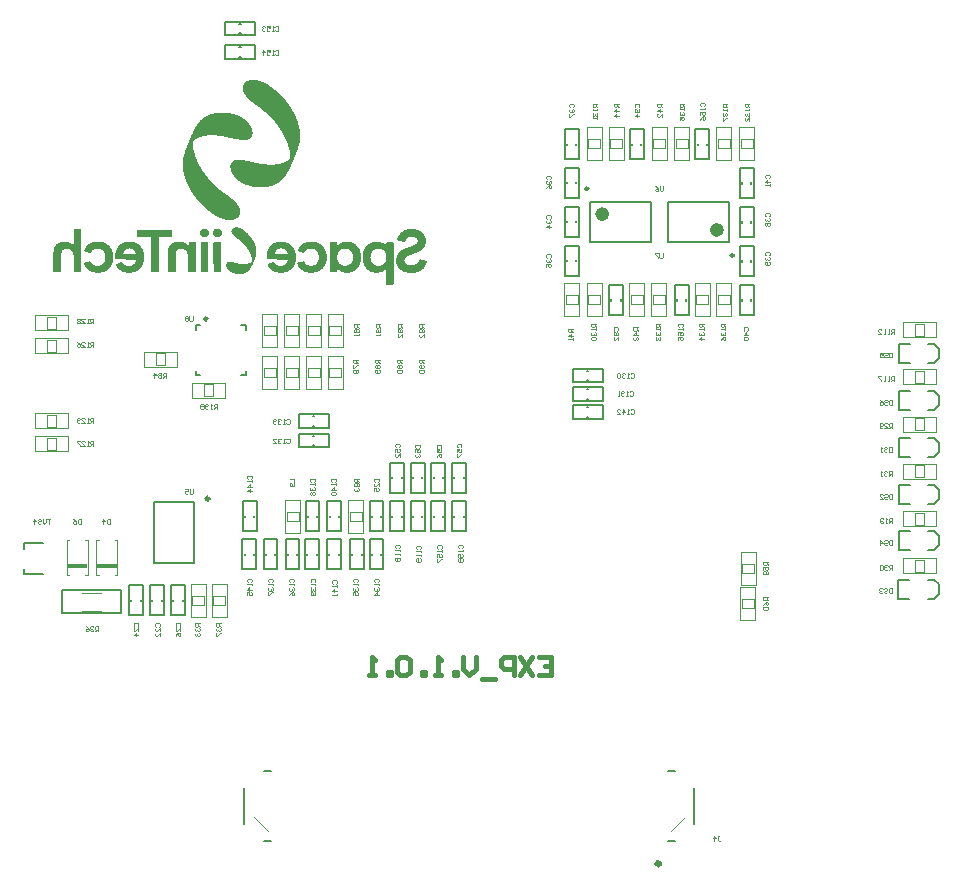
<source format=gbr>
G04*
G04 #@! TF.GenerationSoftware,Altium Limited,Altium Designer,24.1.2 (44)*
G04*
G04 Layer_Color=32896*
%FSLAX44Y44*%
%MOMM*%
G71*
G04*
G04 #@! TF.SameCoordinates,1E5C80FD-96BC-4AB1-9BEB-1594B19F9C97*
G04*
G04*
G04 #@! TF.FilePolarity,Positive*
G04*
G01*
G75*
%ADD12C,0.2500*%
%ADD13C,0.6000*%
%ADD14C,0.2540*%
%ADD15C,0.5080*%
%ADD16C,0.3000*%
%ADD17C,0.2000*%
%ADD19C,0.1270*%
%ADD20C,0.1500*%
%ADD21C,0.1524*%
%ADD22C,0.1000*%
%ADD23C,0.1200*%
%ADD152C,0.1016*%
%ADD153C,0.4000*%
%ADD154R,1.7526X0.4572*%
G36*
X218729Y646996D02*
X218871Y646961D01*
X219120Y646854D01*
X219688Y646890D01*
X219830Y646854D01*
X220025Y646801D01*
X221215Y646748D01*
X221570Y646712D01*
X221818Y646606D01*
X221996Y646535D01*
X222244Y646464D01*
X222351Y646428D01*
X222812Y646393D01*
X223167Y646357D01*
X223451Y646286D01*
X223842Y646108D01*
X224516Y646073D01*
X224765Y646038D01*
X225013Y645931D01*
X225138Y645842D01*
X225315Y645771D01*
X225830Y645718D01*
X225972Y645683D01*
X226149Y645611D01*
X226398Y645434D01*
X226824Y645398D01*
X227108Y645328D01*
X227161Y645274D01*
X227445Y645097D01*
X228067Y645008D01*
X228209Y644866D01*
X228279Y644830D01*
X228333Y644777D01*
X228848Y644688D01*
X229025Y644617D01*
X229220Y644422D01*
X229451Y644369D01*
X229700Y644333D01*
X229948Y644085D01*
X230197Y644049D01*
X230481Y643978D01*
X230623Y643836D01*
X230747Y643748D01*
X230978Y643694D01*
X231173Y643606D01*
X231262Y643481D01*
X231333Y643446D01*
X231386Y643393D01*
X231617Y643339D01*
X231759Y643304D01*
X231936Y643126D01*
X232114Y643020D01*
X232362Y642949D01*
X232504Y642807D01*
X232753Y642665D01*
X232930Y642594D01*
X233037Y642487D01*
X233427Y642274D01*
X233498Y642239D01*
X233516Y642186D01*
X233605Y642097D01*
X233995Y641884D01*
X234049Y641831D01*
X234244Y641671D01*
X234386Y641635D01*
X234546Y641476D01*
X234741Y641316D01*
X234812Y641280D01*
X234972Y641121D01*
X235007Y641049D01*
X235238Y640925D01*
X235451Y640712D01*
X235522Y640677D01*
X235770Y640428D01*
X236161Y640215D01*
X236214Y640162D01*
X236250Y640091D01*
X236605Y639736D01*
X236640Y639665D01*
X236693Y639647D01*
X236924Y639417D01*
X237013Y639292D01*
X237084Y639257D01*
X237279Y639061D01*
X237315Y638990D01*
X237368Y638937D01*
X237439Y638902D01*
X237599Y638742D01*
X237741Y638493D01*
X237776Y638422D01*
X237847Y638351D01*
X238025Y638103D01*
X238060Y638032D01*
X238113Y637979D01*
X238185Y637943D01*
X238344Y637748D01*
X238380Y637677D01*
X238593Y637464D01*
X238770Y637144D01*
X238930Y636985D01*
X239054Y636647D01*
X239179Y636523D01*
X239250Y636488D01*
X239338Y636363D01*
X239409Y636044D01*
X239534Y635919D01*
X239693Y635724D01*
X239729Y635511D01*
X239800Y635334D01*
X239977Y635156D01*
X240031Y635032D01*
X240084Y634801D01*
X240155Y634624D01*
X240208Y634570D01*
X240368Y634375D01*
X240403Y634020D01*
X240439Y633878D01*
X240528Y633789D01*
X240687Y633594D01*
X240758Y633097D01*
X240794Y632955D01*
X241042Y632423D01*
X241078Y631855D01*
X241113Y631606D01*
X241238Y631304D01*
X241273Y631162D01*
X241309Y630878D01*
X241344Y630736D01*
X241380Y630559D01*
X241362Y629689D01*
X241397Y629440D01*
X241362Y629334D01*
X241380Y629210D01*
X241362Y628943D01*
X241327Y628695D01*
X241220Y628446D01*
X241149Y628269D01*
X241113Y628162D01*
X241078Y627701D01*
X241042Y627559D01*
X240989Y627364D01*
X240829Y627168D01*
X240758Y626991D01*
X240723Y626849D01*
X240687Y626742D01*
X240652Y626671D01*
X240545Y626600D01*
X240421Y626405D01*
X240368Y626174D01*
X240084Y625890D01*
X240048Y625819D01*
X239853Y625624D01*
X239782Y625588D01*
X239640Y625375D01*
X239392Y625233D01*
X239321Y625198D01*
X239214Y625091D01*
X238966Y624949D01*
X238788Y624878D01*
X238646Y624736D01*
X238522Y624648D01*
X238291Y624594D01*
X238043Y624559D01*
X237954Y624470D01*
X237741Y624328D01*
X237474Y624275D01*
X237120Y624239D01*
X236978Y624204D01*
X236587Y624026D01*
X236338Y623991D01*
X236232Y623955D01*
X234776Y623920D01*
X234670Y623884D01*
X232753Y623920D01*
X231652Y623955D01*
X231297Y623991D01*
X231120Y624062D01*
X230978Y624097D01*
X230729Y624133D01*
X230481Y624204D01*
X230374Y624239D01*
X229025Y624310D01*
X228741Y624381D01*
X228421Y624523D01*
X228315Y624559D01*
X227552Y624612D01*
X227037Y624665D01*
X226895Y624701D01*
X226487Y624861D01*
X226345Y624896D01*
X225901Y624949D01*
X225439Y624985D01*
X224960Y625180D01*
X224676Y625251D01*
X223771Y625340D01*
X223593Y625411D01*
X223345Y625553D01*
X223061Y625624D01*
X222493Y625659D01*
X222209Y625731D01*
X221747Y625943D01*
X221215Y625979D01*
X220789Y626050D01*
X220558Y626174D01*
X220380Y626245D01*
X220203Y626281D01*
X219440Y626334D01*
X219209Y626423D01*
X219031Y626494D01*
X218801Y626582D01*
X218694Y626618D01*
X217984Y626654D01*
X217736Y626689D01*
X217593Y626725D01*
X217398Y626813D01*
X217114Y626920D01*
X216937Y626955D01*
X216475Y626991D01*
X216049Y627026D01*
X215605Y627080D01*
X215463Y627115D01*
X215091Y627275D01*
X214913Y627310D01*
X213617Y627364D01*
X213298Y627506D01*
X213049Y627470D01*
X212659Y627648D01*
X211239Y627683D01*
X211132Y627719D01*
X210724Y627701D01*
X210529Y627719D01*
X210369Y627772D01*
X210191Y627843D01*
X209464Y627825D01*
X209321Y627861D01*
X209020Y627949D01*
X208807Y627985D01*
X205097Y627967D01*
X204990Y628003D01*
X204671Y627967D01*
X204440Y627878D01*
X204298Y627843D01*
X203624Y627807D01*
X203428Y627754D01*
X203322Y627719D01*
X202221Y627683D01*
X201760Y627648D01*
X201618Y627612D01*
X201209Y627488D01*
X200783Y627381D01*
X200268Y627328D01*
X199807Y627293D01*
X199275Y627044D01*
X198955Y627009D01*
X198600Y626973D01*
X198458Y626937D01*
X198156Y626778D01*
X197979Y626707D01*
X197677Y626654D01*
X197428Y626618D01*
X197180Y626511D01*
X197091Y626423D01*
X196914Y626352D01*
X196541Y626298D01*
X196363Y626227D01*
X196292Y626157D01*
X196097Y626032D01*
X195724Y625943D01*
X195547Y625872D01*
X195476Y625802D01*
X195280Y625677D01*
X194979Y625624D01*
X194783Y625535D01*
X194748Y625464D01*
X194624Y625340D01*
X194304Y625269D01*
X194162Y625233D01*
X193949Y625020D01*
X193559Y624878D01*
X193417Y624736D01*
X193168Y624594D01*
X193026Y624559D01*
X192973Y624506D01*
X192884Y624381D01*
X192760Y624293D01*
X192494Y624239D01*
X192245Y623991D01*
X192068Y623884D01*
X191890Y623707D01*
X191713Y623600D01*
X191535Y623529D01*
X191429Y623423D01*
X191180Y623245D01*
X191109Y623210D01*
X191020Y623121D01*
X190985Y623050D01*
X190825Y622926D01*
X190754Y622890D01*
X190630Y622731D01*
X190665Y620352D01*
X190701Y620210D01*
X190772Y620032D01*
X190807Y619748D01*
X190843Y619393D01*
X190914Y619145D01*
X190949Y619038D01*
X190985Y617831D01*
X191020Y617583D01*
X191109Y617388D01*
X191180Y617210D01*
X191215Y617068D01*
X191269Y616624D01*
X191304Y616482D01*
X191340Y615914D01*
X191375Y615666D01*
X191624Y615133D01*
X191659Y614530D01*
X191695Y614281D01*
X191837Y613962D01*
X191961Y613695D01*
X192014Y613110D01*
X192050Y612967D01*
X192121Y612790D01*
X192156Y612719D01*
X192227Y612648D01*
X192281Y612524D01*
X192334Y612187D01*
X192369Y611938D01*
X192476Y611689D01*
X192511Y611618D01*
X192565Y611565D01*
X192636Y611388D01*
X192689Y611015D01*
X192724Y610873D01*
X192795Y610695D01*
X192973Y610376D01*
X193008Y610234D01*
X193044Y609879D01*
X193115Y609701D01*
X193257Y609488D01*
X193310Y609364D01*
X193363Y609098D01*
X193399Y608956D01*
X193488Y608761D01*
X193647Y608565D01*
X193683Y608352D01*
X193718Y608104D01*
X193754Y607962D01*
X193896Y607820D01*
X194002Y607642D01*
X194038Y607500D01*
X194073Y607252D01*
X194144Y607074D01*
X194251Y606968D01*
X194357Y606790D01*
X194464Y606364D01*
X194571Y606258D01*
X194606Y606187D01*
X194677Y606116D01*
X194713Y605903D01*
X194783Y605619D01*
X194837Y605565D01*
X195014Y605352D01*
X195068Y605051D01*
X195103Y604909D01*
X195352Y604660D01*
X195387Y604447D01*
X195458Y604199D01*
X195689Y603968D01*
X195742Y603702D01*
X195777Y603559D01*
X196008Y603329D01*
X196062Y603134D01*
X196133Y602885D01*
X196221Y602796D01*
X196292Y602761D01*
X196381Y602672D01*
X196452Y602352D01*
X196488Y602246D01*
X196523Y602175D01*
X196630Y602104D01*
X196772Y601855D01*
X196843Y601607D01*
X197038Y601412D01*
X197162Y601074D01*
X197233Y601003D01*
X197269Y600932D01*
X197357Y600844D01*
X197446Y600613D01*
X197517Y600435D01*
X197659Y600293D01*
X197766Y600116D01*
X197837Y599867D01*
X198014Y599690D01*
X198227Y599299D01*
X198369Y599157D01*
X198511Y598802D01*
X198564Y598749D01*
X198689Y598660D01*
X198778Y598536D01*
X198831Y598341D01*
X198866Y598199D01*
X199044Y598021D01*
X199186Y597773D01*
X199452Y597506D01*
X199505Y597311D01*
X199576Y597134D01*
X199629Y597080D01*
X199701Y597045D01*
X199914Y596690D01*
X200038Y596601D01*
X200251Y596211D01*
X200357Y596104D01*
X200535Y595785D01*
X200783Y595536D01*
X200925Y595288D01*
X201121Y595092D01*
X201245Y594755D01*
X201387Y594649D01*
X201564Y594400D01*
X201600Y594329D01*
X201653Y594311D01*
X201706Y594258D01*
X201955Y593938D01*
X201990Y593867D01*
X202061Y593832D01*
X202274Y593442D01*
X202310Y593371D01*
X202399Y593317D01*
X202558Y593122D01*
X202594Y593051D01*
X202825Y592820D01*
X202967Y592607D01*
X203091Y592518D01*
X203269Y592270D01*
X203304Y592199D01*
X203482Y592021D01*
X203624Y591773D01*
X203801Y591595D01*
X203908Y591418D01*
X204227Y591098D01*
X204263Y591027D01*
X204458Y590832D01*
X204529Y590797D01*
X204582Y590708D01*
X204618Y590637D01*
X204902Y590353D01*
X204937Y590282D01*
X205097Y590122D01*
X205168Y590087D01*
X205328Y589785D01*
X205487Y589625D01*
X205647Y589430D01*
X205736Y589305D01*
X205807Y589270D01*
X206002Y589075D01*
X206091Y588951D01*
X206162Y588915D01*
X206322Y588649D01*
X206446Y588525D01*
X206517Y588489D01*
X206606Y588400D01*
X206641Y588329D01*
X206765Y588205D01*
X206836Y588170D01*
X206961Y588045D01*
X206996Y587974D01*
X207120Y587850D01*
X207191Y587814D01*
X207316Y587690D01*
X207351Y587619D01*
X207475Y587495D01*
X207546Y587459D01*
X207635Y587371D01*
X207671Y587300D01*
X207795Y587175D01*
X207866Y587140D01*
X207990Y587016D01*
X208026Y586945D01*
X208150Y586820D01*
X208221Y586785D01*
X208345Y586661D01*
X208381Y586590D01*
X208470Y586501D01*
X208540Y586465D01*
X208665Y586341D01*
X208700Y586270D01*
X208825Y586146D01*
X208895Y586110D01*
X209020Y585986D01*
X209055Y585915D01*
X209179Y585791D01*
X209251Y585755D01*
X209339Y585667D01*
X209375Y585596D01*
X209499Y585471D01*
X209570Y585436D01*
X209694Y585312D01*
X209730Y585241D01*
X209818Y585152D01*
X210120Y584957D01*
X210156Y584885D01*
X210209Y584868D01*
X210475Y584602D01*
X210511Y584530D01*
X210564Y584513D01*
X210795Y584282D01*
X210830Y584211D01*
X210937Y584140D01*
X211292Y583963D01*
X211327Y583891D01*
X211558Y583661D01*
X211629Y583625D01*
X211718Y583501D01*
X212002Y583324D01*
X212037Y583252D01*
X212233Y583057D01*
X212304Y583022D01*
X212463Y582862D01*
X212499Y582791D01*
X212552Y582773D01*
X212623Y582702D01*
X212694Y582667D01*
X212907Y582454D01*
X213085Y582347D01*
X213174Y582258D01*
X213369Y582099D01*
X213617Y581957D01*
X213795Y581779D01*
X213972Y581673D01*
X214132Y581513D01*
X214167Y581442D01*
X214292Y581353D01*
X214363Y581318D01*
X214647Y581034D01*
X214718Y580998D01*
X214895Y580927D01*
X215037Y580785D01*
X215108Y580750D01*
X215179Y580679D01*
X215321Y580643D01*
X215570Y580395D01*
X215747Y580288D01*
X215925Y580075D01*
X216102Y579968D01*
X216280Y579897D01*
X216422Y579756D01*
X216741Y579578D01*
X216795Y579525D01*
X216883Y579400D01*
X217132Y579258D01*
X217380Y579010D01*
X217505Y578957D01*
X217736Y578904D01*
X217878Y578726D01*
X218197Y578548D01*
X218286Y578460D01*
X218321Y578389D01*
X218694Y578193D01*
X218765Y578158D01*
X218871Y578051D01*
X219120Y577909D01*
X219280Y577750D01*
X219315Y577679D01*
X219546Y577554D01*
X219724Y577483D01*
X219830Y577377D01*
X220150Y577199D01*
X220203Y577146D01*
X220238Y577075D01*
X220327Y576986D01*
X220576Y576844D01*
X220753Y576667D01*
X221073Y576489D01*
X221144Y576454D01*
X221286Y576312D01*
X221463Y576205D01*
X221712Y575957D01*
X221889Y575850D01*
X221978Y575762D01*
X222067Y575637D01*
X222386Y575460D01*
X222564Y575282D01*
X222812Y575140D01*
X222883Y575105D01*
X222901Y575051D01*
X223096Y574892D01*
X223167Y574856D01*
X223363Y574661D01*
X223398Y574590D01*
X223487Y574537D01*
X223558Y574501D01*
X223717Y574342D01*
X223753Y574271D01*
X223877Y574182D01*
X223948Y574146D01*
X224197Y573898D01*
X224268Y573862D01*
X224516Y573614D01*
X224836Y573436D01*
X225084Y573188D01*
X225262Y573081D01*
X225333Y573010D01*
X225404Y572975D01*
X225528Y572850D01*
X225670Y572602D01*
X225830Y572442D01*
X225901Y572407D01*
X226025Y572282D01*
X226061Y572211D01*
X226114Y572158D01*
X226185Y572123D01*
X226380Y571927D01*
X226416Y571856D01*
X226469Y571803D01*
X226540Y571768D01*
X226735Y571572D01*
X226771Y571501D01*
X226824Y571448D01*
X226895Y571413D01*
X227019Y571288D01*
X227055Y571217D01*
X227303Y570969D01*
X227570Y570525D01*
X227640Y570490D01*
X227800Y570259D01*
X227836Y570188D01*
X227960Y570099D01*
X228120Y569904D01*
X228155Y569833D01*
X228244Y569744D01*
X228315Y569709D01*
X228368Y569655D01*
X228510Y569407D01*
X228652Y569265D01*
X228865Y568874D01*
X228918Y568821D01*
X229078Y568626D01*
X229114Y568555D01*
X229220Y568306D01*
X229327Y568200D01*
X229469Y567951D01*
X229540Y567774D01*
X229629Y567685D01*
X229700Y567649D01*
X229771Y567507D01*
X229824Y567206D01*
X229859Y567064D01*
X230055Y566868D01*
X230179Y566531D01*
X230250Y566354D01*
X230374Y566229D01*
X230445Y566052D01*
X230498Y565644D01*
X230534Y565502D01*
X230587Y565342D01*
X230729Y565129D01*
X230800Y564951D01*
X230836Y564774D01*
X230889Y563336D01*
X230853Y561809D01*
X230818Y561561D01*
X230729Y561330D01*
X230552Y561046D01*
X230463Y560531D01*
X230427Y560389D01*
X230232Y560194D01*
X230072Y559750D01*
X229930Y559608D01*
X229753Y559289D01*
X229469Y559005D01*
X229433Y558934D01*
X228741Y558241D01*
X228670Y558206D01*
X228386Y557922D01*
X228137Y557780D01*
X227978Y557585D01*
X227800Y557514D01*
X227605Y557460D01*
X227321Y557176D01*
X227108Y557141D01*
X226859Y557105D01*
X226700Y557017D01*
X226416Y556839D01*
X226203Y556804D01*
X225972Y556750D01*
X225581Y556573D01*
X225404Y556537D01*
X225297Y556502D01*
X222812Y556466D01*
X218943Y556502D01*
X218481Y556537D01*
X218339Y556573D01*
X218108Y556661D01*
X217913Y556715D01*
X217806Y556750D01*
X217309Y556786D01*
X217167Y556821D01*
X216919Y556857D01*
X216528Y557105D01*
X216244Y557141D01*
X215747Y557212D01*
X215481Y557372D01*
X215304Y557443D01*
X214966Y557496D01*
X214789Y557567D01*
X214469Y557815D01*
X214114Y557851D01*
X213866Y557922D01*
X213795Y557993D01*
X213599Y558117D01*
X213369Y558206D01*
X213191Y558277D01*
X213085Y558383D01*
X212889Y558508D01*
X212694Y558561D01*
X212517Y558632D01*
X212463Y558685D01*
X212268Y558845D01*
X212126Y558880D01*
X211878Y558951D01*
X211718Y559111D01*
X211487Y559200D01*
X211239Y559235D01*
X211008Y559466D01*
X210830Y559537D01*
X210635Y559590D01*
X210493Y559733D01*
X210369Y559821D01*
X210138Y559910D01*
X209960Y559981D01*
X209890Y560052D01*
X209818Y560088D01*
X209765Y560141D01*
X209534Y560229D01*
X209446Y560318D01*
X209357Y560443D01*
X209037Y560620D01*
X208967Y560656D01*
X208860Y560762D01*
X208682Y560868D01*
X208505Y560939D01*
X208327Y561117D01*
X208203Y561206D01*
X207972Y561295D01*
X207866Y561401D01*
X207475Y561614D01*
X207316Y561774D01*
X207280Y561845D01*
X207014Y561969D01*
X206872Y562111D01*
X206481Y562324D01*
X206357Y562448D01*
X206322Y562519D01*
X206091Y562644D01*
X206002Y562732D01*
X205967Y562803D01*
X205913Y562857D01*
X205612Y563052D01*
X205416Y563212D01*
X205274Y563247D01*
X205257Y563265D01*
X205061Y563354D01*
X205008Y563442D01*
X204813Y563602D01*
X204742Y563638D01*
X204653Y563726D01*
X204618Y563797D01*
X204529Y563886D01*
X204280Y564028D01*
X204174Y564135D01*
X203925Y564312D01*
X203854Y564348D01*
X203677Y564525D01*
X203428Y564667D01*
X203304Y564791D01*
X203269Y564863D01*
X203197Y564934D01*
X202984Y565075D01*
X202949Y565146D01*
X202789Y565306D01*
X202718Y565342D01*
X202399Y565661D01*
X202328Y565697D01*
X202239Y565785D01*
X202203Y565857D01*
X202150Y565910D01*
X201902Y566052D01*
X201831Y566087D01*
X201511Y566407D01*
X201440Y566442D01*
X201334Y566549D01*
X201014Y566726D01*
X200890Y566851D01*
X200854Y566922D01*
X200801Y566975D01*
X200730Y567010D01*
X200535Y567206D01*
X200499Y567277D01*
X200446Y567330D01*
X200375Y567365D01*
X200056Y567685D01*
X199984Y567720D01*
X199896Y567809D01*
X199807Y567933D01*
X199736Y567969D01*
X199665Y568040D01*
X199594Y568075D01*
X199576Y568129D01*
X199310Y568395D01*
X199239Y568430D01*
X199221Y568484D01*
X199115Y568590D01*
X199079Y568661D01*
X199026Y568679D01*
X198280Y569425D01*
X198209Y569460D01*
X198192Y569513D01*
X198121Y569584D01*
X198085Y569655D01*
X198032Y569673D01*
X197961Y569744D01*
X197890Y569780D01*
X197801Y569904D01*
X197766Y569975D01*
X197677Y570064D01*
X197606Y570099D01*
X197553Y570152D01*
X197517Y570223D01*
X197446Y570294D01*
X197411Y570365D01*
X197357Y570383D01*
X197127Y570614D01*
X197091Y570685D01*
X197038Y570738D01*
X196967Y570774D01*
X196807Y570933D01*
X196772Y571004D01*
X196647Y571129D01*
X196576Y571164D01*
X196523Y571217D01*
X196381Y571466D01*
X196346Y571537D01*
X196239Y571643D01*
X196204Y571714D01*
X196133Y571785D01*
X196097Y571856D01*
X195973Y571981D01*
X195795Y572194D01*
X195653Y572407D01*
X195582Y572442D01*
X195529Y572495D01*
X195494Y572566D01*
X195422Y572637D01*
X195387Y572708D01*
X195334Y572762D01*
X195263Y572797D01*
X195138Y572921D01*
X195103Y572992D01*
X194819Y573276D01*
X194783Y573347D01*
X194588Y573543D01*
X194517Y573578D01*
X194499Y573631D01*
X194322Y573880D01*
X194286Y573951D01*
X194144Y574093D01*
X194002Y574342D01*
X193825Y574519D01*
X193718Y574697D01*
X193594Y574821D01*
X193470Y574910D01*
X193363Y575087D01*
X193239Y575211D01*
X193079Y575406D01*
X192937Y575762D01*
X192831Y575868D01*
X192724Y576046D01*
X192494Y576276D01*
X192334Y576472D01*
X192298Y576543D01*
X192121Y576720D01*
X192014Y576898D01*
X191943Y577075D01*
X191801Y577217D01*
X191659Y577466D01*
X191411Y577714D01*
X191304Y577892D01*
X191233Y578069D01*
X191162Y578140D01*
X190949Y578531D01*
X190772Y578708D01*
X190736Y578779D01*
X190683Y578833D01*
X190594Y579063D01*
X190452Y579205D01*
X190275Y579525D01*
X189991Y579809D01*
X189955Y579986D01*
X189884Y580164D01*
X189849Y580235D01*
X189795Y580252D01*
X189671Y580412D01*
X189529Y580767D01*
X189423Y580874D01*
X189316Y581051D01*
X189245Y581229D01*
X189068Y581406D01*
X188979Y581531D01*
X188926Y581761D01*
X188890Y581903D01*
X188713Y582081D01*
X188500Y582471D01*
X188464Y582542D01*
X188322Y582684D01*
X188287Y582826D01*
X188180Y583075D01*
X188003Y583252D01*
X187896Y583536D01*
X187825Y583714D01*
X187790Y583785D01*
X187648Y583927D01*
X187541Y584353D01*
X187452Y584442D01*
X187275Y584655D01*
X187222Y584921D01*
X187151Y585099D01*
X187044Y585205D01*
X186955Y585329D01*
X186902Y585560D01*
X186867Y585702D01*
X186742Y585826D01*
X186583Y586022D01*
X186547Y586235D01*
X186476Y586483D01*
X186263Y586803D01*
X186192Y587122D01*
X186157Y587264D01*
X185979Y587442D01*
X185890Y587566D01*
X185837Y587868D01*
X185802Y588010D01*
X185588Y588329D01*
X185553Y588613D01*
X185482Y588897D01*
X185233Y589252D01*
X185127Y589678D01*
X185056Y589856D01*
X184896Y590158D01*
X184843Y590459D01*
X184807Y590601D01*
X184736Y590779D01*
X184612Y590903D01*
X184541Y591081D01*
X184488Y591489D01*
X184417Y591737D01*
X184293Y591968D01*
X184222Y592146D01*
X184168Y592448D01*
X184133Y592589D01*
X183849Y593193D01*
X183813Y593726D01*
X183778Y593867D01*
X183636Y594187D01*
X183600Y594258D01*
X183529Y594436D01*
X183494Y594933D01*
X183458Y595181D01*
X183352Y595430D01*
X183174Y595749D01*
X183139Y596282D01*
X183086Y596761D01*
X183050Y596938D01*
X183015Y597080D01*
X182890Y597418D01*
X182855Y597524D01*
X182819Y598199D01*
X182784Y598554D01*
X182695Y598856D01*
X182642Y599086D01*
X182606Y599228D01*
X182535Y599406D01*
X182500Y599903D01*
X182464Y600009D01*
X182429Y602281D01*
X182393Y602424D01*
X182358Y602530D01*
X182322Y602850D01*
X182358Y602956D01*
X182340Y604429D01*
X182376Y605033D01*
X182411Y605210D01*
X182447Y606382D01*
X182500Y607820D01*
X182589Y608015D01*
X182660Y608192D01*
X182695Y608370D01*
X182731Y608583D01*
X182802Y609045D01*
X182855Y609595D01*
X183103Y610127D01*
X183139Y610553D01*
X183174Y610802D01*
X183281Y611050D01*
X183316Y611121D01*
X183370Y611175D01*
X183441Y611352D01*
X183476Y611565D01*
X183512Y611885D01*
X183565Y612116D01*
X183742Y612399D01*
X183849Y612896D01*
X183884Y613039D01*
X184133Y613429D01*
X184204Y614033D01*
X184435Y614476D01*
X184470Y614618D01*
X184506Y614796D01*
X184559Y615027D01*
X184807Y615382D01*
X184879Y615914D01*
X184914Y616056D01*
X184985Y616127D01*
X185021Y616198D01*
X185074Y616251D01*
X185163Y616482D01*
X185198Y616731D01*
X185233Y616873D01*
X185305Y617050D01*
X185429Y617174D01*
X185500Y617352D01*
X185553Y617618D01*
X185588Y617867D01*
X185677Y618027D01*
X185837Y618222D01*
X185872Y618648D01*
X185908Y618790D01*
X186050Y618932D01*
X186192Y619180D01*
X186227Y619322D01*
X186263Y619571D01*
X186423Y619837D01*
X186511Y620068D01*
X186618Y620494D01*
X186689Y620565D01*
X186725Y620636D01*
X186778Y620689D01*
X186867Y620920D01*
X186902Y621169D01*
X187044Y621488D01*
X187168Y621683D01*
X187222Y621985D01*
X187293Y622234D01*
X187488Y622429D01*
X187577Y622802D01*
X187612Y622944D01*
X187719Y623121D01*
X187843Y623316D01*
X187896Y623512D01*
X187932Y623760D01*
X188003Y623938D01*
X188145Y624080D01*
X188198Y624204D01*
X188251Y624470D01*
X188287Y624612D01*
X188358Y624790D01*
X188464Y624896D01*
X188553Y625020D01*
X188606Y625251D01*
X188642Y625500D01*
X188855Y625713D01*
X188890Y625784D01*
X188926Y625926D01*
X188961Y626174D01*
X189050Y626334D01*
X189121Y626370D01*
X189174Y626458D01*
X189227Y626582D01*
X189281Y626884D01*
X189352Y627062D01*
X189458Y627168D01*
X189547Y627293D01*
X189636Y627665D01*
X189707Y627843D01*
X189760Y627896D01*
X189920Y628091D01*
X189955Y628269D01*
X190026Y628553D01*
X190168Y628695D01*
X190257Y628819D01*
X190310Y629085D01*
X190381Y629263D01*
X190434Y629316D01*
X190576Y629529D01*
X190630Y629760D01*
X190701Y630044D01*
X190754Y630097D01*
X190896Y630310D01*
X190985Y630541D01*
X191109Y630772D01*
X191269Y630967D01*
X191304Y631109D01*
X191375Y631357D01*
X191429Y631411D01*
X191500Y631446D01*
X191624Y631606D01*
X191659Y631783D01*
X191695Y631926D01*
X191730Y632032D01*
X191766Y632103D01*
X191908Y632245D01*
X191979Y632423D01*
X192050Y632707D01*
X192139Y632795D01*
X192316Y633008D01*
X192369Y633275D01*
X192405Y633417D01*
X192582Y633594D01*
X192653Y633772D01*
X192689Y633914D01*
X192778Y634109D01*
X192849Y634144D01*
X193008Y634304D01*
X193044Y634588D01*
X193115Y634766D01*
X193168Y634783D01*
X193221Y634837D01*
X193310Y634961D01*
X193399Y635334D01*
X193559Y635494D01*
X193630Y635529D01*
X193665Y635600D01*
X193736Y635778D01*
X193789Y635973D01*
X193967Y636150D01*
X194144Y636470D01*
X194180Y636541D01*
X194251Y636612D01*
X194464Y637002D01*
X194606Y637144D01*
X194783Y637464D01*
X194837Y637517D01*
X194908Y637553D01*
X194961Y637606D01*
X195138Y637925D01*
X195280Y638067D01*
X195458Y638387D01*
X195582Y638511D01*
X195653Y638547D01*
X195742Y638671D01*
X195777Y638742D01*
X195973Y638937D01*
X196044Y638973D01*
X196097Y639061D01*
X196133Y639132D01*
X196346Y639345D01*
X196381Y639417D01*
X196576Y639612D01*
X196647Y639647D01*
X196701Y639700D01*
X196736Y639771D01*
X196985Y640020D01*
X197162Y640268D01*
X197198Y640340D01*
X197322Y640464D01*
X197570Y640606D01*
X197695Y640730D01*
X197783Y640854D01*
X197854Y640890D01*
X197925Y640961D01*
X197996Y640996D01*
X198085Y641085D01*
X198121Y641156D01*
X198245Y641280D01*
X198316Y641316D01*
X198369Y641369D01*
X198458Y641493D01*
X198635Y641600D01*
X198955Y641919D01*
X199026Y641955D01*
X199275Y642203D01*
X199594Y642381D01*
X199771Y642558D01*
X199842Y642594D01*
X200109Y642754D01*
X200144Y642825D01*
X200198Y642878D01*
X200446Y643020D01*
X200606Y643109D01*
X200641Y643180D01*
X200783Y643322D01*
X200979Y643375D01*
X201156Y643446D01*
X201263Y643552D01*
X201387Y643641D01*
X201582Y643694D01*
X201760Y643765D01*
X201777Y643819D01*
X201831Y643872D01*
X201955Y643961D01*
X202292Y644085D01*
X202505Y644227D01*
X202683Y644333D01*
X202825Y644369D01*
X203073Y644405D01*
X203251Y644582D01*
X203375Y644671D01*
X203570Y644724D01*
X203801Y644813D01*
X204085Y644990D01*
X204458Y645043D01*
X204635Y645115D01*
X204813Y645292D01*
X204937Y645345D01*
X205168Y645398D01*
X205416Y645434D01*
X205594Y645505D01*
X205913Y645683D01*
X206410Y645718D01*
X206552Y645753D01*
X206730Y645860D01*
X206978Y646038D01*
X207546Y646073D01*
X207688Y646108D01*
X207937Y646144D01*
X208256Y646286D01*
X208434Y646357D01*
X208931Y646393D01*
X209286Y646428D01*
X209481Y646481D01*
X209712Y646535D01*
X209890Y646606D01*
X210085Y646694D01*
X210262Y646730D01*
X211949Y646783D01*
X212091Y646819D01*
X212268Y646890D01*
X212907Y646854D01*
X213156Y646961D01*
X214718Y646996D01*
X214824Y647032D01*
X218729Y646996D01*
D02*
G37*
G36*
X242942Y674688D02*
X243386Y674705D01*
X243936Y674688D01*
X244397Y674652D01*
X244752Y674546D01*
X244894Y674510D01*
X245249Y674404D01*
X245356Y674368D01*
X245995Y674333D01*
X246279Y674261D01*
X246528Y674155D01*
X246705Y674084D01*
X246812Y674048D01*
X247273Y674013D01*
X247415Y673978D01*
X247593Y673906D01*
X247663Y673836D01*
X247912Y673693D01*
X248622Y673623D01*
X248977Y673374D01*
X249261Y673338D01*
X249545Y673268D01*
X249740Y673072D01*
X249971Y672983D01*
X250326Y672948D01*
X250575Y672770D01*
X250752Y672664D01*
X251107Y672558D01*
X251214Y672451D01*
X251462Y672309D01*
X251711Y672273D01*
X251888Y672202D01*
X252066Y672025D01*
X252421Y671883D01*
X252527Y671776D01*
X252598Y671741D01*
X252652Y671688D01*
X252882Y671599D01*
X253024Y671563D01*
X253237Y671421D01*
X253415Y671315D01*
X253592Y671244D01*
X253646Y671191D01*
X253681Y671120D01*
X253788Y671013D01*
X253965Y670942D01*
X254160Y670889D01*
X254373Y670676D01*
X254622Y670534D01*
X254728Y670427D01*
X254977Y670285D01*
X255119Y670250D01*
X255314Y670161D01*
X255350Y670090D01*
X255403Y670037D01*
X255723Y669859D01*
X255865Y669717D01*
X255989Y669629D01*
X256220Y669540D01*
X256379Y669380D01*
X256415Y669309D01*
X256681Y669149D01*
X256752Y669114D01*
X256823Y669043D01*
X257071Y668901D01*
X257249Y668830D01*
X257356Y668723D01*
X257604Y668546D01*
X257675Y668510D01*
X257764Y668421D01*
X257799Y668351D01*
X258137Y668120D01*
X258208Y668084D01*
X258225Y668031D01*
X258279Y668013D01*
X258350Y667942D01*
X258598Y667800D01*
X258669Y667765D01*
X258687Y667711D01*
X258776Y667623D01*
X259024Y667481D01*
X259148Y667321D01*
X259344Y667161D01*
X259415Y667126D01*
X259557Y666984D01*
X259947Y666771D01*
X260089Y666629D01*
X260338Y666487D01*
X260427Y666398D01*
X260462Y666327D01*
X260515Y666274D01*
X260693Y666167D01*
X260817Y666043D01*
X260853Y665972D01*
X261012Y665848D01*
X261083Y665812D01*
X261261Y665635D01*
X261509Y665457D01*
X261580Y665422D01*
X261864Y665138D01*
X261935Y665102D01*
X262077Y664960D01*
X262326Y664782D01*
X262397Y664747D01*
X262450Y664694D01*
X262486Y664623D01*
X262841Y664268D01*
X263036Y664108D01*
X263107Y664072D01*
X263160Y664019D01*
X263196Y663948D01*
X263355Y663789D01*
X263426Y663753D01*
X263480Y663700D01*
X263515Y663629D01*
X263675Y663469D01*
X263746Y663434D01*
X263835Y663345D01*
X263870Y663274D01*
X264030Y663114D01*
X264101Y663079D01*
X264385Y662794D01*
X264456Y662759D01*
X264580Y662635D01*
X264616Y662564D01*
X264704Y662475D01*
X264776Y662439D01*
X264900Y662315D01*
X264935Y662244D01*
X265024Y662155D01*
X265095Y662120D01*
X265255Y661960D01*
X265290Y661889D01*
X265379Y661800D01*
X265450Y661765D01*
X265574Y661641D01*
X265610Y661570D01*
X265699Y661481D01*
X265770Y661445D01*
X265965Y661250D01*
X266000Y661179D01*
X266213Y660966D01*
X266249Y660895D01*
X266409Y660735D01*
X266480Y660700D01*
X266568Y660611D01*
X266604Y660540D01*
X266764Y660380D01*
X266835Y660345D01*
X266888Y660292D01*
X266923Y660220D01*
X267083Y660061D01*
X267154Y660025D01*
X267207Y659972D01*
X267314Y659794D01*
X267758Y659351D01*
X267829Y659315D01*
X267882Y659262D01*
X268024Y659014D01*
X268521Y658516D01*
X268698Y658197D01*
X268982Y657913D01*
X269018Y657842D01*
X269302Y657558D01*
X269338Y657487D01*
X269408Y657416D01*
X269444Y657345D01*
X269533Y657292D01*
X269692Y657096D01*
X269728Y657025D01*
X269905Y656848D01*
X270047Y656599D01*
X270367Y656138D01*
X270403Y656067D01*
X270456Y656014D01*
X270527Y655978D01*
X270616Y655889D01*
X270722Y655712D01*
X270935Y655499D01*
X271077Y655250D01*
X271184Y655144D01*
X271219Y655073D01*
X271290Y655002D01*
X271432Y654753D01*
X271468Y654682D01*
X271521Y654665D01*
X271645Y654540D01*
X271752Y654363D01*
X271929Y654185D01*
X272053Y653990D01*
X272142Y653759D01*
X272249Y653653D01*
X272426Y653333D01*
X272515Y653244D01*
X272639Y653156D01*
X272817Y652836D01*
X272852Y652765D01*
X272959Y652659D01*
X273136Y652339D01*
X273349Y652126D01*
X273438Y652002D01*
X273491Y651807D01*
X273633Y651665D01*
X273846Y651274D01*
X274041Y651079D01*
X274130Y650848D01*
X274201Y650670D01*
X274237Y650600D01*
X274308Y650564D01*
X274521Y650173D01*
X274627Y650067D01*
X274716Y649943D01*
X274805Y649712D01*
X274840Y649570D01*
X275053Y649357D01*
X275195Y648966D01*
X275426Y648736D01*
X275515Y648505D01*
X275586Y648327D01*
X275763Y648150D01*
X275905Y647759D01*
X276012Y647653D01*
X276047Y647582D01*
X276101Y647529D01*
X276154Y647298D01*
X276225Y647120D01*
X276438Y646907D01*
X276544Y646623D01*
X276580Y646481D01*
X276740Y646322D01*
X276811Y646144D01*
X276864Y645913D01*
X276935Y645736D01*
X277112Y645558D01*
X277166Y645434D01*
X277219Y645132D01*
X277361Y644919D01*
X277485Y644724D01*
X277538Y644493D01*
X277609Y644316D01*
X277716Y644209D01*
X277840Y644014D01*
X277893Y643783D01*
X277929Y643641D01*
X278000Y643464D01*
X278177Y643215D01*
X278213Y642896D01*
X278284Y642647D01*
X278337Y642594D01*
X278515Y642310D01*
X278550Y642168D01*
X278603Y641937D01*
X278781Y641689D01*
X278852Y641511D01*
X278888Y641369D01*
X278923Y641121D01*
X278994Y640943D01*
X279065Y640872D01*
X279100Y640801D01*
X279154Y640748D01*
X279225Y640570D01*
X279278Y640233D01*
X279314Y640091D01*
X279509Y639718D01*
X279562Y639452D01*
X279633Y639026D01*
X279811Y638777D01*
X279917Y638493D01*
X279953Y638138D01*
X279988Y637996D01*
X280148Y637695D01*
X280219Y637517D01*
X280272Y636931D01*
X280414Y636612D01*
X280503Y636488D01*
X280574Y636310D01*
X280627Y635724D01*
X280663Y635476D01*
X280698Y635334D01*
X280876Y634943D01*
X280911Y634730D01*
X280947Y634269D01*
X280982Y634020D01*
X281053Y633772D01*
X281177Y633470D01*
X281231Y633239D01*
X281266Y633133D01*
X281302Y632210D01*
X281337Y631855D01*
X281373Y631748D01*
X281408Y631251D01*
X281479Y631073D01*
X281515Y630505D01*
X281550Y630399D01*
X281586Y624719D01*
X281515Y623760D01*
X281479Y623405D01*
X281390Y623103D01*
X281355Y622890D01*
X281302Y622163D01*
X281266Y621808D01*
X281231Y621559D01*
X281124Y621311D01*
X280982Y621062D01*
X280911Y620281D01*
X280751Y619908D01*
X280680Y619731D01*
X280645Y619589D01*
X280592Y619145D01*
X280450Y618825D01*
X280361Y618701D01*
X280290Y618524D01*
X280254Y618346D01*
X280201Y617902D01*
X280130Y617654D01*
X279953Y617405D01*
X279917Y617050D01*
X279846Y616802D01*
X279775Y616731D01*
X279739Y616660D01*
X279669Y616589D01*
X279580Y616358D01*
X279527Y615985D01*
X279278Y615595D01*
X279242Y615311D01*
X279207Y615169D01*
X279136Y614991D01*
X278976Y614831D01*
X278923Y614636D01*
X278852Y614139D01*
X278674Y613891D01*
X278621Y613766D01*
X278568Y613500D01*
X278497Y613216D01*
X278355Y613003D01*
X278248Y612826D01*
X278213Y612719D01*
X278177Y612364D01*
X278089Y612133D01*
X277929Y611938D01*
X277893Y611760D01*
X277858Y611512D01*
X277822Y611370D01*
X277680Y611228D01*
X277592Y611104D01*
X277503Y610731D01*
X277467Y610589D01*
X277396Y610411D01*
X277308Y610323D01*
X277237Y610145D01*
X277201Y609932D01*
X277148Y609701D01*
X277024Y609577D01*
X276864Y609382D01*
X276828Y609027D01*
X276757Y608778D01*
X276651Y608672D01*
X276509Y608423D01*
X276473Y608210D01*
X276402Y608033D01*
X276349Y607980D01*
X276207Y607766D01*
X276118Y607216D01*
X275870Y606861D01*
X275834Y606613D01*
X275763Y606329D01*
X275568Y606133D01*
X275515Y605938D01*
X275479Y605690D01*
X275408Y605512D01*
X275302Y605441D01*
X275266Y605370D01*
X275213Y605317D01*
X275142Y604926D01*
X275089Y604731D01*
X274947Y604589D01*
X274911Y604518D01*
X274858Y604465D01*
X274805Y604234D01*
X274734Y603986D01*
X274681Y603932D01*
X274538Y603719D01*
X274450Y603346D01*
X274379Y603169D01*
X274308Y603098D01*
X274183Y602903D01*
X274130Y602707D01*
X274059Y602530D01*
X274024Y602459D01*
X273882Y602317D01*
X273811Y602140D01*
X273775Y601891D01*
X273704Y601713D01*
X273598Y601607D01*
X273473Y601412D01*
X273420Y601216D01*
X273331Y600986D01*
X273154Y600702D01*
X273101Y600506D01*
X273065Y600364D01*
X272976Y600205D01*
X272905Y600169D01*
X272817Y600045D01*
X272746Y599867D01*
X272675Y599583D01*
X272515Y599424D01*
X272426Y599193D01*
X272391Y599051D01*
X272355Y598944D01*
X272320Y598873D01*
X272142Y598696D01*
X272071Y598518D01*
X272036Y598376D01*
X271982Y598217D01*
X271823Y598021D01*
X271769Y597897D01*
X271734Y597755D01*
X271681Y597560D01*
X271450Y597329D01*
X271326Y596992D01*
X271219Y596885D01*
X271042Y596566D01*
X270970Y596388D01*
X270864Y596282D01*
X270828Y596211D01*
X270775Y596157D01*
X270686Y595785D01*
X270420Y595518D01*
X270331Y595288D01*
X270243Y595092D01*
X270172Y595057D01*
X270083Y594933D01*
X269977Y594649D01*
X269834Y594436D01*
X269622Y594045D01*
X269586Y593974D01*
X269533Y593956D01*
X269444Y593867D01*
X269266Y593548D01*
X269231Y593477D01*
X269124Y593371D01*
X268982Y593122D01*
X268823Y592962D01*
X268663Y592767D01*
X268627Y592696D01*
X268379Y592448D01*
X268237Y592199D01*
X268130Y592092D01*
X268095Y592021D01*
X268042Y591968D01*
X267953Y591737D01*
X267633Y591418D01*
X267598Y591347D01*
X267545Y591294D01*
X267474Y591258D01*
X267349Y591134D01*
X267314Y591063D01*
X267030Y590779D01*
X266994Y590708D01*
X266835Y590548D01*
X266764Y590513D01*
X266675Y590424D01*
X266639Y590353D01*
X266515Y590229D01*
X266444Y590193D01*
X266196Y589945D01*
X266124Y589909D01*
X265929Y589714D01*
X265894Y589643D01*
X265734Y589519D01*
X265663Y589483D01*
X265450Y589270D01*
X265131Y589092D01*
X265024Y588986D01*
X264776Y588844D01*
X264704Y588809D01*
X264651Y588755D01*
X264616Y588684D01*
X264421Y588525D01*
X264349Y588489D01*
X264101Y588241D01*
X263781Y588063D01*
X263710Y588027D01*
X263639Y587957D01*
X263391Y587814D01*
X263231Y587726D01*
X263196Y587655D01*
X263142Y587601D01*
X263018Y587513D01*
X262681Y587388D01*
X262574Y587282D01*
X262326Y587140D01*
X262184Y587104D01*
X262006Y587033D01*
X261953Y586980D01*
X261758Y586820D01*
X261616Y586785D01*
X261367Y586678D01*
X261296Y586607D01*
X261225Y586572D01*
X261172Y586519D01*
X260977Y586465D01*
X260835Y586430D01*
X260657Y586359D01*
X260604Y586306D01*
X260409Y586146D01*
X260125Y586075D01*
X259894Y585986D01*
X259681Y585844D01*
X259308Y585755D01*
X259166Y585720D01*
X258811Y585471D01*
X258669Y585436D01*
X258314Y585400D01*
X258119Y585347D01*
X257782Y585116D01*
X257356Y585081D01*
X257107Y585045D01*
X256574Y584797D01*
X256468Y584761D01*
X255935Y584726D01*
X255509Y584655D01*
X255225Y584477D01*
X254835Y584442D01*
X254728Y584406D01*
X253983Y584371D01*
X253841Y584335D01*
X253433Y584211D01*
X253291Y584175D01*
X252953Y584122D01*
X252847Y584087D01*
X251640Y584051D01*
X251533Y584016D01*
X250983Y584034D01*
X250717Y584016D01*
X250255Y583980D01*
X250149Y583945D01*
X245942Y583963D01*
X245729Y583998D01*
X245303Y584034D01*
X244681Y584016D01*
X244539Y584051D01*
X243439Y584087D01*
X243190Y584122D01*
X242800Y584300D01*
X242445Y584335D01*
X242338Y584371D01*
X241699Y584406D01*
X241344Y584442D01*
X241060Y584513D01*
X240670Y584690D01*
X240208Y584726D01*
X240066Y584761D01*
X239818Y584797D01*
X239569Y584868D01*
X239179Y585045D01*
X238824Y585081D01*
X238575Y585116D01*
X238433Y585152D01*
X238167Y585312D01*
X237989Y585383D01*
X237546Y585436D01*
X237297Y585471D01*
X236942Y585720D01*
X236587Y585755D01*
X236303Y585826D01*
X236196Y585933D01*
X236001Y586057D01*
X235664Y586110D01*
X235522Y586146D01*
X235344Y586217D01*
X235273Y586288D01*
X235149Y586377D01*
X234741Y586465D01*
X234563Y586536D01*
X234457Y586643D01*
X234279Y586749D01*
X234066Y586785D01*
X233889Y586856D01*
X233818Y586891D01*
X233747Y586962D01*
X233498Y587104D01*
X233214Y587175D01*
X233108Y587282D01*
X232788Y587459D01*
X232646Y587495D01*
X232486Y587548D01*
X232274Y587726D01*
X231936Y587850D01*
X231847Y587939D01*
X231652Y588098D01*
X231510Y588134D01*
X231333Y588205D01*
X231155Y588382D01*
X230978Y588489D01*
X230800Y588560D01*
X230694Y588666D01*
X230569Y588755D01*
X230339Y588844D01*
X230126Y589057D01*
X229806Y589235D01*
X229664Y589376D01*
X229345Y589554D01*
X229132Y589767D01*
X228954Y589874D01*
X228670Y590158D01*
X228599Y590193D01*
X228439Y590353D01*
X228404Y590424D01*
X228315Y590477D01*
X228244Y590513D01*
X227960Y590797D01*
X227889Y590832D01*
X227765Y590956D01*
X227729Y591027D01*
X227605Y591152D01*
X227534Y591187D01*
X227445Y591276D01*
X227410Y591347D01*
X227285Y591471D01*
X227215Y591507D01*
X227090Y591631D01*
X227055Y591702D01*
X226931Y591826D01*
X226859Y591862D01*
X226771Y591950D01*
X226735Y592021D01*
X226575Y592181D01*
X226504Y592217D01*
X226487Y592270D01*
X226416Y592341D01*
X226380Y592412D01*
X226256Y592536D01*
X226185Y592572D01*
X226096Y592696D01*
X226061Y592767D01*
X225901Y592927D01*
X225741Y593122D01*
X225706Y593193D01*
X225475Y593424D01*
X225386Y593655D01*
X225315Y593832D01*
X225262Y593850D01*
X225138Y593974D01*
X224996Y594222D01*
X224960Y594294D01*
X224854Y594365D01*
X224765Y594489D01*
X224712Y594684D01*
X224676Y594826D01*
X224499Y595004D01*
X224410Y595128D01*
X224356Y595323D01*
X224286Y595501D01*
X224108Y595678D01*
X224055Y595802D01*
X224002Y596033D01*
X223930Y596211D01*
X223753Y596388D01*
X223682Y596708D01*
X223647Y596956D01*
X223575Y597027D01*
X223398Y597276D01*
X223363Y597489D01*
X223327Y597737D01*
X223291Y597879D01*
X223221Y598057D01*
X223167Y598110D01*
X223061Y598323D01*
X223008Y598731D01*
X222972Y599193D01*
X222901Y599441D01*
X222759Y599761D01*
X222724Y600400D01*
X222688Y600506D01*
X222652Y601394D01*
X222688Y601500D01*
X222724Y602317D01*
X222848Y602619D01*
X222919Y602796D01*
X223008Y603204D01*
X223043Y603453D01*
X223078Y603595D01*
X223256Y603843D01*
X223327Y604021D01*
X223398Y604305D01*
X223522Y604429D01*
X223753Y604767D01*
X223789Y604838D01*
X223842Y604855D01*
X223930Y604944D01*
X223966Y605015D01*
X224445Y605494D01*
X224516Y605530D01*
X224587Y605601D01*
X224658Y605636D01*
X224676Y605690D01*
X224765Y605778D01*
X225084Y605956D01*
X225138Y606009D01*
X225333Y606169D01*
X225546Y606204D01*
X225723Y606275D01*
X225794Y606346D01*
X226043Y606524D01*
X226469Y606559D01*
X226717Y606631D01*
X226806Y606719D01*
X226984Y606790D01*
X227161Y606826D01*
X227374Y606861D01*
X228351Y606914D01*
X228706Y606950D01*
X228883Y607021D01*
X230942Y607057D01*
X231244Y606968D01*
X231386Y606932D01*
X232859Y606879D01*
X233427Y606843D01*
X233605Y606772D01*
X233924Y606737D01*
X234066Y606702D01*
X234315Y606595D01*
X235131Y606559D01*
X235273Y606524D01*
X235735Y606488D01*
X236019Y606417D01*
X236409Y606240D01*
X237084Y606204D01*
X237439Y606169D01*
X237581Y606133D01*
X237776Y606045D01*
X238060Y605938D01*
X238273Y605903D01*
X238966Y605849D01*
X239392Y605743D01*
X239782Y605565D01*
X240350Y605530D01*
X240492Y605494D01*
X240741Y605459D01*
X241273Y605210D01*
X241877Y605175D01*
X242125Y605139D01*
X242303Y605068D01*
X242463Y604980D01*
X242640Y604909D01*
X242977Y604855D01*
X243439Y604820D01*
X243581Y604784D01*
X243829Y604713D01*
X244060Y604625D01*
X244238Y604554D01*
X244610Y604500D01*
X245072Y604465D01*
X245356Y604394D01*
X245516Y604341D01*
X245800Y604234D01*
X246101Y604181D01*
X246457Y604145D01*
X246918Y604110D01*
X247167Y604074D01*
X247628Y603861D01*
X248303Y603826D01*
X248782Y603773D01*
X249155Y603719D01*
X249297Y603684D01*
X249527Y603595D01*
X249705Y603524D01*
X250788Y603471D01*
X251036Y603435D01*
X251391Y603400D01*
X251533Y603364D01*
X251640Y603329D01*
X251959Y603293D01*
X252101Y603258D01*
X252208Y603222D01*
X252492Y603187D01*
X252598Y603151D01*
X252634Y603187D01*
X252900Y603169D01*
X253965Y603134D01*
X254835Y603080D01*
X254941Y603116D01*
X255403Y603080D01*
X255545Y603045D01*
X255740Y602991D01*
X255953Y602956D01*
X258030Y602974D01*
X258492Y602938D01*
X258634Y602974D01*
X258811Y603045D01*
X259415Y603080D01*
X259521Y603116D01*
X259592Y603080D01*
X260000Y603098D01*
X260320Y603134D01*
X261101Y603169D01*
X261580Y603222D01*
X261829Y603258D01*
X261971Y603293D01*
X262273Y603382D01*
X262486Y603418D01*
X263213Y603471D01*
X263462Y603506D01*
X263817Y603542D01*
X263994Y603613D01*
X264314Y603755D01*
X264421Y603790D01*
X264953Y603826D01*
X265237Y603897D01*
X265450Y604039D01*
X265574Y604092D01*
X265840Y604145D01*
X266196Y604181D01*
X266391Y604234D01*
X266728Y604465D01*
X267048Y604500D01*
X267296Y604536D01*
X267651Y604784D01*
X267935Y604855D01*
X268184Y604891D01*
X268272Y604980D01*
X268468Y605139D01*
X268752Y605175D01*
X269000Y605246D01*
X269142Y605388D01*
X269266Y605477D01*
X269497Y605530D01*
X269639Y605565D01*
X269781Y605707D01*
X270030Y605849D01*
X270278Y605920D01*
X270491Y606133D01*
X270882Y606275D01*
X271024Y606417D01*
X271343Y606595D01*
X271521Y606772D01*
X271698Y606879D01*
X271947Y606950D01*
X272000Y607003D01*
X272036Y607074D01*
X272089Y607127D01*
X272337Y607270D01*
X272391Y607323D01*
X272426Y607394D01*
X272515Y607482D01*
X272692Y607589D01*
X272905Y607802D01*
X273225Y607980D01*
X273296Y608015D01*
X273385Y608139D01*
X273420Y610163D01*
X273314Y610411D01*
X273278Y610624D01*
X273314Y610873D01*
X273278Y611015D01*
X273189Y611317D01*
X273154Y611530D01*
X273172Y611760D01*
X273136Y611867D01*
X273065Y613181D01*
X273030Y613322D01*
X272976Y613482D01*
X272852Y613820D01*
X272817Y613926D01*
X272781Y614530D01*
X272710Y615027D01*
X272621Y615222D01*
X272515Y615506D01*
X272479Y615683D01*
X272426Y616305D01*
X272266Y616678D01*
X272142Y617015D01*
X272107Y617157D01*
X272071Y617725D01*
X271876Y618169D01*
X271787Y618399D01*
X271752Y618541D01*
X271716Y618896D01*
X271663Y619092D01*
X271521Y619305D01*
X271450Y619482D01*
X271397Y619819D01*
X271326Y620103D01*
X271184Y620316D01*
X271095Y620547D01*
X271042Y620956D01*
X270970Y621133D01*
X270900Y621204D01*
X270758Y621452D01*
X270722Y621772D01*
X270686Y621914D01*
X270616Y622091D01*
X270580Y622163D01*
X270473Y622269D01*
X270420Y622393D01*
X270385Y622571D01*
X270331Y622802D01*
X270083Y623192D01*
X270047Y623441D01*
X270012Y623583D01*
X269941Y623760D01*
X269834Y623867D01*
X269746Y623991D01*
X269692Y624257D01*
X269622Y624506D01*
X269568Y624559D01*
X269408Y624754D01*
X269373Y624967D01*
X269302Y625251D01*
X269195Y625358D01*
X269053Y625606D01*
Y625642D01*
X269036Y625695D01*
X268982Y625926D01*
X268894Y626015D01*
X268734Y626210D01*
X268627Y626636D01*
X268485Y626778D01*
X268397Y626902D01*
X268308Y627275D01*
X268166Y627417D01*
X268042Y627612D01*
X268006Y627754D01*
X267953Y627985D01*
X267811Y628127D01*
X267722Y628251D01*
X267669Y628446D01*
X267598Y628624D01*
X267349Y628872D01*
X267314Y629085D01*
X267278Y629227D01*
X267012Y629494D01*
X266923Y629866D01*
X266693Y630097D01*
X266568Y630434D01*
X266462Y630541D01*
X266320Y630789D01*
X266249Y630967D01*
X266213Y631038D01*
X266160Y631091D01*
X266089Y631127D01*
X266018Y631233D01*
X265929Y631464D01*
X265858Y631642D01*
X265805Y631659D01*
X265752Y631712D01*
X265663Y631837D01*
X265574Y632067D01*
X265361Y632281D01*
X265219Y632671D01*
X265166Y632724D01*
X265095Y632760D01*
X265042Y632813D01*
X264864Y633133D01*
X264829Y633204D01*
X264722Y633310D01*
X264616Y633488D01*
X264545Y633665D01*
X264296Y633914D01*
X264261Y633985D01*
X264190Y634162D01*
X264083Y634269D01*
X264048Y634340D01*
X263977Y634411D01*
X263941Y634482D01*
X263870Y634659D01*
X263657Y634872D01*
X263515Y635121D01*
X263338Y635298D01*
X263196Y635547D01*
X263107Y635706D01*
X263036Y635742D01*
X262983Y635831D01*
X262841Y636079D01*
X262663Y636257D01*
X262486Y636505D01*
X262450Y636576D01*
X262344Y636647D01*
X262308Y636718D01*
X262255Y636772D01*
X262166Y637002D01*
X261953Y637215D01*
X261811Y637464D01*
X261687Y637553D01*
X261527Y637748D01*
X261492Y637819D01*
X261403Y637908D01*
X261332Y637943D01*
X261278Y637996D01*
X261136Y638245D01*
X260959Y638422D01*
X260781Y638742D01*
X260604Y638919D01*
X260497Y639097D01*
X260373Y639221D01*
X260302Y639257D01*
X260178Y639417D01*
X260142Y639487D01*
X260018Y639612D01*
X259947Y639647D01*
X259894Y639700D01*
X259752Y639949D01*
X259503Y640198D01*
X259468Y640268D01*
X259219Y640517D01*
X259077Y640766D01*
X259042Y640836D01*
X258989Y640854D01*
X258722Y641121D01*
X258687Y641191D01*
X258634Y641209D01*
X258580Y641263D01*
X258438Y641511D01*
X258385Y641564D01*
X258314Y641600D01*
X258119Y641795D01*
X258083Y641866D01*
X258030Y641919D01*
X257959Y641955D01*
X257764Y642150D01*
X257728Y642221D01*
X257480Y642470D01*
X257444Y642541D01*
X257356Y642629D01*
X257285Y642665D01*
X257125Y642825D01*
X257089Y642896D01*
X257001Y642984D01*
X256929Y643020D01*
X256770Y643180D01*
X256734Y643251D01*
X256681Y643304D01*
X256610Y643339D01*
X256450Y643499D01*
X256415Y643570D01*
X256326Y643659D01*
X256255Y643694D01*
X256095Y643854D01*
X256060Y643925D01*
X256007Y643978D01*
X255935Y644014D01*
X255776Y644174D01*
X255740Y644245D01*
X255651Y644333D01*
X255581Y644369D01*
X255421Y644529D01*
X255385Y644600D01*
X255296Y644688D01*
X255225Y644724D01*
X255066Y644884D01*
X255030Y644955D01*
X254977Y645008D01*
X254906Y645043D01*
X254746Y645203D01*
X254711Y645274D01*
X254622Y645363D01*
X254551Y645398D01*
X254391Y645558D01*
X254356Y645629D01*
X254196Y645753D01*
X254125Y645789D01*
X254036Y645878D01*
X254001Y645949D01*
X253947Y646002D01*
X253876Y646038D01*
X253681Y646233D01*
X253646Y646304D01*
X253592Y646357D01*
X253521Y646393D01*
X253326Y646588D01*
X253291Y646659D01*
X253095Y646783D01*
X253024Y646819D01*
X252776Y647067D01*
X252705Y647103D01*
X252492Y647316D01*
X252243Y647458D01*
X252172Y647529D01*
X252101Y647564D01*
X252083Y647617D01*
X251959Y647742D01*
X251888Y647777D01*
X251693Y647972D01*
X251498Y648132D01*
X251427Y648168D01*
X251338Y648256D01*
X251303Y648327D01*
X251143Y648452D01*
X251072Y648487D01*
X250983Y648576D01*
X250947Y648647D01*
X250894Y648700D01*
X250717Y648807D01*
X250504Y649020D01*
X250326Y649126D01*
X250149Y649197D01*
X249971Y649375D01*
X249794Y649481D01*
X249510Y649765D01*
X249332Y649872D01*
X249279Y649925D01*
X249243Y649996D01*
X249190Y650049D01*
X248871Y650227D01*
X248729Y650369D01*
X248658Y650404D01*
X248587Y650475D01*
X248445Y650511D01*
X248196Y650759D01*
X248019Y650866D01*
X247806Y651079D01*
X247486Y651256D01*
X247344Y651398D01*
X247167Y651505D01*
X246989Y651576D01*
X246936Y651629D01*
X246900Y651700D01*
X246758Y651842D01*
X246528Y651931D01*
X246421Y652037D01*
X246226Y652162D01*
X245995Y652250D01*
X245942Y652304D01*
X245906Y652375D01*
X245817Y652463D01*
X245569Y652605D01*
X245391Y652783D01*
X245214Y652889D01*
X244965Y652960D01*
X244912Y653014D01*
X244877Y653085D01*
X244823Y653138D01*
X244575Y653280D01*
X244451Y653404D01*
X244415Y653475D01*
X244113Y653635D01*
X244042Y653670D01*
X243936Y653777D01*
X243616Y653954D01*
X243403Y654167D01*
X243226Y654274D01*
X243013Y654487D01*
X242693Y654665D01*
X242622Y654700D01*
X242516Y654807D01*
X242267Y654984D01*
X242196Y655020D01*
X242143Y655108D01*
X241948Y655268D01*
X241877Y655303D01*
X241752Y655428D01*
X241717Y655499D01*
X241486Y655659D01*
X241415Y655694D01*
X241362Y655747D01*
X241327Y655818D01*
X241273Y655836D01*
X241220Y655889D01*
X240865Y656067D01*
X240829Y656138D01*
X240634Y656298D01*
X240563Y656333D01*
X240439Y656457D01*
X240403Y656528D01*
X240244Y656653D01*
X240173Y656688D01*
X239924Y656937D01*
X239853Y656972D01*
X239729Y657096D01*
X239693Y657167D01*
X239605Y657256D01*
X239427Y657363D01*
X239214Y657576D01*
X239143Y657611D01*
X239019Y657735D01*
X238983Y657806D01*
X238859Y657931D01*
X238788Y657966D01*
X238664Y658090D01*
X238628Y658161D01*
X238540Y658250D01*
X238469Y658286D01*
X238309Y658445D01*
X238273Y658516D01*
X238185Y658605D01*
X238113Y658641D01*
X237989Y658765D01*
X237954Y658836D01*
X237865Y658925D01*
X237794Y658960D01*
X237705Y659049D01*
X237670Y659120D01*
X237474Y659315D01*
X237315Y659510D01*
X237279Y659582D01*
X236711Y660150D01*
X236676Y660220D01*
X236356Y660540D01*
X236321Y660611D01*
X236232Y660700D01*
X236161Y660735D01*
X236072Y660824D01*
X235966Y661002D01*
X235895Y661073D01*
X235859Y661144D01*
X235806Y661161D01*
X235753Y661215D01*
X235611Y661463D01*
X235540Y661534D01*
X235504Y661605D01*
X235433Y661676D01*
X235256Y661996D01*
X235202Y662049D01*
X235131Y662084D01*
X235043Y662173D01*
X234830Y662564D01*
X234794Y662635D01*
X234705Y662723D01*
X234617Y662954D01*
X234546Y663132D01*
X234404Y663274D01*
X234297Y663451D01*
X234226Y663700D01*
X233978Y663948D01*
X233942Y664268D01*
X233871Y664516D01*
X233782Y664605D01*
X233640Y664818D01*
X233587Y665084D01*
X233516Y665368D01*
X233480Y665475D01*
X233321Y665777D01*
X233285Y665919D01*
X233250Y666487D01*
X233197Y667037D01*
X233090Y667285D01*
X233055Y668066D01*
X233161Y668315D01*
X233197Y668706D01*
X233232Y668812D01*
X233267Y669380D01*
X233303Y669629D01*
X233410Y669877D01*
X233463Y669930D01*
X233534Y670108D01*
X233587Y670481D01*
X233658Y670658D01*
X233729Y670729D01*
X233765Y670800D01*
X233836Y670871D01*
X233978Y671226D01*
X234155Y671404D01*
X234262Y671581D01*
X234333Y671759D01*
X234457Y671883D01*
X234617Y672078D01*
X234652Y672149D01*
X234741Y672238D01*
X234812Y672273D01*
X234972Y672433D01*
X235007Y672504D01*
X235060Y672558D01*
X235131Y672593D01*
X235202Y672664D01*
X235273Y672700D01*
X235291Y672753D01*
X235415Y672877D01*
X235735Y673055D01*
X235806Y673090D01*
X235877Y673196D01*
X236196Y673374D01*
X236267Y673410D01*
X236321Y673463D01*
X236356Y673534D01*
X236481Y673623D01*
X236693Y673658D01*
X236978Y673729D01*
X237048Y673800D01*
X237120Y673836D01*
X237190Y673906D01*
X237439Y674048D01*
X237652Y674084D01*
X237794Y674119D01*
X237901Y674155D01*
X237971Y674191D01*
X238025Y674244D01*
X238202Y674315D01*
X238753Y674368D01*
X238895Y674404D01*
X239356Y674617D01*
X239640Y674652D01*
X239747Y674688D01*
X242835Y674723D01*
X242942Y674688D01*
D02*
G37*
G36*
X227694Y549952D02*
X228120Y549916D01*
X228528Y549863D01*
X228777Y549827D01*
X229167Y549650D01*
X229735Y549614D01*
X229984Y549543D01*
X230214Y549419D01*
X230392Y549348D01*
X230534Y549313D01*
X230836Y549259D01*
X231013Y549188D01*
X231084Y549117D01*
X231279Y548993D01*
X231510Y548940D01*
X231688Y548869D01*
X231759Y548798D01*
X231830Y548762D01*
X231901Y548691D01*
X232185Y548585D01*
X232362Y548514D01*
X232451Y548425D01*
X232646Y548265D01*
X232788Y548230D01*
X232859Y548159D01*
X232930Y548123D01*
X233001Y548052D01*
X233179Y547946D01*
X233356Y547875D01*
X233534Y547697D01*
X233605Y547662D01*
X233676Y547591D01*
X233818Y547555D01*
X233942Y547431D01*
X234279Y547200D01*
X234350Y547165D01*
X234492Y547023D01*
X234741Y546881D01*
X234954Y546668D01*
X235202Y546526D01*
X235415Y546313D01*
X235486Y546277D01*
X235682Y546082D01*
X235877Y545922D01*
X235948Y545887D01*
X236054Y545780D01*
X236374Y545532D01*
X236445Y545496D01*
X236765Y545177D01*
X236835Y545141D01*
X236889Y545088D01*
X236924Y545017D01*
X237084Y544857D01*
X237155Y544822D01*
X237244Y544733D01*
X237279Y544662D01*
X237439Y544502D01*
X237510Y544467D01*
X237563Y544413D01*
X237599Y544342D01*
X237794Y544147D01*
X237865Y544112D01*
X237918Y544058D01*
X237954Y543987D01*
X238113Y543828D01*
X238185Y543792D01*
X238238Y543739D01*
X238273Y543668D01*
X238486Y543455D01*
X238735Y543135D01*
X238770Y543064D01*
X239054Y542780D01*
X239090Y542709D01*
X239214Y542585D01*
X239374Y542390D01*
X239409Y542319D01*
X239587Y542141D01*
X239693Y541964D01*
X239942Y541715D01*
X240084Y541467D01*
X240261Y541289D01*
X240474Y540899D01*
X240652Y540721D01*
X240794Y540473D01*
X240936Y540331D01*
X241149Y539940D01*
X241255Y539834D01*
X241469Y539443D01*
X241504Y539372D01*
X241557Y539319D01*
X241628Y539283D01*
X241681Y539195D01*
X241824Y538804D01*
X242001Y538627D01*
X242108Y538343D01*
X242178Y538165D01*
X242285Y538059D01*
X242374Y537934D01*
X242463Y537704D01*
X242533Y537526D01*
X242605Y537455D01*
X242747Y537206D01*
X242817Y536922D01*
X242889Y536745D01*
X243013Y536621D01*
X243102Y536390D01*
X243137Y536248D01*
X243279Y535928D01*
X243368Y535804D01*
X243457Y535431D01*
X243528Y535254D01*
X243687Y534988D01*
X243741Y534792D01*
X243776Y534650D01*
X243812Y534402D01*
X243954Y534082D01*
X244060Y533798D01*
X244131Y533514D01*
X244167Y533159D01*
X244202Y533017D01*
X244309Y532769D01*
X244380Y532591D01*
X244415Y532307D01*
X244451Y532201D01*
X244486Y531526D01*
X244522Y531278D01*
X244557Y531171D01*
X244593Y530816D01*
X244628Y530674D01*
X244681Y530514D01*
X244717Y530372D01*
X244699Y528757D01*
X244735Y528651D01*
X244717Y528349D01*
X244681Y528136D01*
X244610Y527852D01*
X244575Y527674D01*
X244522Y527266D01*
X244486Y527124D01*
X244451Y526662D01*
X244415Y526414D01*
X244167Y525881D01*
X244131Y525384D01*
X244096Y525242D01*
X243989Y524994D01*
X243812Y524745D01*
X243776Y524319D01*
X243741Y524177D01*
X243492Y523929D01*
X243457Y523645D01*
X243421Y523396D01*
X243332Y523201D01*
X243173Y523006D01*
X243102Y522686D01*
X243066Y522544D01*
X243013Y522384D01*
X242835Y522100D01*
X242782Y521905D01*
X242747Y521763D01*
X242693Y521568D01*
X242463Y521231D01*
X242427Y521018D01*
X242391Y520876D01*
X242285Y520627D01*
X242125Y520325D01*
X242072Y520130D01*
X242001Y519882D01*
X241894Y519775D01*
X241859Y519704D01*
X241806Y519651D01*
X241717Y519278D01*
X241681Y519136D01*
X241575Y519030D01*
X241451Y518834D01*
X241397Y518568D01*
X241327Y518391D01*
X241291Y518320D01*
X241131Y518160D01*
X241078Y517965D01*
X241007Y517716D01*
X240794Y517503D01*
X240687Y517006D01*
X240492Y516811D01*
X240332Y516367D01*
X240261Y516296D01*
X240084Y516047D01*
X240048Y515905D01*
X239977Y515728D01*
X239942Y515657D01*
X239835Y515550D01*
X239711Y515355D01*
X239658Y515124D01*
X239480Y514947D01*
X239445Y514876D01*
X239374Y514805D01*
X239338Y514663D01*
X239232Y514556D01*
X238983Y514237D01*
X238948Y514166D01*
X238824Y514041D01*
X238664Y513846D01*
X238628Y513775D01*
X237918Y513065D01*
X237723Y512906D01*
X237474Y512763D01*
X237421Y512710D01*
X237386Y512639D01*
X237332Y512586D01*
X237084Y512444D01*
X236907Y512266D01*
X236782Y512178D01*
X236551Y512089D01*
X236445Y511982D01*
X236321Y511894D01*
X235983Y511769D01*
X235628Y511521D01*
X235309Y511450D01*
X235060Y511343D01*
X234989Y511308D01*
X234936Y511255D01*
X234759Y511184D01*
X234421Y511130D01*
X234279Y511095D01*
X233907Y510900D01*
X233765Y510864D01*
X233356Y510811D01*
X232877Y510758D01*
X232735Y510722D01*
X232433Y510669D01*
X232256Y510598D01*
X231830Y510562D01*
X231581Y510527D01*
X231475Y510491D01*
X228723Y510509D01*
X228404Y510545D01*
X228120Y510580D01*
X227854Y510633D01*
X227712Y510669D01*
X227356Y510775D01*
X227108Y510811D01*
X226540Y510846D01*
X226149Y511024D01*
X226025Y511077D01*
X225794Y511130D01*
X225439Y511166D01*
X224996Y511397D01*
X224800Y511450D01*
X224658Y511485D01*
X224356Y511574D01*
X224002Y511787D01*
X223771Y511840D01*
X223593Y511911D01*
X223433Y512071D01*
X223203Y512160D01*
X223025Y512231D01*
X222919Y512337D01*
X222528Y512551D01*
X222439Y512639D01*
X222102Y512870D01*
X222031Y512906D01*
X221854Y513083D01*
X221676Y513190D01*
X221428Y513438D01*
X221357Y513474D01*
X220789Y514041D01*
X220629Y514237D01*
X220593Y514308D01*
X220416Y514485D01*
X220274Y514734D01*
X220008Y515000D01*
X219919Y515231D01*
X219848Y515408D01*
X219777Y515479D01*
X219741Y515550D01*
X219688Y515604D01*
X219564Y515941D01*
X219333Y516385D01*
X219244Y516899D01*
X219173Y517183D01*
X219138Y517432D01*
X219067Y517609D01*
X219031Y518213D01*
X219067Y518461D01*
X219156Y518763D01*
X219226Y518941D01*
X219280Y519172D01*
X219368Y519402D01*
X219528Y519598D01*
X219670Y519846D01*
X219901Y520006D01*
X219972Y520041D01*
X220114Y520183D01*
X220238Y520272D01*
X220469Y520325D01*
X220860Y520503D01*
X221073Y520538D01*
X221250Y520609D01*
X223167Y520645D01*
X223274Y520609D01*
X223842Y520574D01*
X224161Y520432D01*
X224463Y520379D01*
X224942Y520325D01*
X225191Y520290D01*
X225546Y520254D01*
X225688Y520219D01*
X225990Y520130D01*
X226185Y520077D01*
X226362Y520006D01*
X226824Y519970D01*
X227072Y519935D01*
X227321Y519864D01*
X227498Y519793D01*
X227694Y519704D01*
X227960Y519651D01*
X228315Y519615D01*
X228563Y519580D01*
X228706Y519544D01*
X228954Y519473D01*
X229309Y519367D01*
X229416Y519331D01*
X229806Y519296D01*
X230055Y519260D01*
X230623Y519225D01*
X231013Y519047D01*
X231262Y519083D01*
X231404Y519047D01*
X231581Y518976D01*
X233782Y518941D01*
X233960Y518870D01*
X234226Y518887D01*
X234368Y518923D01*
X235717Y518959D01*
X236285Y518994D01*
X236516Y519083D01*
X236800Y519154D01*
X237102Y519243D01*
X237439Y519296D01*
X237794Y519331D01*
X238043Y519438D01*
X238113Y519473D01*
X238167Y519527D01*
X238344Y519598D01*
X238575Y519651D01*
X238824Y519722D01*
X238895Y519793D01*
X239214Y519970D01*
X239356Y520006D01*
X239534Y520077D01*
X239605Y520148D01*
X239853Y520290D01*
X240031Y520361D01*
X240208Y520538D01*
X240599Y520751D01*
X240652Y520805D01*
X240687Y520876D01*
X240865Y521053D01*
X240954Y521177D01*
X240989Y521319D01*
X240972Y521657D01*
X241007Y522118D01*
X240918Y522349D01*
X240847Y522527D01*
X240812Y523023D01*
X240758Y523254D01*
X240723Y523822D01*
X240687Y524071D01*
X240652Y524213D01*
X240563Y524444D01*
X240492Y524621D01*
X240457Y524763D01*
X240421Y524976D01*
X240368Y525313D01*
X240332Y525455D01*
X240119Y525917D01*
X240084Y526059D01*
X240048Y526307D01*
X239977Y526556D01*
X239835Y526769D01*
X239782Y526893D01*
X239747Y527035D01*
X239711Y527213D01*
X239658Y527444D01*
X239551Y527550D01*
X239516Y527621D01*
X239463Y527674D01*
X239374Y528047D01*
X239303Y528224D01*
X239232Y528296D01*
X239196Y528367D01*
X239143Y528420D01*
X239054Y528651D01*
X238983Y528935D01*
X238841Y529148D01*
X238593Y529609D01*
X238557Y529680D01*
X238451Y529787D01*
X238344Y530071D01*
X238273Y530248D01*
X238220Y530301D01*
X238060Y530497D01*
X238025Y530639D01*
X237954Y530816D01*
X237812Y530958D01*
X237687Y531153D01*
X237599Y531384D01*
X237457Y531526D01*
X237244Y531917D01*
X237208Y531988D01*
X237155Y532006D01*
X237102Y532059D01*
X236924Y532378D01*
X236889Y532449D01*
X236747Y532591D01*
X236605Y532840D01*
X236481Y532964D01*
X236250Y533301D01*
X236214Y533372D01*
X236072Y533514D01*
X235930Y533763D01*
X235806Y533887D01*
X235646Y534082D01*
X235611Y534153D01*
X235415Y534349D01*
X235256Y534544D01*
X235220Y534615D01*
X235096Y534704D01*
X234936Y534899D01*
X234901Y534970D01*
X234812Y535059D01*
X234741Y535094D01*
X234723Y535147D01*
X234617Y535254D01*
X234581Y535325D01*
X234120Y535786D01*
X234031Y535911D01*
X233871Y536106D01*
X233836Y536177D01*
X233782Y536230D01*
X233711Y536266D01*
X233658Y536319D01*
X233622Y536390D01*
X233552Y536461D01*
X233516Y536532D01*
X233463Y536585D01*
X233392Y536621D01*
X233321Y536692D01*
X233250Y536727D01*
X233197Y536781D01*
X233161Y536852D01*
X233001Y536976D01*
X232930Y537011D01*
X232859Y537082D01*
X232788Y537118D01*
X232309Y537597D01*
X232114Y537757D01*
X232043Y537792D01*
X231989Y537845D01*
X231954Y537917D01*
X231794Y538041D01*
X231723Y538076D01*
X231528Y538272D01*
X231333Y538431D01*
X231262Y538467D01*
X231173Y538591D01*
X230978Y538751D01*
X230907Y538786D01*
X230729Y538964D01*
X230481Y539106D01*
X230427Y539159D01*
X230232Y539319D01*
X229984Y539461D01*
X229913Y539496D01*
X229895Y539550D01*
X229771Y539674D01*
X229522Y539816D01*
X229451Y539851D01*
X229345Y539958D01*
X229096Y540100D01*
X228936Y540189D01*
X228848Y540313D01*
X228528Y540490D01*
X228404Y540615D01*
X228067Y540845D01*
X227995Y540881D01*
X227854Y541023D01*
X227605Y541165D01*
X227481Y541289D01*
X227285Y541449D01*
X227215Y541484D01*
X226966Y541733D01*
X226895Y541768D01*
X226682Y541982D01*
X226433Y542159D01*
X226362Y542195D01*
X225617Y542940D01*
X225546Y542976D01*
X225528Y543029D01*
X225297Y543260D01*
X225226Y543295D01*
X225191Y543366D01*
X225031Y543561D01*
X224996Y543632D01*
X224871Y543757D01*
X224712Y543952D01*
X224676Y544023D01*
X224499Y544200D01*
X224321Y544520D01*
X224179Y544662D01*
X224090Y544786D01*
X224037Y544981D01*
X223948Y545212D01*
X223789Y545407D01*
X223717Y545585D01*
X223682Y545940D01*
X223647Y546189D01*
X223575Y546366D01*
X223593Y547307D01*
X223664Y547591D01*
X223717Y547893D01*
X223789Y548141D01*
X223895Y548248D01*
X224073Y548567D01*
X224197Y548691D01*
X224268Y548727D01*
X224286Y548780D01*
X224516Y549011D01*
X224587Y549046D01*
X224605Y549100D01*
X224694Y549188D01*
X224765Y549224D01*
X224818Y549277D01*
X225049Y549366D01*
X225155Y549472D01*
X225226Y549508D01*
X225297Y549579D01*
X225510Y549614D01*
X225794Y549685D01*
X226203Y549810D01*
X226345Y549845D01*
X226362Y549863D01*
X226469D01*
X226575Y549898D01*
X227072Y549934D01*
X227215Y549969D01*
X227356Y549934D01*
X227463Y549969D01*
X227498Y549934D01*
X227570Y549969D01*
X227694Y549952D01*
D02*
G37*
G36*
X211718Y548922D02*
X211860Y548887D01*
X211878Y548869D01*
X212339D01*
X212588Y548762D01*
X212641Y548709D01*
X212872Y548620D01*
X213227Y548585D01*
X213369Y548549D01*
X213511Y548407D01*
X213635Y548319D01*
X213866Y548230D01*
X213937Y548159D01*
X214008Y548123D01*
X214025Y548070D01*
X214256Y547910D01*
X214327Y547875D01*
X214380Y547822D01*
X214487Y547644D01*
X214558Y547573D01*
X214594Y547502D01*
X214753Y547342D01*
X214842Y547112D01*
X214913Y546934D01*
X215073Y546774D01*
X215144Y546597D01*
X215179Y546277D01*
X215215Y546064D01*
X215250Y545922D01*
X215304Y545620D01*
X215268Y545159D01*
X215304Y545052D01*
X215286Y544680D01*
X215162Y544342D01*
X215126Y543881D01*
X215055Y543703D01*
X214984Y543632D01*
X214807Y543313D01*
X214594Y543100D01*
X214487Y542922D01*
X214185Y542621D01*
X213937Y542443D01*
X213866Y542407D01*
X213813Y542354D01*
X213777Y542283D01*
X213635Y542177D01*
X213404Y542123D01*
X213227Y542052D01*
X213156Y542017D01*
X213085Y541946D01*
X212960Y541857D01*
X212818Y541822D01*
X212179Y541786D01*
X211895Y541715D01*
X211310Y541662D01*
X211061Y541768D01*
X210493Y541804D01*
X210245Y541839D01*
X209996Y541946D01*
X209801Y542070D01*
X209570Y542159D01*
X209393Y542230D01*
X209304Y542319D01*
X208967Y542550D01*
X208895Y542585D01*
X208807Y542674D01*
X208771Y542745D01*
X208647Y542869D01*
X208487Y543064D01*
X208310Y543384D01*
X208274Y543455D01*
X208168Y543526D01*
X208043Y543721D01*
X207990Y544023D01*
X207955Y544165D01*
X207866Y544325D01*
X207777Y544555D01*
X207742Y544662D01*
X207759Y545141D01*
X207742Y545762D01*
X207777Y546011D01*
X207901Y546313D01*
X207972Y546490D01*
X208026Y546721D01*
X208097Y546969D01*
X208203Y547076D01*
X208416Y547467D01*
X208629Y547680D01*
X208665Y547751D01*
X208736Y547822D01*
X208931Y547981D01*
X209002Y548017D01*
X209144Y548159D01*
X209464Y548336D01*
X209534Y548372D01*
X209606Y548443D01*
X209854Y548585D01*
X210209Y548620D01*
X210671Y548833D01*
X211345Y548904D01*
X211452Y548940D01*
X211718Y548922D01*
D02*
G37*
G36*
X201085Y548904D02*
X201582Y548869D01*
X201724Y548833D01*
X202097Y548674D01*
X202239Y548638D01*
X202416Y548603D01*
X202647Y548549D01*
X202700Y548496D01*
X202896Y548336D01*
X202967Y548301D01*
X203215Y548194D01*
X203393Y548017D01*
X203464Y547981D01*
X203588Y547857D01*
X203624Y547786D01*
X203801Y547609D01*
X203979Y547360D01*
X204014Y547289D01*
X204067Y547271D01*
X204121Y547218D01*
X204263Y546969D01*
X204298Y546828D01*
X204405Y546579D01*
X204582Y546259D01*
X204618Y545052D01*
Y545017D01*
X204582Y544662D01*
X204547Y544200D01*
X204475Y544023D01*
X204405Y543952D01*
X204263Y543703D01*
X204191Y543455D01*
X204085Y543348D01*
X203872Y542958D01*
X203819Y542905D01*
X203748Y542869D01*
X203588Y542709D01*
X203499Y542585D01*
X203180Y542407D01*
X203109Y542372D01*
X203002Y542266D01*
X202754Y542123D01*
X202505Y542017D01*
X202186Y541839D01*
X201689Y541804D01*
X201334Y541768D01*
X201138Y541715D01*
X200872Y541662D01*
X200446Y541733D01*
X200340Y541768D01*
X199807Y541804D01*
X199559Y541839D01*
X199310Y541946D01*
X198990Y542123D01*
X198706Y542195D01*
X198529Y542372D01*
X198351Y542478D01*
X198280Y542550D01*
X198103Y542763D01*
X198032Y542798D01*
X197925Y542905D01*
X197766Y543100D01*
X197730Y543171D01*
X197535Y543366D01*
X197446Y543597D01*
X197375Y543845D01*
X197198Y544094D01*
X197162Y544236D01*
X197127Y544342D01*
X197091Y545265D01*
X197144Y546313D01*
X197198Y546508D01*
X197269Y546579D01*
X197393Y546774D01*
X197446Y547005D01*
X197517Y547183D01*
X197730Y547396D01*
X197766Y547467D01*
X198085Y547786D01*
X198121Y547857D01*
X198174Y547910D01*
X198245Y547946D01*
X198422Y548123D01*
X198671Y548265D01*
X198848Y548336D01*
X198955Y548443D01*
X199150Y548567D01*
X199292Y548603D01*
X199505Y548638D01*
X199701Y548691D01*
X199914Y548833D01*
X200340Y548869D01*
X200446Y548904D01*
X200979Y548940D01*
X201085Y548904D01*
D02*
G37*
G36*
X173181Y547839D02*
X173323Y547626D01*
X173482Y547431D01*
X173518Y543419D01*
Y543384D01*
Y542248D01*
X173482Y541999D01*
X173305Y541822D01*
X173269Y541751D01*
X173074Y541555D01*
X172861Y541520D01*
X172755Y541555D01*
X162761Y541538D01*
X162211Y541555D01*
X162033Y541484D01*
X161944Y541360D01*
X161909Y541076D01*
X161944Y540828D01*
X161909Y540721D01*
X161926Y513225D01*
X161909Y512781D01*
X161838Y512604D01*
X161802Y512533D01*
X161660Y512213D01*
X161465Y512089D01*
X161252Y512053D01*
X161145Y512018D01*
X160808Y512036D01*
X156424Y512018D01*
X156317Y512053D01*
X155785Y512018D01*
X155501Y512089D01*
X155305Y512178D01*
X155163Y512426D01*
X155128Y512533D01*
X155092Y512994D01*
X155057Y513101D01*
X155075Y513331D01*
X155057Y540650D01*
X155092Y541112D01*
X155057Y541360D01*
X154933Y541484D01*
X154791Y541520D01*
X154684Y541555D01*
X154311Y541538D01*
X144531Y541555D01*
X144424Y541520D01*
X143963Y541555D01*
X143785Y541627D01*
X143696Y541715D01*
X143519Y542035D01*
X143483Y547218D01*
X143554Y547502D01*
X143661Y547751D01*
X143785Y547875D01*
X173003Y547910D01*
X173181Y547839D01*
D02*
G37*
G36*
X180245Y537792D02*
X180423Y537721D01*
X181168Y537686D01*
X181523Y537650D01*
X181772Y537544D01*
X182021Y537402D01*
X182624Y537331D01*
X182873Y537224D01*
X182961Y537136D01*
X183192Y537047D01*
X183334Y537011D01*
X183583Y536940D01*
X183671Y536852D01*
X183884Y536710D01*
X184115Y536656D01*
X184293Y536585D01*
X184399Y536479D01*
X184790Y536266D01*
X184843Y536213D01*
X184879Y536141D01*
X184967Y536088D01*
X185287Y535911D01*
X185358Y535875D01*
X185464Y535769D01*
X185713Y535591D01*
X185872Y535396D01*
X186085Y535254D01*
X186121Y535183D01*
X186352Y534952D01*
X186423Y534917D01*
X186441Y534863D01*
X186511Y534792D01*
X186547Y534721D01*
X186600Y534668D01*
X186778Y534562D01*
X186955Y534384D01*
X187026Y534349D01*
X187133Y534384D01*
X187115Y534863D01*
X187186Y535041D01*
X187222Y536781D01*
X187293Y537029D01*
X187435Y537171D01*
X187630Y537331D01*
X192707Y537366D01*
X192955Y537331D01*
X193115Y537171D01*
X193150Y537100D01*
X193292Y536958D01*
X193328Y512604D01*
X193221Y512355D01*
X193062Y512195D01*
X192991Y512160D01*
X192937Y512107D01*
X192742Y512053D01*
X192636Y512018D01*
X192423Y512053D01*
X192316Y512018D01*
X192156Y512036D01*
X188411Y512018D01*
X187843Y512053D01*
X187736Y512018D01*
X187399Y512036D01*
X187257Y512071D01*
X187062Y512124D01*
X186938Y512249D01*
X186831Y512533D01*
X186796Y512639D01*
X186760Y525562D01*
X186796Y525810D01*
X186760Y525952D01*
X186654Y526201D01*
X186618Y526591D01*
X186583Y526698D01*
X186547Y527337D01*
X186441Y527585D01*
X186263Y527905D01*
X186227Y528047D01*
X186192Y528296D01*
X186121Y528544D01*
X186068Y528597D01*
X185926Y528810D01*
X185802Y529148D01*
X185660Y529290D01*
X185518Y529538D01*
X185446Y529716D01*
X185393Y529769D01*
X185322Y529804D01*
X185163Y530035D01*
X185127Y530106D01*
X185074Y530159D01*
X185003Y530195D01*
X184879Y530319D01*
X184843Y530390D01*
X184648Y530550D01*
X184577Y530585D01*
X184399Y530763D01*
X184009Y530976D01*
X183867Y531118D01*
X183742Y531207D01*
X183547Y531260D01*
X183370Y531331D01*
X183299Y531367D01*
X183157Y531508D01*
X183032Y531562D01*
X182731Y531615D01*
X182589Y531651D01*
X182411Y531721D01*
X182092Y531899D01*
X180245Y531935D01*
X179784Y531899D01*
X179535Y531864D01*
X179145Y531686D01*
X178967Y531615D01*
X178541Y531544D01*
X178364Y531367D01*
X178044Y531189D01*
X177796Y530940D01*
X177725Y530905D01*
X177459Y530639D01*
X177352Y530461D01*
X177281Y530390D01*
X177246Y530319D01*
X177192Y530301D01*
X177104Y530213D01*
X177015Y530088D01*
X176961Y529893D01*
X176891Y529716D01*
X176731Y529556D01*
X176660Y529378D01*
X176607Y529041D01*
X176535Y528793D01*
X176447Y528633D01*
X176340Y528349D01*
X176305Y527745D01*
X176269Y527461D01*
X176234Y527248D01*
X176252Y512959D01*
X176180Y512675D01*
X176038Y512355D01*
X175950Y512195D01*
X175879Y512160D01*
X175826Y512107D01*
X175559Y512053D01*
X175453Y512018D01*
X175115Y512036D01*
X171370Y512018D01*
X170802Y512053D01*
X170660Y512018D01*
X170198Y512053D01*
X169950Y512124D01*
X169897Y512178D01*
X169790Y512355D01*
X169613Y512604D01*
X169577Y528899D01*
X169613Y529254D01*
X169684Y529432D01*
X169719Y530000D01*
X169755Y530142D01*
X169826Y530319D01*
X169861Y531029D01*
X169897Y531278D01*
X169932Y531420D01*
X170092Y531792D01*
X170163Y531970D01*
X170216Y532414D01*
X170287Y532591D01*
X170429Y532804D01*
X170482Y532929D01*
X170536Y533124D01*
X170607Y533372D01*
X170678Y533443D01*
X170713Y533514D01*
X170837Y533674D01*
X170891Y533869D01*
X171068Y534118D01*
X171210Y534366D01*
X171299Y534526D01*
X171370Y534562D01*
X171441Y534633D01*
X171618Y534917D01*
X171689Y534952D01*
X171885Y535147D01*
X171920Y535218D01*
X171973Y535272D01*
X172045Y535307D01*
X172204Y535467D01*
X172240Y535538D01*
X172328Y535627D01*
X172400Y535662D01*
X172559Y535822D01*
X172595Y535893D01*
X172790Y536017D01*
X172861Y536053D01*
X172950Y536141D01*
X172985Y536213D01*
X173110Y536301D01*
X173287Y536372D01*
X173536Y536550D01*
X173713Y536656D01*
X173962Y536763D01*
X174033Y536798D01*
X174050Y536852D01*
X174104Y536869D01*
X174175Y536940D01*
X174299Y536993D01*
X174476Y537029D01*
X174618Y537065D01*
X174636Y537082D01*
X174707D01*
X174956Y537260D01*
X175080Y537313D01*
X175488Y537366D01*
X175630Y537402D01*
X176092Y537615D01*
X176198Y537650D01*
X176660Y537686D01*
X176766Y537721D01*
X176837Y537686D01*
X177299Y537721D01*
X177476Y537792D01*
X179890Y537828D01*
X180245Y537792D01*
D02*
G37*
G36*
X96213Y548549D02*
X96266Y548496D01*
X96301Y548425D01*
X96355Y548372D01*
X96514Y548177D01*
X96550Y537491D01*
Y537455D01*
Y512675D01*
X96479Y512426D01*
X96408Y512355D01*
X96372Y512284D01*
X96301Y512249D01*
X96106Y512089D01*
X95787Y512018D01*
X95680Y512053D01*
X95574Y512018D01*
X95378Y512036D01*
X91704Y512018D01*
X91029Y512053D01*
X90923Y512018D01*
X90621Y512036D01*
X90390Y512089D01*
X90213Y512160D01*
X90142Y512266D01*
X90053Y512497D01*
X90017Y512604D01*
X89982Y525952D01*
X89893Y526183D01*
X89840Y526449D01*
X89804Y526556D01*
X89769Y527230D01*
X89733Y527373D01*
X89627Y527621D01*
X89538Y527745D01*
X89449Y527976D01*
X89378Y528402D01*
X89307Y528580D01*
X89236Y528651D01*
X89201Y528722D01*
X89148Y528775D01*
X89059Y529006D01*
X88988Y529183D01*
X88846Y529325D01*
X88739Y529503D01*
X88704Y529645D01*
X88526Y529822D01*
X88349Y530071D01*
X88313Y530142D01*
X88260Y530159D01*
X88029Y530390D01*
X87994Y530461D01*
X87799Y530585D01*
X87728Y530621D01*
X87497Y530852D01*
X87266Y530940D01*
X87035Y531171D01*
X86805Y531260D01*
X86627Y531331D01*
X86556Y531367D01*
X86485Y531437D01*
X86236Y531580D01*
X85882Y531615D01*
X85562Y531757D01*
X85313Y531899D01*
X83325Y531935D01*
X83077Y531899D01*
X82722Y531864D01*
X82313Y531668D01*
X81941Y531580D01*
X81692Y531508D01*
X81479Y531296D01*
X81231Y531153D01*
X81160Y531118D01*
X81142Y531065D01*
X81089Y531011D01*
X81018Y530976D01*
X80716Y530674D01*
X80467Y530355D01*
X80432Y530284D01*
X80361Y530248D01*
X80183Y529929D01*
X80095Y529733D01*
X79935Y529538D01*
X79882Y529414D01*
X79828Y529006D01*
X79580Y528473D01*
X79544Y528367D01*
X79509Y527585D01*
X79473Y527479D01*
X79438Y512746D01*
X79331Y512497D01*
X79189Y512249D01*
X78994Y512089D01*
X78781Y512053D01*
X78675Y512018D01*
X78337Y512036D01*
X74379Y512018D01*
X74130Y512053D01*
X73775Y512018D01*
X73420Y512053D01*
X73172Y512124D01*
X73119Y512178D01*
X72941Y512426D01*
X72906Y512497D01*
X72852Y512551D01*
X72781Y512728D01*
X72799Y529041D01*
X72835Y529183D01*
X72906Y529361D01*
X72941Y529680D01*
X72906Y529929D01*
X73012Y530177D01*
X73047Y530497D01*
X73083Y531171D01*
X73154Y531455D01*
X73367Y531917D01*
X73438Y532414D01*
X73545Y532662D01*
X73580Y532733D01*
X73633Y532786D01*
X73704Y532964D01*
X73758Y533230D01*
X73829Y533408D01*
X73935Y533514D01*
X74148Y533905D01*
X74184Y533976D01*
X74290Y534082D01*
X74397Y534260D01*
X74468Y534437D01*
X74645Y534615D01*
X74840Y534917D01*
X74911Y534952D01*
X75036Y535076D01*
X75071Y535147D01*
X75231Y535307D01*
X75302Y535343D01*
X75391Y535431D01*
X75426Y535502D01*
X75550Y535627D01*
X75621Y535662D01*
X75710Y535751D01*
X75746Y535822D01*
X75834Y535911D01*
X76083Y536053D01*
X76260Y536230D01*
X76580Y536408D01*
X76687Y536514D01*
X77006Y536692D01*
X77148Y536727D01*
X77290Y536869D01*
X77414Y536958D01*
X77610Y537011D01*
X77751Y537047D01*
X78071Y537189D01*
X78266Y537313D01*
X78746Y537366D01*
X79207Y537579D01*
X79385Y537650D01*
X79882Y537686D01*
X80450Y537721D01*
X80592Y537757D01*
X80698Y537792D01*
X83254Y537828D01*
X83396Y537792D01*
X83503Y537757D01*
X83822Y537721D01*
X83929Y537686D01*
X84089Y537704D01*
X84355Y537686D01*
X84710Y537650D01*
X84852Y537615D01*
X85171Y537473D01*
X85402Y537384D01*
X85846Y537331D01*
X86041Y537242D01*
X86325Y537065D01*
X86556Y537011D01*
X86805Y536940D01*
X86911Y536834D01*
X87106Y536710D01*
X87302Y536656D01*
X87479Y536585D01*
X87550Y536550D01*
X87692Y536408D01*
X87763Y536372D01*
X87941Y536301D01*
X88118Y536124D01*
X88242Y536035D01*
X88473Y535946D01*
X88651Y535769D01*
X88899Y535627D01*
X88988Y535538D01*
X89023Y535467D01*
X89112Y535378D01*
X89183Y535343D01*
X89343Y535183D01*
X89378Y535112D01*
X89467Y535023D01*
X89662Y534899D01*
X89858Y534739D01*
X89982Y534757D01*
X90017Y534863D01*
X89982Y535112D01*
X89946Y535218D01*
X89964Y535307D01*
X90000Y547910D01*
X90088Y548319D01*
X90159Y548496D01*
X90284Y548585D01*
X96035Y548620D01*
X96213Y548549D01*
D02*
G37*
G36*
X322590Y537845D02*
X322732Y537810D01*
X322910Y537739D01*
X323549Y537704D01*
X324099Y537650D01*
X324241Y537615D01*
X324490Y537544D01*
X324543Y537491D01*
X324720Y537420D01*
X324898Y537384D01*
X325413Y537331D01*
X325803Y537082D01*
X326123Y537011D01*
X326265Y536976D01*
X326442Y536905D01*
X326549Y536798D01*
X326673Y536710D01*
X326815Y536674D01*
X327046Y536621D01*
X327099Y536567D01*
X327294Y536408D01*
X327365Y536372D01*
X327614Y536266D01*
X327720Y536159D01*
X328111Y535946D01*
X328182Y535911D01*
X328253Y535804D01*
X328501Y535662D01*
X328697Y535467D01*
X328892Y535307D01*
X328963Y535272D01*
X330259Y533976D01*
X330454Y533674D01*
X330578Y533585D01*
X330720Y533337D01*
X330898Y533159D01*
X331022Y532964D01*
X331075Y532769D01*
X331164Y532680D01*
X331342Y532467D01*
X331466Y532130D01*
X331537Y532059D01*
X331714Y531739D01*
X331750Y531597D01*
X331821Y531420D01*
X331927Y531313D01*
X331963Y531242D01*
X332016Y531189D01*
X332052Y531047D01*
X332087Y530834D01*
X332140Y530639D01*
X332193Y530585D01*
X332353Y530390D01*
X332389Y530248D01*
X332424Y529893D01*
X332708Y529290D01*
X332744Y528686D01*
X332779Y528544D01*
X332850Y528367D01*
X332992Y528118D01*
X333028Y527834D01*
X333063Y527728D01*
X333099Y526556D01*
X333134Y526307D01*
X333170Y526201D01*
X333205Y523609D01*
X333241Y523361D01*
X333188Y523166D01*
X333117Y522988D01*
X333063Y521834D01*
X333028Y521586D01*
X332975Y521390D01*
X332939Y521248D01*
X332833Y520964D01*
X332797Y520822D01*
X332744Y520521D01*
X332708Y520166D01*
X332673Y520024D01*
X332478Y519651D01*
X332442Y519509D01*
X332389Y519172D01*
X332318Y518923D01*
X332140Y518675D01*
X332087Y518550D01*
X332034Y518248D01*
X331998Y518106D01*
X331856Y517965D01*
X331750Y517787D01*
X331714Y517645D01*
X331643Y517397D01*
X331501Y517254D01*
X331395Y517077D01*
X331288Y516828D01*
X331182Y516722D01*
X331075Y516544D01*
X331004Y516367D01*
X330791Y516154D01*
X330649Y515905D01*
X330560Y515817D01*
X330401Y515621D01*
X330365Y515550D01*
X330294Y515479D01*
X330259Y515408D01*
X330117Y515266D01*
X329975Y515018D01*
X329921Y514965D01*
X329850Y514929D01*
X329655Y514734D01*
X329620Y514663D01*
X329566Y514610D01*
X329495Y514574D01*
X329424Y514503D01*
X329353Y514468D01*
X329336Y514414D01*
X329211Y514290D01*
X329034Y514184D01*
X328963Y514113D01*
X328892Y514077D01*
X328874Y514024D01*
X328750Y513935D01*
X328501Y513793D01*
X328324Y513615D01*
X328075Y513474D01*
X327845Y513243D01*
X327614Y513154D01*
X327436Y513083D01*
X327330Y512976D01*
X327081Y512835D01*
X326975Y512799D01*
X326833Y512763D01*
X326744Y512675D01*
X326531Y512533D01*
X326265Y512479D01*
X326016Y512408D01*
X325963Y512355D01*
X325768Y512195D01*
X325413Y512160D01*
X325129Y512089D01*
X324756Y511894D01*
X324614Y511858D01*
X324259Y511823D01*
X323939Y511787D01*
X323655Y511716D01*
X323425Y511663D01*
X323247Y511592D01*
X322750Y511556D01*
X322501Y511521D01*
X322395Y511485D01*
X320496Y511503D01*
X320176Y511539D01*
X319821Y511574D01*
X319519Y511627D01*
X319377Y511663D01*
X319076Y511787D01*
X318419Y511840D01*
X318135Y511911D01*
X317780Y512124D01*
X317460Y512160D01*
X317176Y512231D01*
X317017Y512391D01*
X316786Y512479D01*
X316502Y512551D01*
X316306Y512746D01*
X316129Y512817D01*
X315898Y512870D01*
X315721Y513047D01*
X315401Y513225D01*
X315330Y513260D01*
X315188Y513402D01*
X314869Y513580D01*
X314620Y513829D01*
X314549Y513864D01*
X314478Y513935D01*
X314407Y513970D01*
X314389Y514024D01*
X314230Y514148D01*
X314159Y514184D01*
X314034Y514308D01*
X313999Y514379D01*
X313786Y514592D01*
X313679Y514769D01*
X313555Y514894D01*
X313307Y514929D01*
X313218Y514805D01*
X313253Y514272D01*
X313218Y514024D01*
X313129Y513793D01*
X313093Y513615D01*
X313111Y512675D01*
X313005Y512426D01*
X312969Y512284D01*
X312845Y512160D01*
X312561Y512053D01*
X312454Y512018D01*
X312117Y512036D01*
X308798Y512018D01*
X308123Y512053D01*
X308017Y512018D01*
X307555Y512053D01*
X307307Y512124D01*
X307218Y512213D01*
X307111Y512391D01*
X307076Y514450D01*
Y514485D01*
Y536567D01*
X307041Y536674D01*
X307076Y536852D01*
X307253Y537242D01*
X307342Y537331D01*
X312596Y537366D01*
X312845Y537295D01*
X312916Y537224D01*
X312987Y537047D01*
X313040Y536816D01*
X313076Y536710D01*
X313111Y535644D01*
X313147Y535502D01*
X313218Y535325D01*
X313253Y534934D01*
X313218Y534828D01*
X313253Y534544D01*
X313307Y534491D01*
X313519Y534455D01*
X313644Y534579D01*
X313679Y534650D01*
X313750Y534721D01*
X313786Y534792D01*
X314549Y535556D01*
X314869Y535733D01*
X315046Y535911D01*
X315295Y536053D01*
X315472Y536230D01*
X315596Y536319D01*
X315827Y536408D01*
X315934Y536514D01*
X316182Y536656D01*
X316324Y536692D01*
X316502Y536763D01*
X316573Y536798D01*
X316644Y536869D01*
X316839Y536993D01*
X317176Y537047D01*
X317372Y537136D01*
X317584Y537313D01*
X317993Y537366D01*
X318241Y537437D01*
X318703Y537650D01*
X319058Y537686D01*
X319732Y537721D01*
X319981Y537757D01*
X320087Y537792D01*
X322430Y537828D01*
X322537Y537863D01*
X322590Y537845D01*
D02*
G37*
G36*
X292680Y537828D02*
X292857Y537757D01*
X293035Y537721D01*
X293816Y537686D01*
X294295Y537632D01*
X294526Y537579D01*
X294774Y537473D01*
X295005Y537384D01*
X295520Y537331D01*
X295751Y537242D01*
X296035Y537065D01*
X296408Y537011D01*
X296550Y536976D01*
X296745Y536887D01*
X297029Y536710D01*
X297260Y536656D01*
X297437Y536585D01*
X297597Y536426D01*
X298041Y536266D01*
X298112Y536195D01*
X298183Y536159D01*
X298342Y536035D01*
X298538Y535982D01*
X298715Y535804D01*
X299106Y535591D01*
X299248Y535449D01*
X299496Y535307D01*
X299763Y535041D01*
X299976Y534899D01*
X300011Y534828D01*
X300171Y534668D01*
X300242Y534633D01*
X300331Y534544D01*
X300366Y534473D01*
X300490Y534349D01*
X300561Y534313D01*
X300686Y534189D01*
X300721Y534118D01*
X300845Y533994D01*
X300916Y533958D01*
X301005Y533869D01*
X301041Y533798D01*
X301289Y533550D01*
X301396Y533372D01*
X301609Y533159D01*
X301786Y532840D01*
X301928Y532698D01*
X302141Y532307D01*
X302212Y532236D01*
X302390Y531988D01*
X302425Y531846D01*
X302496Y531668D01*
X302674Y531491D01*
X302745Y531313D01*
X302816Y531029D01*
X302958Y530887D01*
X302993Y530816D01*
X303046Y530763D01*
X303100Y530497D01*
X303135Y530355D01*
X303188Y530195D01*
X303366Y529911D01*
X303402Y529769D01*
X303455Y529361D01*
X303561Y529112D01*
X303632Y529041D01*
X303721Y528810D01*
X303757Y528526D01*
X303792Y528207D01*
X303845Y527869D01*
X303916Y527621D01*
X304058Y527301D01*
X304094Y526236D01*
X304129Y526130D01*
X304112Y523094D01*
X304076Y522384D01*
X304023Y522047D01*
X303952Y521763D01*
X303810Y521408D01*
X303774Y520911D01*
X303739Y520663D01*
X303703Y520521D01*
X303632Y520343D01*
X303526Y520166D01*
X303455Y519988D01*
X303419Y519633D01*
X303348Y519385D01*
X303242Y519278D01*
X303135Y519100D01*
X303100Y518959D01*
X303064Y518710D01*
X303029Y518568D01*
X302780Y518213D01*
X302745Y518071D01*
X302674Y517893D01*
X302638Y517822D01*
X302567Y517752D01*
X302319Y517290D01*
X302283Y517219D01*
X302212Y517148D01*
X302123Y517024D01*
X302035Y516793D01*
X301822Y516580D01*
X301680Y516331D01*
X301644Y516260D01*
X301591Y516243D01*
X301360Y515941D01*
X301325Y515870D01*
X301200Y515746D01*
X301041Y515550D01*
X301005Y515479D01*
X300171Y514645D01*
X299851Y514468D01*
X299798Y514414D01*
X299763Y514343D01*
X299567Y514184D01*
X299496Y514148D01*
X299319Y513970D01*
X299070Y513829D01*
X298946Y513704D01*
X298751Y513545D01*
X298609Y513509D01*
X298414Y513420D01*
X298378Y513349D01*
X298218Y513225D01*
X297863Y513083D01*
X297792Y513047D01*
X297721Y512976D01*
X297544Y512870D01*
X297402Y512835D01*
X297171Y512746D01*
X296887Y512568D01*
X296514Y512479D01*
X296372Y512444D01*
X296159Y512302D01*
X296035Y512213D01*
X295769Y512160D01*
X295414Y512124D01*
X295041Y511965D01*
X294863Y511894D01*
X294686Y511858D01*
X294402Y511823D01*
X293940Y511787D01*
X293798Y511752D01*
X293426Y511698D01*
X293177Y511592D01*
X292928Y511556D01*
X292360Y511521D01*
X292254Y511485D01*
X289929Y511503D01*
X289715Y511539D01*
X289112Y511574D01*
X288881Y511627D01*
X288739Y511663D01*
X288438Y511752D01*
X288295Y511787D01*
X287532Y511840D01*
X287142Y511947D01*
X287088Y512000D01*
X286804Y512107D01*
X286538Y512160D01*
X286290Y512195D01*
X286112Y512266D01*
X286041Y512302D01*
X285970Y512373D01*
X285739Y512462D01*
X285438Y512515D01*
X285260Y512586D01*
X285207Y512639D01*
X284994Y512781D01*
X284727Y512835D01*
X284550Y512906D01*
X284479Y512941D01*
X284461Y512994D01*
X284408Y513047D01*
X284284Y513136D01*
X283946Y513260D01*
X283840Y513367D01*
X283716Y513456D01*
X283485Y513545D01*
X283272Y513758D01*
X283094Y513864D01*
X282881Y514077D01*
X282562Y514254D01*
X281408Y515408D01*
X281231Y515728D01*
X281177Y515781D01*
X281053Y515870D01*
X280911Y516118D01*
X280858Y516172D01*
X280734Y516260D01*
X280520Y516651D01*
X280414Y516757D01*
X280272Y517006D01*
X280201Y517183D01*
X280166Y517254D01*
X280112Y517272D01*
X279988Y517432D01*
X279953Y517503D01*
X279846Y517858D01*
X279633Y518071D01*
X279597Y518284D01*
X279527Y518568D01*
X279456Y518639D01*
X279278Y518887D01*
X279242Y519704D01*
X279296Y519864D01*
X279420Y519953D01*
X279793Y520041D01*
X280201Y520237D01*
X280343Y520272D01*
X280787Y520325D01*
X281035Y520361D01*
X281177Y520396D01*
X281639Y520609D01*
X282100Y520645D01*
X282597Y520716D01*
X283006Y520911D01*
X283148Y520947D01*
X283521Y521000D01*
X283876Y521035D01*
X284337Y521248D01*
X284479Y521284D01*
X284621Y521248D01*
X284799Y521177D01*
X284869Y521142D01*
X284976Y521035D01*
X285047Y521000D01*
X285118Y520929D01*
X285278Y520734D01*
X285349Y520556D01*
X285455Y520308D01*
X285633Y520130D01*
X285686Y520006D01*
X285775Y519775D01*
X285828Y519722D01*
X285899Y519686D01*
X286059Y519456D01*
X286094Y519385D01*
X286183Y519296D01*
X286254Y519260D01*
X286307Y519207D01*
X286343Y519136D01*
X286414Y519065D01*
X286609Y518905D01*
X286680Y518870D01*
X286698Y518816D01*
X286822Y518692D01*
X287071Y518550D01*
X287266Y518355D01*
X287497Y518266D01*
X287639Y518231D01*
X287692Y518177D01*
X287887Y518018D01*
X288011Y517965D01*
X288153Y517929D01*
X288384Y517876D01*
X288562Y517805D01*
X288810Y517627D01*
X289378Y517592D01*
X289485Y517556D01*
X290301Y517521D01*
X290550Y517485D01*
X290656Y517450D01*
X291029Y517467D01*
X291207Y517503D01*
X291846Y517538D01*
X292715Y517627D01*
X292857Y517663D01*
X293230Y517858D01*
X293816Y517982D01*
X293958Y518124D01*
X294207Y518266D01*
X294349Y518302D01*
X294508Y518391D01*
X294544Y518461D01*
X294934Y518710D01*
X295023Y518834D01*
X295094Y518870D01*
X295165Y518941D01*
X295236Y518976D01*
X295609Y519349D01*
X295644Y519420D01*
X295857Y519633D01*
X295999Y519882D01*
X296053Y519935D01*
X296124Y519970D01*
X296230Y520077D01*
X296354Y520414D01*
X296461Y520521D01*
X296638Y520840D01*
X296709Y521124D01*
X296851Y521266D01*
X296958Y521444D01*
X296993Y521799D01*
X297029Y521941D01*
X297100Y522118D01*
X297277Y522438D01*
X297331Y523130D01*
X297366Y523414D01*
X297402Y524160D01*
X297437Y524337D01*
X297561Y524674D01*
Y524710D01*
Y524816D01*
X297526Y524958D01*
X297419Y525136D01*
X297384Y525846D01*
X297348Y525952D01*
X297313Y526662D01*
X297277Y526911D01*
X297171Y527160D01*
X297135Y527230D01*
X297082Y527284D01*
X297029Y527479D01*
X296993Y527621D01*
X296958Y527869D01*
X296816Y528189D01*
X296727Y528313D01*
X296638Y528544D01*
X296567Y528793D01*
X296354Y529006D01*
X296212Y529361D01*
X296124Y529449D01*
X295964Y529645D01*
X295928Y529716D01*
X295804Y529840D01*
X295680Y529929D01*
X295644Y530000D01*
X295449Y530195D01*
X295378Y530230D01*
X295325Y530284D01*
X295289Y530355D01*
X295218Y530426D01*
X295023Y530585D01*
X294952Y530621D01*
X294810Y530763D01*
X294686Y530852D01*
X294455Y530940D01*
X294224Y531171D01*
X293993Y531260D01*
X293745Y531331D01*
X293479Y531526D01*
X293337Y531562D01*
X292964Y531615D01*
X292715Y531686D01*
X292396Y531828D01*
X292218Y531899D01*
X289982Y531935D01*
X289520Y531899D01*
X289165Y531792D01*
X288988Y531721D01*
X288828Y531668D01*
X288686Y531633D01*
X288384Y531580D01*
X288136Y531508D01*
X287958Y531402D01*
X287834Y531313D01*
X287497Y531189D01*
X287355Y531047D01*
X287106Y530905D01*
X286929Y530834D01*
X286769Y530674D01*
X286733Y530603D01*
X286680Y530585D01*
X286449Y530355D01*
X286414Y530284D01*
X286361Y530230D01*
X286290Y530195D01*
X286219Y530124D01*
X286059Y529929D01*
X286023Y529858D01*
X285846Y529680D01*
X285668Y529361D01*
X285526Y529219D01*
X285313Y528828D01*
X285118Y528668D01*
X284923Y528544D01*
X284692Y528491D01*
X284585Y528455D01*
X284195Y528420D01*
X284018Y528491D01*
X283627Y528526D01*
X283343Y528597D01*
X282970Y528793D01*
X282828Y528828D01*
X282349Y528881D01*
X282029Y529023D01*
X281781Y529165D01*
X281390Y529201D01*
X281248Y529236D01*
X281000Y529272D01*
X280822Y529343D01*
X280503Y529520D01*
X280148Y529556D01*
X280006Y529591D01*
X279917Y529680D01*
X279881Y529751D01*
X279828Y529804D01*
X279757Y529840D01*
X279633Y530000D01*
X279597Y530213D01*
X279633Y530568D01*
X279881Y530958D01*
X279917Y531171D01*
X279988Y531455D01*
X280095Y531562D01*
X280219Y531757D01*
X280272Y531952D01*
X280343Y532130D01*
X280378Y532201D01*
X280432Y532219D01*
X280485Y532272D01*
X280574Y532396D01*
X280627Y532591D01*
X280698Y532769D01*
X280805Y532840D01*
X281018Y533230D01*
X281160Y533372D01*
X281337Y533692D01*
X281479Y533834D01*
X281657Y534082D01*
X281692Y534153D01*
X281745Y534207D01*
X281816Y534242D01*
X281941Y534366D01*
X281976Y534437D01*
X282136Y534597D01*
X282207Y534633D01*
X282296Y534721D01*
X282331Y534792D01*
X282491Y534952D01*
X282562Y534988D01*
X282686Y535112D01*
X282722Y535183D01*
X282952Y535343D01*
X283023Y535378D01*
X283201Y535556D01*
X283521Y535733D01*
X283662Y535875D01*
X283911Y536017D01*
X284071Y536106D01*
X284106Y536177D01*
X284230Y536266D01*
X284408Y536337D01*
X284657Y536408D01*
X284799Y536550D01*
X284923Y536638D01*
X285189Y536692D01*
X285367Y536763D01*
X285438Y536834D01*
X285633Y536958D01*
X285828Y537011D01*
X286077Y537047D01*
X286680Y537331D01*
X287142Y537366D01*
X287284Y537402D01*
X287585Y537526D01*
X287763Y537597D01*
X287940Y537632D01*
X288153Y537668D01*
X289272Y537721D01*
X289573Y537810D01*
X292520Y537845D01*
X292680Y537828D01*
D02*
G37*
G36*
X112046D02*
X112224Y537757D01*
X112543Y537721D01*
X113111Y537686D01*
X113573Y537650D01*
X113715Y537615D01*
X114017Y537491D01*
X114194Y537420D01*
X114336Y537384D01*
X114851Y537331D01*
X114993Y537295D01*
X115170Y537224D01*
X115259Y537136D01*
X115437Y537065D01*
X115579Y537029D01*
X115792Y536993D01*
X115987Y536940D01*
X116236Y536763D01*
X116360Y536710D01*
X116626Y536656D01*
X116821Y536567D01*
X117017Y536408D01*
X117088Y536372D01*
X117389Y536248D01*
X117585Y536088D01*
X117940Y535946D01*
X117993Y535893D01*
X118028Y535822D01*
X118188Y535698D01*
X118259Y535662D01*
X118437Y535591D01*
X118579Y535449D01*
X118898Y535272D01*
X118952Y535218D01*
X119040Y535094D01*
X119342Y534899D01*
X119377Y534828D01*
X119502Y534704D01*
X119573Y534668D01*
X119733Y534508D01*
X119768Y534437D01*
X119857Y534349D01*
X119928Y534313D01*
X120052Y534189D01*
X120087Y534118D01*
X120212Y533994D01*
X120283Y533958D01*
X120407Y533798D01*
X120442Y533727D01*
X120638Y533532D01*
X120798Y533337D01*
X120833Y533266D01*
X120975Y533124D01*
X121153Y532804D01*
X121259Y532698D01*
X121437Y532449D01*
X121472Y532307D01*
X121650Y532130D01*
X121685Y532059D01*
X121738Y532006D01*
X121792Y531810D01*
X121863Y531633D01*
X121898Y531562D01*
X122040Y531420D01*
X122111Y531242D01*
X122182Y530958D01*
X122360Y530781D01*
X122431Y530603D01*
X122466Y530461D01*
X122502Y530213D01*
X122679Y529964D01*
X122732Y529840D01*
X122786Y529574D01*
X122821Y529325D01*
X122857Y529183D01*
X122999Y528970D01*
X123070Y528793D01*
X123105Y528686D01*
X123141Y528047D01*
X123176Y527905D01*
X123229Y527745D01*
X123300Y527568D01*
X123354Y527301D01*
X123389Y527160D01*
X123425Y526911D01*
X123460Y526805D01*
X123496Y524213D01*
X123460Y523112D01*
X123496Y523006D01*
X123460Y522970D01*
X123425Y522260D01*
X123389Y522118D01*
X123212Y521728D01*
X123176Y521621D01*
X123141Y521018D01*
X123105Y520769D01*
X123070Y520627D01*
X122999Y520450D01*
X122945Y520396D01*
X122874Y520219D01*
X122839Y520077D01*
X122786Y519740D01*
X122750Y519598D01*
X122519Y519154D01*
X122431Y518710D01*
X122289Y518497D01*
X122164Y518302D01*
X122111Y518106D01*
X122040Y517929D01*
X121969Y517858D01*
X121792Y517538D01*
X121721Y517361D01*
X121685Y517290D01*
X121632Y517272D01*
X121508Y517113D01*
X121437Y516935D01*
X121312Y516704D01*
X121241Y516669D01*
X121028Y516314D01*
X120904Y516225D01*
X120727Y515976D01*
X120691Y515905D01*
X120638Y515852D01*
X120567Y515817D01*
X120407Y515586D01*
X120372Y515515D01*
X120123Y515266D01*
X120087Y515195D01*
X119786Y514894D01*
X119715Y514858D01*
X119608Y514752D01*
X119289Y514503D01*
X119164Y514414D01*
X119129Y514343D01*
X118898Y514184D01*
X118827Y514148D01*
X118738Y514059D01*
X118703Y513988D01*
X118650Y513935D01*
X118579Y513899D01*
X118312Y513740D01*
X118277Y513669D01*
X117975Y513509D01*
X117798Y513438D01*
X117656Y513296D01*
X117407Y513154D01*
X117230Y513083D01*
X117159Y513047D01*
X117088Y512976D01*
X116963Y512888D01*
X116768Y512835D01*
X116626Y512799D01*
X116449Y512728D01*
X116378Y512657D01*
X116129Y512515D01*
X115845Y512479D01*
X115597Y512373D01*
X115526Y512337D01*
X115472Y512284D01*
X115295Y512213D01*
X115117Y512178D01*
X114780Y512124D01*
X114407Y511965D01*
X114230Y511894D01*
X114052Y511858D01*
X113591Y511823D01*
X113307Y511787D01*
X113165Y511752D01*
X112792Y511698D01*
X112543Y511592D01*
X112117Y511556D01*
X111656Y511521D01*
X111549Y511485D01*
X109295Y511503D01*
X109117Y511539D01*
X108478Y511574D01*
X108248Y511627D01*
X107964Y511698D01*
X107786Y511769D01*
X107502Y511805D01*
X106934Y511840D01*
X106650Y511911D01*
X106330Y512053D01*
X106153Y512124D01*
X105869Y512160D01*
X105620Y512195D01*
X105372Y512302D01*
X105301Y512337D01*
X105248Y512391D01*
X105070Y512462D01*
X104839Y512515D01*
X104591Y512586D01*
X104520Y512657D01*
X104449Y512692D01*
X104396Y512746D01*
X104165Y512835D01*
X104023Y512870D01*
X103916Y512906D01*
X103845Y512941D01*
X103739Y513047D01*
X103561Y513154D01*
X103384Y513225D01*
X103313Y513260D01*
X103189Y513385D01*
X102763Y513598D01*
X102727Y513669D01*
X102638Y513758D01*
X102390Y513899D01*
X102319Y513970D01*
X101999Y514219D01*
X101928Y514254D01*
X101751Y514432D01*
X101573Y514538D01*
X101218Y514894D01*
X101147Y514929D01*
X101094Y514982D01*
X100952Y515231D01*
X100739Y515444D01*
X100703Y515515D01*
X100455Y515763D01*
X100278Y516083D01*
X100100Y516260D01*
X99958Y516509D01*
X99834Y516633D01*
X99674Y516828D01*
X99638Y516970D01*
X99567Y517148D01*
X99461Y517254D01*
X99283Y517574D01*
X99212Y517752D01*
X99141Y517822D01*
X99017Y518018D01*
X98964Y518213D01*
X98893Y518497D01*
X98840Y518550D01*
X98680Y518745D01*
X98609Y519172D01*
X98538Y519349D01*
X98502Y519527D01*
X98644Y519846D01*
X98680Y519917D01*
X98875Y520006D01*
X99159Y520077D01*
X99390Y520201D01*
X99674Y520272D01*
X100189Y520325D01*
X100437Y520361D01*
X100881Y520556D01*
X101076Y520609D01*
X101218Y520645D01*
X101680Y520680D01*
X101822Y520716D01*
X102195Y520876D01*
X102479Y520947D01*
X102958Y521000D01*
X103206Y521035D01*
X103455Y521106D01*
X103597Y521142D01*
X103845Y521071D01*
X104271Y520964D01*
X104413Y520822D01*
X104484Y520787D01*
X104644Y520627D01*
X104751Y520450D01*
X104822Y520272D01*
X104857Y520201D01*
X104964Y520095D01*
X105141Y519775D01*
X105177Y519704D01*
X105266Y519651D01*
X105425Y519456D01*
X105461Y519385D01*
X105549Y519296D01*
X105620Y519260D01*
X105709Y519172D01*
X105745Y519100D01*
X105869Y518976D01*
X105940Y518941D01*
X105993Y518887D01*
X106082Y518763D01*
X106330Y518586D01*
X106402Y518550D01*
X106615Y518337D01*
X106970Y518195D01*
X107041Y518160D01*
X107183Y518018D01*
X107307Y517965D01*
X107609Y517911D01*
X107857Y517840D01*
X108177Y517627D01*
X108745Y517592D01*
X108851Y517556D01*
X109668Y517521D01*
X110094Y517450D01*
X110200Y517485D01*
X111088Y517521D01*
X111194Y517556D01*
X111762Y517592D01*
X112117Y517627D01*
X112295Y517698D01*
X112455Y517822D01*
X112632Y517893D01*
X112969Y517947D01*
X113147Y518018D01*
X113218Y518053D01*
X113395Y518231D01*
X113537Y518266D01*
X113786Y518373D01*
X113857Y518408D01*
X113892Y518479D01*
X114141Y518621D01*
X114212Y518657D01*
X114301Y518745D01*
X114336Y518816D01*
X114496Y518941D01*
X114567Y518976D01*
X114904Y519314D01*
X115011Y519491D01*
X115170Y519615D01*
X115330Y519811D01*
X115366Y519882D01*
X115455Y519970D01*
X115526Y520006D01*
X115597Y520077D01*
X115685Y520308D01*
X115721Y520450D01*
X115863Y520592D01*
X115987Y520787D01*
X116023Y520929D01*
X116076Y521160D01*
X116182Y521266D01*
X116218Y521337D01*
X116271Y521390D01*
X116360Y521763D01*
X116395Y522012D01*
X116644Y522544D01*
X116679Y523148D01*
X116715Y523254D01*
X116750Y525704D01*
X116715Y525810D01*
X116679Y526627D01*
X116644Y526769D01*
X116484Y527142D01*
X116413Y527319D01*
X116378Y527497D01*
X116324Y527834D01*
X116218Y528083D01*
X116147Y528153D01*
X116058Y528278D01*
X116005Y528473D01*
X115934Y528722D01*
X115792Y528864D01*
X115579Y529254D01*
X115543Y529325D01*
X115437Y529432D01*
X115295Y529680D01*
X115046Y529929D01*
X115011Y530000D01*
X114904Y530106D01*
X114691Y530284D01*
X114656Y530355D01*
X114531Y530479D01*
X114354Y530585D01*
X114177Y530763D01*
X113786Y530976D01*
X113715Y531011D01*
X113608Y531118D01*
X113484Y531207D01*
X113307Y531242D01*
X113111Y531296D01*
X113023Y531384D01*
X112827Y531544D01*
X112366Y531615D01*
X111940Y531721D01*
X111549Y531899D01*
X109348Y531935D01*
X108887Y531899D01*
X108638Y531864D01*
X108177Y531651D01*
X107609Y531580D01*
X107431Y531508D01*
X107271Y531349D01*
X106828Y531189D01*
X106650Y531011D01*
X106473Y530905D01*
X106295Y530834D01*
X106117Y530656D01*
X105940Y530550D01*
X105780Y530390D01*
X105745Y530319D01*
X105585Y530195D01*
X105425Y530000D01*
X105390Y529929D01*
X105212Y529751D01*
X105106Y529574D01*
X104999Y529325D01*
X104893Y529219D01*
X104751Y528970D01*
X104627Y528846D01*
X104555Y528810D01*
X104413Y528668D01*
X104342Y528633D01*
X104289Y528580D01*
X104112Y528508D01*
X103881Y528455D01*
X103774Y528420D01*
X103544Y528438D01*
X103402Y528473D01*
X103224Y528508D01*
X102780Y528562D01*
X102638Y528597D01*
X102372Y528757D01*
X102141Y528846D01*
X101786Y528881D01*
X101538Y528952D01*
X101218Y529094D01*
X101041Y529165D01*
X100437Y529236D01*
X100206Y529325D01*
X99923Y529503D01*
X99514Y529556D01*
X99337Y529627D01*
X99266Y529662D01*
X99159Y529769D01*
X98999Y529964D01*
X98964Y530142D01*
X98999Y530603D01*
X99070Y530781D01*
X99106Y530852D01*
X99195Y530940D01*
X99283Y531171D01*
X99354Y531455D01*
X99496Y531597D01*
X99603Y531775D01*
X99638Y531917D01*
X99709Y532165D01*
X99887Y532343D01*
X99958Y532520D01*
X100064Y532769D01*
X100100Y532840D01*
X100242Y532982D01*
X100278Y533053D01*
X100402Y533284D01*
X100473Y533319D01*
X100526Y533372D01*
X100562Y533443D01*
X100615Y533497D01*
X100703Y533727D01*
X100828Y533852D01*
X100988Y534047D01*
X101023Y534118D01*
X101147Y534242D01*
X101218Y534278D01*
X101307Y534366D01*
X101342Y534437D01*
X101502Y534597D01*
X101573Y534633D01*
X101662Y534721D01*
X101698Y534792D01*
X101857Y534952D01*
X101928Y534988D01*
X102017Y535076D01*
X102053Y535147D01*
X102141Y535236D01*
X102319Y535343D01*
X102496Y535520D01*
X102887Y535733D01*
X103029Y535875D01*
X103348Y536053D01*
X103579Y536283D01*
X103774Y536337D01*
X104023Y536408D01*
X104165Y536550D01*
X104342Y536656D01*
X104555Y536692D01*
X104733Y536763D01*
X104804Y536834D01*
X104875Y536869D01*
X104928Y536922D01*
X105159Y537011D01*
X105407Y537047D01*
X105656Y537118D01*
X105727Y537189D01*
X105976Y537331D01*
X106437Y537366D01*
X106686Y537402D01*
X106881Y537491D01*
X107165Y537597D01*
X107342Y537632D01*
X107484Y537668D01*
X108674Y537721D01*
X108851Y537792D01*
X111869Y537828D01*
X111904D01*
X111922Y537845D01*
X112046Y537828D01*
D02*
G37*
G36*
X266799D02*
X266994Y537739D01*
X268148Y537686D01*
X268397Y537650D01*
X268539Y537615D01*
X268911Y537455D01*
X269089Y537384D01*
X269639Y537331D01*
X269817Y537260D01*
X270030Y537118D01*
X270154Y537065D01*
X270704Y536976D01*
X270917Y536834D01*
X271112Y536710D01*
X271255Y536674D01*
X271485Y536621D01*
X271592Y536514D01*
X271663Y536479D01*
X271752Y536390D01*
X271947Y536337D01*
X272124Y536266D01*
X272195Y536230D01*
X272266Y536159D01*
X272515Y536017D01*
X272692Y535946D01*
X272870Y535769D01*
X273118Y535627D01*
X273260Y535485D01*
X273580Y535307D01*
X273775Y535112D01*
X273970Y534952D01*
X274041Y534917D01*
X274095Y534863D01*
X274130Y534792D01*
X274219Y534704D01*
X274290Y534668D01*
X274450Y534508D01*
X274538Y534384D01*
X274610Y534349D01*
X274805Y534153D01*
X274840Y534082D01*
X274893Y534029D01*
X274965Y533994D01*
X275053Y533905D01*
X275160Y533727D01*
X275444Y533443D01*
X275586Y533195D01*
X275621Y533124D01*
X275728Y533017D01*
X275870Y532769D01*
X276047Y532591D01*
X276189Y532343D01*
X276260Y532165D01*
X276331Y532094D01*
X276509Y531775D01*
X276615Y531526D01*
X276651Y531455D01*
X276704Y531437D01*
X276757Y531349D01*
X276828Y531171D01*
X276864Y531029D01*
X276935Y530852D01*
X277077Y530710D01*
X277130Y530585D01*
X277183Y530390D01*
X277219Y530142D01*
X277290Y529964D01*
X277325Y529893D01*
X277396Y529822D01*
X277485Y529698D01*
X277538Y529254D01*
X277609Y528970D01*
X277822Y528508D01*
X277893Y527585D01*
X278000Y527337D01*
X278035Y526982D01*
X278106Y526805D01*
X278142Y526236D01*
X278177Y526130D01*
X278213Y523609D01*
X278177Y523503D01*
X278142Y522899D01*
X278106Y522651D01*
X278000Y522225D01*
X277929Y522047D01*
X277876Y521390D01*
X277840Y521000D01*
X277787Y520769D01*
X277645Y520556D01*
X277574Y520379D01*
X277538Y520237D01*
X277485Y519757D01*
X277432Y519562D01*
X277361Y519491D01*
X277325Y519420D01*
X277272Y519367D01*
X277201Y519189D01*
X277148Y518852D01*
X276899Y518461D01*
X276864Y518248D01*
X276793Y518071D01*
X276757Y518000D01*
X276598Y517840D01*
X276509Y517609D01*
X276438Y517432D01*
X276331Y517326D01*
X276189Y517077D01*
X276083Y516828D01*
X275976Y516722D01*
X275799Y516402D01*
X275621Y516225D01*
X275444Y515976D01*
X275408Y515905D01*
X273882Y514379D01*
X273686Y514219D01*
X273615Y514184D01*
X273402Y513970D01*
X273154Y513829D01*
X272923Y513598D01*
X272586Y513474D01*
X272497Y513385D01*
X272302Y513225D01*
X271947Y513083D01*
X271894Y513030D01*
X271681Y512888D01*
X271485Y512835D01*
X271308Y512763D01*
X271059Y512586D01*
X270935Y512533D01*
X270704Y512479D01*
X270562Y512444D01*
X270119Y512213D01*
X269888Y512160D01*
X269639Y512124D01*
X269284Y512018D01*
X269231Y511965D01*
X269053Y511894D01*
X268911Y511858D01*
X268113Y511805D01*
X267864Y511698D01*
X267509Y511663D01*
X267332Y511592D01*
X266799Y511556D01*
X266693Y511521D01*
X264349Y511485D01*
X264243Y511521D01*
X263497Y511556D01*
X263213Y511627D01*
X262894Y511769D01*
X262202Y511823D01*
X261918Y511858D01*
X261775Y511894D01*
X261580Y511947D01*
X261527Y512000D01*
X261243Y512107D01*
X260977Y512160D01*
X260728Y512195D01*
X260551Y512266D01*
X260480Y512302D01*
X260409Y512373D01*
X260178Y512462D01*
X259947Y512515D01*
X259699Y512586D01*
X259592Y512692D01*
X259397Y512817D01*
X259166Y512870D01*
X258989Y512941D01*
X258882Y513047D01*
X258634Y513190D01*
X258456Y513260D01*
X258385Y513296D01*
X258314Y513367D01*
X257924Y513580D01*
X257746Y513758D01*
X257498Y513899D01*
X257373Y514024D01*
X257178Y514184D01*
X257107Y514219D01*
X257018Y514308D01*
X256983Y514379D01*
X256859Y514468D01*
X256787Y514503D01*
X256716Y514574D01*
X256646Y514610D01*
X255847Y515408D01*
X255669Y515728D01*
X255545Y515852D01*
X255385Y516047D01*
X255350Y516118D01*
X255137Y516331D01*
X254959Y516651D01*
X254799Y516811D01*
X254675Y517148D01*
X254444Y517379D01*
X254356Y517609D01*
X254285Y517858D01*
X254072Y518071D01*
X254036Y518391D01*
X254107Y518568D01*
X254143Y518639D01*
X254338Y518834D01*
X254462Y518923D01*
X254693Y518976D01*
X254835Y519012D01*
X255368Y519260D01*
X255509Y519296D01*
X255758Y519331D01*
X255935Y519402D01*
X256007Y519438D01*
X256095Y519527D01*
X256273Y519598D01*
X256610Y519651D01*
X256859Y519686D01*
X257249Y519935D01*
X257533Y519970D01*
X257817Y520041D01*
X257888Y520112D01*
X257959Y520148D01*
X258012Y520201D01*
X258190Y520272D01*
X258669Y520325D01*
X258918Y520432D01*
X259202Y520467D01*
X259397Y520414D01*
X259628Y520361D01*
X259716Y520272D01*
X259858Y520024D01*
X259947Y519935D01*
X260018Y519899D01*
X260125Y519722D01*
X260214Y519491D01*
X260302Y519402D01*
X260373Y519367D01*
X260497Y519243D01*
X260533Y519172D01*
X260693Y519012D01*
X260764Y518976D01*
X260888Y518816D01*
X261083Y518657D01*
X261154Y518621D01*
X261225Y518550D01*
X261296Y518515D01*
X261403Y518408D01*
X261580Y518302D01*
X261758Y518231D01*
X261971Y518018D01*
X262095Y517965D01*
X262273Y517929D01*
X262468Y517876D01*
X262539Y517805D01*
X262610Y517769D01*
X262681Y517698D01*
X262805Y517645D01*
X262947Y517609D01*
X263231Y517574D01*
X263409Y517538D01*
X263551Y517503D01*
X263817Y517450D01*
X263959Y517414D01*
X264207Y517308D01*
X266089Y517272D01*
X266231Y517308D01*
X266533Y517397D01*
X266764Y517485D01*
X267012Y517556D01*
X267509Y517627D01*
X267687Y517698D01*
X267758Y517734D01*
X267846Y517822D01*
X268184Y517947D01*
X268361Y518018D01*
X268503Y518160D01*
X268823Y518337D01*
X268965Y518479D01*
X269266Y518675D01*
X269302Y518745D01*
X269373Y518816D01*
X269408Y518887D01*
X269462Y518905D01*
X269533Y518976D01*
X269604Y519012D01*
X269622Y519065D01*
X269692Y519136D01*
X269728Y519207D01*
X269852Y519331D01*
X269923Y519367D01*
X270030Y519544D01*
X270083Y519740D01*
X270261Y519917D01*
X270403Y520166D01*
X270473Y520343D01*
X270527Y520396D01*
X270669Y520609D01*
X270758Y520982D01*
X270864Y521231D01*
X271042Y521550D01*
X271077Y522012D01*
X271112Y522154D01*
X271255Y522473D01*
X271219Y522615D01*
X271130Y522668D01*
X253983Y522704D01*
X253734Y522739D01*
X253557Y522811D01*
X253397Y523006D01*
X253362Y523290D01*
X253326Y523396D01*
X253344Y524905D01*
X253379Y526112D01*
X253433Y526698D01*
X253468Y526840D01*
X253504Y527089D01*
X253539Y527230D01*
X253646Y527479D01*
X253681Y527728D01*
X253717Y528402D01*
X253788Y528651D01*
X253859Y528828D01*
X253894Y528899D01*
X254001Y529148D01*
X254036Y529503D01*
X254072Y529645D01*
X254107Y529893D01*
X254356Y530284D01*
X254391Y530639D01*
X254462Y530816D01*
X254640Y530994D01*
X254675Y531171D01*
X254693Y531189D01*
X254711Y531242D01*
X254746Y531384D01*
X254853Y531633D01*
X255030Y531952D01*
X255101Y532130D01*
X255137Y532201D01*
X255314Y532378D01*
X255385Y532556D01*
X255474Y532786D01*
X255598Y532875D01*
X255811Y533266D01*
X255989Y533443D01*
X256131Y533692D01*
X256220Y533816D01*
X256290Y533852D01*
X256450Y534153D01*
X256504Y534207D01*
X256574Y534242D01*
X256734Y534402D01*
X256823Y534526D01*
X256894Y534562D01*
X257089Y534757D01*
X257178Y534881D01*
X257249Y534917D01*
X257409Y535076D01*
X257498Y535201D01*
X257746Y535343D01*
X257817Y535414D01*
X257888Y535449D01*
X257924Y535520D01*
X258243Y535698D01*
X258385Y535840D01*
X258829Y536106D01*
X258864Y536177D01*
X259006Y536283D01*
X259237Y536372D01*
X259415Y536443D01*
X259574Y536603D01*
X259805Y536692D01*
X259947Y536727D01*
X260054Y536763D01*
X260125Y536798D01*
X260302Y536976D01*
X260657Y537011D01*
X260835Y537082D01*
X260906Y537118D01*
X260977Y537189D01*
X261172Y537313D01*
X261722Y537366D01*
X261864Y537402D01*
X262042Y537473D01*
X262095Y537526D01*
X262379Y537632D01*
X262592Y537668D01*
X263267Y537704D01*
X263657Y537739D01*
X263835Y537775D01*
X263977Y537810D01*
X266639Y537845D01*
X266799Y537828D01*
D02*
G37*
G36*
X138229Y537845D02*
X138247Y537828D01*
X138318D01*
X138566Y537721D01*
X139560Y537686D01*
X139915Y537650D01*
X140057Y537615D01*
X140430Y537455D01*
X140608Y537384D01*
X141122Y537331D01*
X141264Y537295D01*
X141513Y537189D01*
X141584Y537153D01*
X141637Y537100D01*
X142010Y537011D01*
X142258Y536940D01*
X142436Y536834D01*
X142631Y536710D01*
X142773Y536674D01*
X143004Y536621D01*
X143146Y536479D01*
X143217Y536443D01*
X143270Y536390D01*
X143465Y536337D01*
X143714Y536230D01*
X143785Y536159D01*
X144033Y536017D01*
X144211Y535946D01*
X144389Y535769D01*
X144637Y535627D01*
X144797Y535538D01*
X144832Y535467D01*
X144903Y535431D01*
X145187Y535254D01*
X145223Y535183D01*
X145294Y535112D01*
X145489Y534952D01*
X145560Y534917D01*
X145613Y534863D01*
X145649Y534792D01*
X145738Y534704D01*
X145809Y534668D01*
X145968Y534508D01*
X146004Y534437D01*
X146093Y534349D01*
X146164Y534313D01*
X146323Y534153D01*
X146359Y534082D01*
X146448Y533994D01*
X146519Y533958D01*
X146643Y533798D01*
X146678Y533727D01*
X146891Y533550D01*
X147034Y533301D01*
X147175Y533159D01*
X147388Y532769D01*
X147566Y532591D01*
X147673Y532414D01*
X147744Y532236D01*
X147850Y532130D01*
X147992Y531881D01*
X148063Y531633D01*
X148312Y531384D01*
X148347Y531171D01*
X148418Y530887D01*
X148489Y530816D01*
X148666Y530568D01*
X148702Y530355D01*
X148737Y530213D01*
X148880Y529893D01*
X149022Y529645D01*
X149057Y529219D01*
X149093Y529077D01*
X149341Y528544D01*
X149377Y527905D01*
X149412Y527550D01*
X149554Y527230D01*
X149590Y527018D01*
X149625Y526911D01*
X149661Y526414D01*
X149696Y526059D01*
X149732Y525952D01*
X149714Y525580D01*
X149732Y523609D01*
X149696Y523467D01*
X149661Y522899D01*
X149625Y522544D01*
X149572Y522349D01*
X149501Y522172D01*
X149448Y521870D01*
X149412Y521763D01*
X149377Y521124D01*
X149270Y520698D01*
X149199Y520521D01*
X149146Y520467D01*
X149075Y520290D01*
X149022Y519846D01*
X148986Y519704D01*
X148915Y519527D01*
X148737Y519278D01*
X148702Y518994D01*
X148666Y518852D01*
X148596Y518675D01*
X148454Y518532D01*
X148418Y518461D01*
X148347Y518177D01*
X148276Y518000D01*
X148169Y517893D01*
X148081Y517769D01*
X148027Y517574D01*
X147956Y517397D01*
X147815Y517254D01*
X147601Y516864D01*
X147566Y516793D01*
X147406Y516633D01*
X147317Y516402D01*
X147140Y516225D01*
X146962Y515976D01*
X146927Y515905D01*
X146465Y515444D01*
X146288Y515195D01*
X146252Y515124D01*
X146164Y515036D01*
X145915Y514858D01*
X145844Y514823D01*
X145418Y514397D01*
X145099Y514148D01*
X145028Y514113D01*
X145010Y514059D01*
X144921Y513970D01*
X144673Y513829D01*
X144584Y513740D01*
X144389Y513580D01*
X144104Y513474D01*
X143874Y513243D01*
X143643Y513154D01*
X143394Y513047D01*
X143270Y512923D01*
X143040Y512835D01*
X142738Y512710D01*
X142454Y512533D01*
X142223Y512479D01*
X141921Y512391D01*
X141637Y512213D01*
X141406Y512160D01*
X140980Y512089D01*
X140785Y512000D01*
X140572Y511894D01*
X140395Y511858D01*
X139631Y511805D01*
X139383Y511698D01*
X139028Y511663D01*
X138850Y511592D01*
X138318Y511556D01*
X138211Y511521D01*
X135868Y511485D01*
X135762Y511521D01*
X135016Y511556D01*
X134874Y511592D01*
X134679Y511645D01*
X134395Y511752D01*
X134164Y511805D01*
X133490Y511840D01*
X133241Y511911D01*
X132992Y512018D01*
X132762Y512107D01*
X132495Y512160D01*
X132247Y512195D01*
X131998Y512302D01*
X131874Y512391D01*
X131697Y512462D01*
X131466Y512515D01*
X131217Y512586D01*
X131129Y512675D01*
X130916Y512817D01*
X130685Y512870D01*
X130507Y512941D01*
X130348Y513101D01*
X130117Y513190D01*
X129939Y513260D01*
X129833Y513367D01*
X129708Y513456D01*
X129478Y513545D01*
X129354Y513669D01*
X129318Y513740D01*
X129016Y513935D01*
X128945Y513970D01*
X128927Y514024D01*
X128732Y514184D01*
X128661Y514219D01*
X128573Y514308D01*
X128537Y514379D01*
X128484Y514432D01*
X128235Y514574D01*
X128164Y514610D01*
X127649Y515124D01*
X127614Y515195D01*
X127436Y515373D01*
X127188Y515692D01*
X127152Y515763D01*
X126975Y515941D01*
X126868Y516118D01*
X126655Y516331D01*
X126478Y516651D01*
X126442Y516722D01*
X126300Y516864D01*
X126265Y516935D01*
X126158Y517183D01*
X126016Y517326D01*
X125928Y517450D01*
X125874Y517645D01*
X125803Y517822D01*
X125768Y517893D01*
X125590Y518071D01*
X125555Y518426D01*
X125626Y518604D01*
X125803Y518781D01*
X125999Y518941D01*
X126212Y518976D01*
X126354Y519012D01*
X126886Y519260D01*
X127028Y519296D01*
X127277Y519331D01*
X127525Y519438D01*
X127614Y519527D01*
X127791Y519598D01*
X128377Y519686D01*
X128768Y519935D01*
X129087Y519970D01*
X129229Y520006D01*
X129407Y520112D01*
X129478Y520148D01*
X129531Y520201D01*
X129762Y520290D01*
X130117Y520325D01*
X130223Y520361D01*
X130543Y520396D01*
X130791Y520325D01*
X131146Y520290D01*
X131271Y520166D01*
X131306Y520095D01*
X131590Y519811D01*
X131732Y519562D01*
X131768Y519491D01*
X132016Y519243D01*
X132052Y519172D01*
X132211Y519012D01*
X132282Y518976D01*
X132336Y518923D01*
X132371Y518852D01*
X132442Y518781D01*
X132637Y518621D01*
X132708Y518586D01*
X132833Y518461D01*
X133046Y518320D01*
X133277Y518231D01*
X133365Y518142D01*
X133560Y517982D01*
X133702Y517947D01*
X134004Y517858D01*
X134199Y517698D01*
X134324Y517645D01*
X134714Y517574D01*
X134927Y517538D01*
X135069Y517503D01*
X135336Y517450D01*
X135478Y517414D01*
X135726Y517308D01*
X137608Y517272D01*
X137750Y517308D01*
X137945Y517361D01*
X138336Y517503D01*
X138477Y517538D01*
X138850Y517592D01*
X139134Y517663D01*
X139312Y517769D01*
X139560Y517911D01*
X139702Y517947D01*
X139880Y518018D01*
X139933Y518071D01*
X139969Y518142D01*
X140146Y518248D01*
X140341Y518302D01*
X140590Y518550D01*
X140661Y518586D01*
X140856Y518781D01*
X140892Y518852D01*
X140945Y518905D01*
X141016Y518941D01*
X141211Y519136D01*
X141247Y519207D01*
X141513Y519473D01*
X141602Y519704D01*
X141673Y519775D01*
X141708Y519846D01*
X141761Y519864D01*
X141921Y520166D01*
X141992Y520343D01*
X142045Y520396D01*
X142187Y520609D01*
X142241Y520805D01*
X142312Y521053D01*
X142418Y521231D01*
X142560Y521479D01*
X142596Y521941D01*
X142631Y522083D01*
X142738Y522331D01*
X142773Y522544D01*
X142649Y522668D01*
X125431Y522704D01*
X125288Y522739D01*
X125182Y522775D01*
X125111Y522811D01*
X125022Y522899D01*
X124987Y522970D01*
X124916Y523041D01*
X124880Y523183D01*
X124845Y523290D01*
X124880Y525988D01*
X124916Y526094D01*
X124951Y526698D01*
X125022Y526875D01*
X125058Y527230D01*
X125164Y527479D01*
X125200Y527834D01*
X125235Y528296D01*
X125271Y528544D01*
X125519Y529077D01*
X125555Y529503D01*
X125626Y529787D01*
X125786Y530088D01*
X125874Y530319D01*
X125910Y530461D01*
X125945Y530710D01*
X126123Y530958D01*
X126176Y531082D01*
X126229Y531313D01*
X126300Y531491D01*
X126407Y531597D01*
X126531Y531792D01*
X126584Y532023D01*
X126709Y532254D01*
X126868Y532449D01*
X126904Y532591D01*
X126975Y532769D01*
X127152Y532946D01*
X127330Y533266D01*
X127507Y533443D01*
X127649Y533692D01*
X127685Y533763D01*
X127774Y533852D01*
X127934Y534047D01*
X127969Y534118D01*
X128288Y534437D01*
X128324Y534508D01*
X128377Y534562D01*
X128448Y534597D01*
X128608Y534757D01*
X128644Y534828D01*
X128697Y534881D01*
X128768Y534917D01*
X128963Y535112D01*
X128998Y535183D01*
X129052Y535236D01*
X129300Y535378D01*
X129442Y535520D01*
X129762Y535698D01*
X129851Y535786D01*
X130046Y535946D01*
X130223Y536017D01*
X130312Y536106D01*
X130525Y536283D01*
X130862Y536408D01*
X130969Y536514D01*
X131164Y536638D01*
X131359Y536692D01*
X131608Y536798D01*
X131679Y536834D01*
X131803Y536958D01*
X132034Y537011D01*
X132282Y537047D01*
X132495Y537189D01*
X132691Y537313D01*
X133277Y537366D01*
X133809Y537615D01*
X133916Y537650D01*
X134341Y537686D01*
X135016Y537721D01*
X135265Y537757D01*
X135371Y537792D01*
X138069Y537828D01*
X138176Y537863D01*
X138229Y537845D01*
D02*
G37*
G36*
X214434Y537331D02*
X214629Y537136D01*
X214664Y537065D01*
X214771Y536958D01*
X214807Y512462D01*
X214718Y512266D01*
X214398Y512089D01*
X214185Y512053D01*
X214043Y512018D01*
X213937Y512053D01*
X213830Y512018D01*
X213635Y512036D01*
X209606Y512018D01*
X209499Y512053D01*
X208967Y512018D01*
X208825Y512053D01*
X208470Y512195D01*
X208381Y512284D01*
X208345Y526875D01*
Y526911D01*
Y536816D01*
X208416Y537100D01*
X208487Y537171D01*
X208682Y537331D01*
X214292Y537366D01*
X214434Y537331D01*
D02*
G37*
G36*
X203783D02*
X203836Y537277D01*
X204014Y536958D01*
X204049Y512746D01*
X204014Y512497D01*
X203943Y512249D01*
X203890Y512195D01*
X203766Y512107D01*
X203499Y512053D01*
X203393Y512018D01*
X203055Y512036D01*
X199026Y512018D01*
X198884Y512053D01*
X198529Y512018D01*
X198174Y512053D01*
X198032Y512089D01*
X197925Y512124D01*
X197854Y512160D01*
X197517Y512675D01*
X197535Y513047D01*
X197517Y534721D01*
Y534757D01*
Y536745D01*
X197606Y536940D01*
X197766Y537136D01*
X197801Y537206D01*
X197925Y537331D01*
X203641Y537366D01*
X203783Y537331D01*
D02*
G37*
G36*
X377849Y548549D02*
X377991Y548514D01*
X378240Y548478D01*
X378382Y548443D01*
X378683Y548354D01*
X378950Y548301D01*
X379091Y548265D01*
X379766Y548230D01*
X380370Y547946D01*
X380867Y547910D01*
X381115Y547804D01*
X381310Y547680D01*
X381541Y547591D01*
X381790Y547555D01*
X381967Y547484D01*
X382127Y547325D01*
X382358Y547236D01*
X382500Y547200D01*
X382677Y547129D01*
X382784Y547023D01*
X382961Y546916D01*
X383103Y546881D01*
X383281Y546810D01*
X383387Y546703D01*
X383565Y546597D01*
X383742Y546526D01*
X383955Y546313D01*
X384204Y546171D01*
X384257Y546118D01*
X384452Y545958D01*
X384701Y545816D01*
X384825Y545691D01*
X385020Y545532D01*
X385091Y545496D01*
X385145Y545443D01*
X385180Y545372D01*
X385340Y545212D01*
X385411Y545177D01*
X385500Y545088D01*
X385535Y545017D01*
X385695Y544857D01*
X385766Y544822D01*
X385819Y544768D01*
X385926Y544591D01*
X386085Y544431D01*
X386316Y544094D01*
X386352Y544023D01*
X386529Y543845D01*
X386689Y543544D01*
X386813Y543455D01*
X387062Y542993D01*
X387097Y542922D01*
X387186Y542834D01*
X387310Y542496D01*
X387399Y542301D01*
X387541Y542088D01*
X387630Y541715D01*
X387701Y541467D01*
X387878Y541183D01*
X387932Y540845D01*
X387967Y540526D01*
X388020Y540189D01*
X388091Y539905D01*
X388162Y539727D01*
X388198Y539550D01*
X388233Y539443D01*
X388215Y537437D01*
X388144Y537082D01*
X388091Y536887D01*
X388020Y536710D01*
X387949Y536248D01*
X387914Y535786D01*
X387878Y535644D01*
X387807Y535467D01*
X387630Y535147D01*
X387594Y534899D01*
X387541Y534704D01*
X387381Y534508D01*
X387328Y534384D01*
X387275Y534189D01*
X387204Y534011D01*
X387168Y533940D01*
X387115Y533923D01*
X387097Y533869D01*
X387008Y533781D01*
X386884Y533443D01*
X386707Y533266D01*
X386529Y532946D01*
X386494Y532875D01*
X386405Y532786D01*
X386245Y532591D01*
X386210Y532520D01*
X386032Y532343D01*
X385890Y532094D01*
X385766Y531970D01*
X385695Y531935D01*
X385606Y531846D01*
X385571Y531775D01*
X385411Y531615D01*
X385340Y531580D01*
X385180Y531384D01*
X384985Y531224D01*
X384914Y531189D01*
X384790Y531065D01*
X384594Y530905D01*
X384523Y530869D01*
X384346Y530692D01*
X384026Y530514D01*
X383813Y530301D01*
X383565Y530159D01*
X383494Y530124D01*
X383316Y529946D01*
X382961Y529804D01*
X382819Y529662D01*
X382571Y529520D01*
X382393Y529449D01*
X382322Y529414D01*
X382251Y529343D01*
X382127Y529254D01*
X381932Y529201D01*
X381754Y529130D01*
X381541Y528988D01*
X381364Y528881D01*
X381080Y528810D01*
X380902Y528739D01*
X380831Y528668D01*
X380707Y528580D01*
X380334Y528491D01*
X380086Y528384D01*
X379837Y528207D01*
X379553Y528171D01*
X379198Y528065D01*
X379127Y527994D01*
X379056Y527958D01*
X379003Y527905D01*
X378772Y527852D01*
X378523Y527816D01*
X378382Y527781D01*
X378204Y527674D01*
X377956Y527532D01*
X377565Y527497D01*
X377334Y527408D01*
X377050Y527230D01*
X376908Y527195D01*
X376553Y527124D01*
X376411Y527089D01*
X376056Y526875D01*
X375790Y526822D01*
X375506Y526751D01*
X375062Y526520D01*
X374796Y526467D01*
X374476Y526325D01*
X374405Y526290D01*
X374316Y526201D01*
X374121Y526148D01*
X373979Y526112D01*
X373731Y526041D01*
X373553Y525864D01*
X373376Y525793D01*
X373092Y525722D01*
X372950Y525580D01*
X372701Y525438D01*
X372524Y525367D01*
X372453Y525331D01*
X372346Y525225D01*
X372027Y525047D01*
X371902Y524923D01*
X371707Y524763D01*
X371636Y524728D01*
X371388Y524479D01*
X371317Y524444D01*
X370979Y524106D01*
Y524071D01*
X370908Y523929D01*
X370837Y523858D01*
X370802Y523787D01*
X370749Y523769D01*
X370695Y523716D01*
X370607Y523591D01*
X370553Y523396D01*
X370411Y523183D01*
X370234Y522935D01*
X370198Y522473D01*
X370163Y522225D01*
X370021Y521905D01*
X369985Y521657D01*
X370163Y521089D01*
X370198Y520734D01*
X370234Y520485D01*
X370269Y520343D01*
X370340Y520166D01*
X370411Y520095D01*
X370518Y519917D01*
X370589Y519740D01*
X370713Y519615D01*
X370784Y519580D01*
X370962Y519331D01*
X371033Y519296D01*
X371281Y519047D01*
X371530Y518905D01*
X371743Y518692D01*
X371920Y518621D01*
X372062Y518586D01*
X372311Y518515D01*
X372382Y518444D01*
X372630Y518302D01*
X373234Y518231D01*
X373660Y518124D01*
X374015Y517982D01*
X374973Y517947D01*
X375080Y517911D01*
X377068Y517947D01*
X377316Y517982D01*
X377618Y518071D01*
X377956Y518195D01*
X378062Y518231D01*
X378523Y518266D01*
X378807Y518337D01*
X378879Y518408D01*
X378950Y518444D01*
X379021Y518515D01*
X379198Y518586D01*
X379340Y518621D01*
X379589Y518728D01*
X379660Y518763D01*
X379766Y518870D01*
X379837Y518905D01*
X380086Y519012D01*
X380245Y519172D01*
X380441Y519331D01*
X380512Y519367D01*
X380636Y519491D01*
X380831Y519651D01*
X380902Y519686D01*
X380973Y519757D01*
X381133Y519953D01*
X381168Y520024D01*
X381381Y520237D01*
X381523Y520485D01*
X381701Y520663D01*
X381914Y521053D01*
X381949Y521124D01*
X382020Y521195D01*
X382109Y521319D01*
X382198Y521550D01*
X382269Y521728D01*
X382340Y521799D01*
X382429Y521923D01*
X382500Y522100D01*
X382535Y522278D01*
X382589Y522473D01*
X382802Y522686D01*
X382837Y522757D01*
X382908Y522828D01*
X382943Y522899D01*
X383103Y522988D01*
X383565Y522952D01*
X383937Y522793D01*
X384080Y522757D01*
X384381Y522704D01*
X384843Y522668D01*
X385091Y522598D01*
X385287Y522509D01*
X385571Y522402D01*
X385979Y522349D01*
X386334Y522313D01*
X386476Y522278D01*
X386937Y522065D01*
X387293Y522029D01*
X387789Y521958D01*
X388322Y521710D01*
X388713Y521674D01*
X388872Y521621D01*
X389085Y521231D01*
X389121Y521053D01*
X389032Y520751D01*
X388943Y520237D01*
X388837Y519988D01*
X388659Y519669D01*
X388624Y519385D01*
X388553Y519207D01*
X388517Y519136D01*
X388411Y519030D01*
X388322Y518905D01*
X388269Y518604D01*
X388233Y518461D01*
X388162Y518391D01*
X388127Y518320D01*
X388038Y518231D01*
X387949Y518000D01*
X387878Y517822D01*
X387683Y517627D01*
X387594Y517397D01*
X387523Y517219D01*
X387417Y517113D01*
X387310Y516935D01*
X387239Y516757D01*
X387115Y516633D01*
X387044Y516598D01*
X386920Y516367D01*
X386742Y516189D01*
X386565Y515941D01*
X386529Y515870D01*
X386405Y515746D01*
X386245Y515550D01*
X386210Y515479D01*
X385340Y514610D01*
X385269Y514574D01*
X385091Y514397D01*
X384772Y514148D01*
X384701Y514113D01*
X384523Y513935D01*
X384275Y513793D01*
X384133Y513651D01*
X383742Y513438D01*
X383636Y513331D01*
X383387Y513190D01*
X383210Y513119D01*
X383014Y512923D01*
X382784Y512835D01*
X382535Y512763D01*
X382482Y512710D01*
X382269Y512568D01*
X382074Y512515D01*
X381932Y512479D01*
X381736Y512391D01*
X381452Y512213D01*
X380938Y512124D01*
X380760Y512053D01*
X380671Y511965D01*
X380494Y511894D01*
X380263Y511840D01*
X379908Y511805D01*
X379660Y511769D01*
X379038Y511574D01*
X378896Y511539D01*
X378719Y511503D01*
X377973Y511468D01*
X377743Y511485D01*
X377494Y511450D01*
X377245Y511343D01*
X374423Y511361D01*
X374192Y511414D01*
X374086Y511450D01*
X373234Y511485D01*
X372772Y511521D01*
X372417Y511556D01*
X371885Y511805D01*
X371317Y511840D01*
X371175Y511876D01*
X370642Y512124D01*
X370287Y512160D01*
X370003Y512231D01*
X369843Y512391D01*
X369613Y512479D01*
X369364Y512515D01*
X369187Y512586D01*
X369115Y512657D01*
X368796Y512835D01*
X368548Y512906D01*
X368476Y512976D01*
X368281Y513101D01*
X367944Y513225D01*
X367766Y513402D01*
X367589Y513509D01*
X367411Y513580D01*
X367340Y513615D01*
X367198Y513758D01*
X366950Y513899D01*
X366790Y514059D01*
X366595Y514219D01*
X366524Y514254D01*
X365335Y515444D01*
X365086Y515763D01*
X365051Y515834D01*
X364997Y515852D01*
X364944Y515905D01*
X364767Y516154D01*
X364731Y516225D01*
X364589Y516367D01*
X364500Y516491D01*
X364376Y516828D01*
X364234Y516970D01*
X364145Y517095D01*
X364110Y517237D01*
X364057Y517467D01*
X363861Y517663D01*
X363773Y517893D01*
X363737Y518142D01*
X363666Y518320D01*
X363542Y518515D01*
X363471Y518692D01*
X363418Y519207D01*
X363204Y519669D01*
X363169Y519811D01*
X363133Y519917D01*
X363098Y523148D01*
X363133Y523396D01*
X363169Y523538D01*
X363204Y524000D01*
X363400Y524444D01*
X363453Y525065D01*
X363524Y525313D01*
X363666Y525562D01*
X363719Y525686D01*
X363808Y526094D01*
X363879Y526272D01*
X363985Y526378D01*
X364074Y526503D01*
X364110Y526645D01*
X364163Y526875D01*
X364305Y527018D01*
X364447Y527266D01*
X364518Y527444D01*
X364571Y527497D01*
X364731Y527692D01*
X364837Y527976D01*
X364926Y528065D01*
X364997Y528100D01*
X365157Y528331D01*
X365192Y528402D01*
X365281Y528491D01*
X365352Y528526D01*
X365370Y528580D01*
X365441Y528651D01*
X365477Y528722D01*
X365530Y528775D01*
X365601Y528810D01*
X365796Y529006D01*
X365832Y529077D01*
X365885Y529130D01*
X365956Y529165D01*
X366258Y529467D01*
X366471Y529609D01*
X366506Y529680D01*
X366559Y529733D01*
X366808Y529911D01*
X366879Y529946D01*
X367056Y530124D01*
X367305Y530266D01*
X367376Y530301D01*
X367482Y530408D01*
X367873Y530621D01*
X368015Y530763D01*
X368192Y530869D01*
X368441Y530940D01*
X368530Y531029D01*
X368743Y531207D01*
X368974Y531260D01*
X369151Y531331D01*
X369311Y531491D01*
X369488Y531562D01*
X369719Y531615D01*
X369879Y531704D01*
X370074Y531864D01*
X370394Y531935D01*
X370536Y531970D01*
X370713Y532076D01*
X370908Y532201D01*
X371317Y532290D01*
X371512Y532378D01*
X371725Y532520D01*
X371920Y532574D01*
X372169Y532609D01*
X372328Y532662D01*
X372683Y532875D01*
X373092Y532929D01*
X373340Y532999D01*
X373624Y533177D01*
X373802Y533213D01*
X373944Y533248D01*
X374441Y533319D01*
X374831Y533568D01*
X375115Y533603D01*
X375364Y533639D01*
X375541Y533710D01*
X375612Y533745D01*
X375683Y533816D01*
X375808Y533905D01*
X376180Y533958D01*
X376322Y533994D01*
X376677Y534242D01*
X377139Y534313D01*
X377316Y534384D01*
X377529Y534597D01*
X377743Y534633D01*
X378027Y534704D01*
X378097Y534775D01*
X378346Y534952D01*
X378488Y534988D01*
X378719Y535112D01*
X378754Y535183D01*
X378932Y535289D01*
X379162Y535378D01*
X379305Y535520D01*
X379624Y535698D01*
X379748Y535822D01*
X379784Y535893D01*
X379908Y535982D01*
X379979Y536017D01*
X380068Y536106D01*
X380103Y536177D01*
X380263Y536337D01*
X380334Y536372D01*
X380565Y536710D01*
X380600Y536781D01*
X380654Y536798D01*
X380813Y537100D01*
X380884Y537277D01*
X380920Y537349D01*
X380991Y537420D01*
X381133Y537668D01*
X381168Y539195D01*
X381097Y539621D01*
X380955Y539834D01*
X380813Y540082D01*
X380742Y540260D01*
X380458Y540544D01*
X380423Y540615D01*
X380228Y540774D01*
X380157Y540810D01*
X380015Y540952D01*
X379695Y541129D01*
X379518Y541200D01*
X379340Y541378D01*
X379162Y541449D01*
X378879Y541520D01*
X378346Y541768D01*
X377884Y541804D01*
X377778Y541839D01*
X376890Y541875D01*
X376571Y542017D01*
X376464Y542052D01*
X376340Y542035D01*
X375772Y541999D01*
X375595Y541928D01*
X375417Y541893D01*
X374991Y541857D01*
X374600Y541822D01*
X374316Y541786D01*
X374086Y541733D01*
X373837Y541627D01*
X373784Y541573D01*
X373606Y541502D01*
X373411Y541449D01*
X373234Y541378D01*
X373163Y541343D01*
X373092Y541272D01*
X372701Y541059D01*
X372453Y540810D01*
X372382Y540774D01*
X372293Y540686D01*
X372257Y540615D01*
X372133Y540490D01*
X372062Y540455D01*
X371973Y540366D01*
X371938Y540295D01*
X371778Y540135D01*
X371707Y540100D01*
X371547Y539869D01*
X371512Y539798D01*
X371299Y539585D01*
X371263Y539443D01*
X371192Y539266D01*
X371157Y539195D01*
X371104Y539177D01*
X371050Y539124D01*
X370926Y538928D01*
X370873Y538698D01*
X370731Y538485D01*
X370642Y538360D01*
X370589Y538165D01*
X370518Y537881D01*
X370465Y537828D01*
X370394Y537792D01*
X370323Y537721D01*
X370252Y537686D01*
X370074Y537508D01*
X369861Y537473D01*
X369559Y537597D01*
X369382Y537668D01*
X369044Y537721D01*
X368689Y537757D01*
X368548Y537792D01*
X368246Y537917D01*
X368015Y538005D01*
X367908Y538041D01*
X367411Y538076D01*
X367127Y538147D01*
X366737Y538325D01*
X366630Y538360D01*
X366346Y538396D01*
X365991Y538431D01*
X365849Y538467D01*
X365548Y538627D01*
X365370Y538698D01*
X364891Y538751D01*
X364642Y538786D01*
X364358Y538857D01*
X364145Y538999D01*
X364074Y539035D01*
X363897Y539106D01*
X363808Y539195D01*
X363773Y539656D01*
X363808Y540011D01*
X363950Y540331D01*
X364039Y540455D01*
X364128Y540828D01*
X364163Y540970D01*
X364216Y541129D01*
X364394Y541413D01*
X364447Y541609D01*
X364518Y541893D01*
X364571Y541946D01*
X364731Y542141D01*
X364802Y542319D01*
X364837Y542461D01*
X364980Y542674D01*
X365121Y542922D01*
X365210Y543118D01*
X365335Y543206D01*
X365459Y543402D01*
X365512Y543597D01*
X365690Y543774D01*
X365867Y544094D01*
X365991Y544183D01*
X366151Y544378D01*
X366187Y544449D01*
X366400Y544662D01*
X366435Y544733D01*
X366595Y544893D01*
X366666Y544928D01*
X366719Y544981D01*
X366755Y545052D01*
X366950Y545248D01*
X367021Y545283D01*
X367074Y545336D01*
X367110Y545407D01*
X367269Y545567D01*
X367340Y545603D01*
X367465Y545727D01*
X367660Y545887D01*
X367731Y545922D01*
X367820Y546011D01*
X367855Y546082D01*
X367908Y546135D01*
X368157Y546277D01*
X368228Y546313D01*
X368405Y546490D01*
X368530Y546544D01*
X368760Y546632D01*
X368814Y546685D01*
X368849Y546757D01*
X369009Y546881D01*
X369151Y546916D01*
X369328Y546987D01*
X369399Y547023D01*
X369506Y547129D01*
X369683Y547236D01*
X369967Y547307D01*
X370127Y547396D01*
X370323Y547555D01*
X370536Y547591D01*
X370678Y547626D01*
X370873Y547680D01*
X371157Y547857D01*
X371352Y547910D01*
X371778Y547981D01*
X372098Y548123D01*
X372275Y548194D01*
X372382Y548230D01*
X373163Y548265D01*
X373411Y548372D01*
X373624Y548407D01*
X373873Y548443D01*
X374050Y548514D01*
X374157Y548549D01*
X376748Y548585D01*
X377849Y548549D01*
D02*
G37*
G36*
X347690Y537810D02*
X347832Y537775D01*
X348010Y537739D01*
X348631Y537686D01*
X349092Y537650D01*
X349235Y537615D01*
X349607Y537420D01*
X349874Y537366D01*
X350229Y537331D01*
X350406Y537260D01*
X350477Y537189D01*
X350672Y537065D01*
X350974Y537011D01*
X351152Y536940D01*
X351222Y536905D01*
X351347Y536781D01*
X351791Y536621D01*
X351933Y536479D01*
X352110Y536372D01*
X352412Y536248D01*
X352447Y536177D01*
X352572Y536053D01*
X352820Y535911D01*
X352856D01*
X352944Y535822D01*
X353140Y535662D01*
X353211Y535627D01*
X353353Y535485D01*
X353424Y535449D01*
X353601Y535272D01*
X353672Y535236D01*
X353796Y535112D01*
X353832Y535041D01*
X353885Y535023D01*
X353992Y534917D01*
X354222Y534579D01*
X354258Y534508D01*
X354453Y534384D01*
X354560Y534420D01*
X354613Y534473D01*
X354649Y535502D01*
X354684Y535644D01*
X354755Y535822D01*
X354790Y536710D01*
X354826Y536852D01*
X354897Y537029D01*
X354933Y537171D01*
X355092Y537331D01*
X360311Y537366D01*
X360560Y537295D01*
X360613Y537242D01*
X360826Y536852D01*
X360808Y536443D01*
X360826Y502202D01*
X360790Y501953D01*
X360719Y501705D01*
X360666Y501651D01*
X360418Y501474D01*
X360346Y501438D01*
X360258Y501350D01*
X360116Y501314D01*
X355021Y501332D01*
X354844Y501403D01*
X354631Y501545D01*
X354560Y501580D01*
X354329Y501882D01*
X354294Y513740D01*
X354329Y514308D01*
X354294Y514556D01*
X354205Y514610D01*
X353956Y514538D01*
X353832Y514379D01*
X353796Y514308D01*
X353743Y514254D01*
X353672Y514219D01*
X353548Y514095D01*
X353512Y514024D01*
X353317Y513864D01*
X353246Y513829D01*
X353069Y513651D01*
X352678Y513438D01*
X352465Y513225D01*
X352217Y513083D01*
X352146Y513047D01*
X352075Y512976D01*
X351950Y512888D01*
X351613Y512763D01*
X351507Y512657D01*
X351311Y512533D01*
X351116Y512479D01*
X350797Y512337D01*
X350601Y512213D01*
X350370Y512160D01*
X350122Y512124D01*
X349874Y512018D01*
X349803Y511982D01*
X349749Y511929D01*
X349572Y511858D01*
X348915Y511805D01*
X348773Y511769D01*
X348578Y511681D01*
X348347Y511627D01*
X348240Y511592D01*
X347495Y511521D01*
X347388Y511485D01*
X345489Y511503D01*
X345276Y511539D01*
X344708Y511574D01*
X344530Y511645D01*
X343962Y511787D01*
X343377Y511840D01*
X343093Y511911D01*
X342631Y512124D01*
X342347Y512160D01*
X342063Y512231D01*
X341832Y512391D01*
X341655Y512462D01*
X341424Y512515D01*
X341246Y512586D01*
X341193Y512639D01*
X340909Y512817D01*
X340678Y512870D01*
X340323Y513119D01*
X340252Y513154D01*
X340075Y513225D01*
X339968Y513331D01*
X339720Y513509D01*
X339649Y513545D01*
X339436Y513758D01*
X339187Y513899D01*
X339116Y513935D01*
X338974Y514077D01*
X338726Y514219D01*
X338602Y514343D01*
X338566Y514414D01*
X338477Y514503D01*
X338406Y514538D01*
X338247Y514698D01*
X338211Y514769D01*
X338016Y514929D01*
X337856Y515124D01*
X337821Y515195D01*
X337696Y515320D01*
X337537Y515515D01*
X337501Y515586D01*
X337324Y515763D01*
X337146Y516083D01*
X336968Y516260D01*
X336755Y516651D01*
X336649Y516757D01*
X336560Y516882D01*
X336436Y517219D01*
X336329Y517326D01*
X336205Y517521D01*
X336152Y517752D01*
X336081Y517929D01*
X336028Y517982D01*
X335868Y518177D01*
X335832Y518391D01*
X335761Y518639D01*
X335690Y518710D01*
X335602Y518834D01*
X335531Y519012D01*
X335477Y519420D01*
X335335Y519740D01*
X335193Y519988D01*
X335158Y520343D01*
X335122Y520592D01*
X335087Y520734D01*
X335034Y520929D01*
X334927Y521213D01*
X334892Y521355D01*
X334856Y521532D01*
X334821Y521816D01*
X334785Y522668D01*
X334750Y522882D01*
X334714Y523059D01*
X334679Y523272D01*
X334696Y525455D01*
X334661Y526236D01*
X334767Y526485D01*
X334803Y527266D01*
X334838Y527728D01*
X334909Y528153D01*
X335087Y528544D01*
X335158Y529006D01*
X335193Y529361D01*
X335265Y529609D01*
X335406Y529822D01*
X335460Y529946D01*
X335513Y530355D01*
X335584Y530532D01*
X335655Y530603D01*
X335779Y530798D01*
X335815Y530940D01*
X335850Y531118D01*
X335904Y531349D01*
X336010Y531455D01*
X336099Y531580D01*
X336170Y531757D01*
X336223Y531952D01*
X336312Y532041D01*
X336454Y532254D01*
X336543Y532485D01*
X336720Y532662D01*
X336827Y532840D01*
X336898Y533088D01*
X337022Y533213D01*
X337182Y533408D01*
X337217Y533479D01*
X337430Y533692D01*
X337537Y533869D01*
X337785Y534118D01*
X337821Y534189D01*
X337909Y534278D01*
X337980Y534313D01*
X338105Y534437D01*
X338140Y534508D01*
X338619Y534988D01*
X338690Y535023D01*
X338815Y535147D01*
X338850Y535218D01*
X338974Y535307D01*
X339045Y535343D01*
X339258Y535556D01*
X339507Y535698D01*
X339596Y535786D01*
X339631Y535857D01*
X339862Y536017D01*
X340004Y536053D01*
X340111Y536159D01*
X340430Y536337D01*
X340625Y536426D01*
X340821Y536585D01*
X340998Y536656D01*
X341140Y536692D01*
X341317Y536763D01*
X341477Y536922D01*
X341655Y536993D01*
X341868Y537029D01*
X342099Y537082D01*
X342489Y537331D01*
X342915Y537366D01*
X343057Y537402D01*
X343306Y537473D01*
X343465Y537561D01*
X343643Y537632D01*
X343856Y537668D01*
X344726Y537721D01*
X344974Y537757D01*
X345152Y537828D01*
X347690Y537810D01*
D02*
G37*
%LPC*%
G36*
X318880Y531935D02*
X318525Y531899D01*
X318153Y531739D01*
X317922Y531651D01*
X317815Y531615D01*
X317460Y531580D01*
X317176Y531508D01*
X317034Y531367D01*
X316910Y531278D01*
X316768Y531242D01*
X316537Y531189D01*
X316448Y531100D01*
X316253Y530940D01*
X316182Y530905D01*
X315934Y530798D01*
X315845Y530710D01*
X315650Y530550D01*
X315579Y530514D01*
X315454Y530390D01*
X315259Y530230D01*
X315188Y530195D01*
X315099Y530106D01*
X314993Y529929D01*
X314780Y529716D01*
X314673Y529538D01*
X314496Y529361D01*
X314460Y529290D01*
X314407Y529236D01*
X314318Y529006D01*
X314070Y528757D01*
X313999Y528580D01*
X313928Y528331D01*
X313821Y528224D01*
X313697Y528029D01*
X313662Y527887D01*
X313626Y527674D01*
X313591Y527532D01*
X313573Y527514D01*
X313360Y527089D01*
X313324Y526662D01*
X313289Y526556D01*
X313253Y525952D01*
X313165Y525757D01*
X313093Y525580D01*
X313111Y523858D01*
X313218Y523432D01*
X313253Y523183D01*
X313289Y523077D01*
X313324Y522473D01*
X313395Y522225D01*
X313608Y521905D01*
X313644Y521586D01*
X313715Y521337D01*
X313821Y521231D01*
X313946Y521035D01*
X313999Y520840D01*
X314070Y520663D01*
X314230Y520503D01*
X314443Y520077D01*
X314514Y520041D01*
X314567Y519988D01*
X314709Y519740D01*
X314833Y519615D01*
X314904Y519580D01*
X314957Y519527D01*
X314993Y519456D01*
X315153Y519296D01*
X315224Y519260D01*
X315277Y519207D01*
X315312Y519136D01*
X315383Y519065D01*
X315579Y518905D01*
X315650Y518870D01*
X315667Y518816D01*
X315756Y518728D01*
X316076Y518550D01*
X316182Y518444D01*
X316306Y518355D01*
X316484Y518284D01*
X316679Y518231D01*
X316768Y518142D01*
X316963Y517982D01*
X317176Y517947D01*
X317318Y517911D01*
X317780Y517698D01*
X317957Y517627D01*
X318490Y517592D01*
X318596Y517556D01*
X319413Y517521D01*
X319910Y517450D01*
X320016Y517485D01*
X320691Y517521D01*
X320797Y517556D01*
X321295Y517592D01*
X321756Y517627D01*
X322146Y517876D01*
X322324Y517911D01*
X322466Y517947D01*
X322715Y517982D01*
X322857Y518124D01*
X323105Y518266D01*
X323354Y518373D01*
X323460Y518479D01*
X323780Y518657D01*
X323939Y518816D01*
X324135Y518976D01*
X324206Y519012D01*
X324259Y519065D01*
X324294Y519136D01*
X324348Y519189D01*
X324419Y519225D01*
X324543Y519349D01*
X324578Y519420D01*
X324862Y519704D01*
X324969Y519882D01*
X325022Y519935D01*
X325093Y519970D01*
X325146Y520024D01*
X325324Y520343D01*
X325501Y520521D01*
X325679Y521018D01*
X325732Y521071D01*
X325910Y521355D01*
X325963Y521586D01*
X325998Y521728D01*
X326069Y521905D01*
X326105Y521976D01*
X326158Y522029D01*
X326229Y522207D01*
X326265Y522349D01*
X326318Y522935D01*
X326389Y523219D01*
X326460Y523396D01*
X326496Y523893D01*
X326567Y524071D01*
X326602Y524603D01*
X326637Y524710D01*
X326602Y525029D01*
X326531Y525455D01*
X326496Y525597D01*
X326460Y525952D01*
X326407Y526112D01*
X326336Y526396D01*
X326283Y526946D01*
X326247Y527195D01*
X326158Y527390D01*
X326016Y527603D01*
X325963Y527799D01*
X325928Y528047D01*
X325856Y528224D01*
X325750Y528331D01*
X325661Y528455D01*
X325537Y528793D01*
X325395Y528935D01*
X325253Y529183D01*
X325217Y529325D01*
X325004Y529538D01*
X324898Y529716D01*
X324738Y529875D01*
X324667Y529911D01*
X324614Y529964D01*
X324578Y530035D01*
X324419Y530195D01*
X324348Y530230D01*
X324294Y530284D01*
X324259Y530355D01*
X324135Y530479D01*
X323886Y530621D01*
X323744Y530763D01*
X323354Y530976D01*
X323283Y531011D01*
X323247Y531082D01*
X323123Y531171D01*
X322892Y531260D01*
X322644Y531331D01*
X322519Y531455D01*
X322342Y531526D01*
X322111Y531580D01*
X321862Y531615D01*
X321685Y531686D01*
X321437Y531757D01*
X321117Y531899D01*
X318880Y531935D01*
D02*
G37*
G36*
X265131Y532147D02*
X264953Y532076D01*
X264829Y532023D01*
X264687Y531988D01*
X263994Y531935D01*
X263852Y531899D01*
X263604Y531864D01*
X263444Y531704D01*
X263213Y531615D01*
X262929Y531544D01*
X262841Y531455D01*
X262805Y531384D01*
X262681Y531296D01*
X262397Y531189D01*
X262273Y531065D01*
X262077Y530905D01*
X262006Y530869D01*
X261882Y530745D01*
X261847Y530674D01*
X261633Y530461D01*
X261527Y530284D01*
X261225Y529875D01*
X261136Y529645D01*
X260994Y529503D01*
X260853Y529254D01*
X260781Y528970D01*
X260533Y528615D01*
X260497Y528331D01*
X260462Y528083D01*
X260427Y527940D01*
X260355Y527869D01*
X260320Y527621D01*
X260409Y527532D01*
X270598Y527497D01*
X270704Y527461D01*
X270882Y527497D01*
X271024Y527532D01*
X271077Y527585D01*
X271112Y527799D01*
X271077Y527940D01*
X271006Y528189D01*
X270828Y528367D01*
Y528402D01*
X270811Y528420D01*
X270722Y528793D01*
X270651Y528970D01*
X270580Y529041D01*
X270331Y529503D01*
X270296Y529574D01*
X270189Y529645D01*
X269977Y530035D01*
X269852Y530159D01*
X269781Y530195D01*
X269728Y530248D01*
X269692Y530319D01*
X269533Y530479D01*
X269408Y530568D01*
X269373Y530639D01*
X269213Y530798D01*
X269036Y530905D01*
X268858Y531082D01*
X268610Y531224D01*
X268432Y531296D01*
X268237Y531491D01*
X268059Y531562D01*
X267758Y531615D01*
X267562Y531704D01*
X267278Y531881D01*
X267012Y531935D01*
X266444Y531970D01*
X266089Y532006D01*
X265947Y532041D01*
X265770Y532112D01*
X265131Y532147D01*
D02*
G37*
G36*
X136649D02*
X136330Y532006D01*
X136010Y531970D01*
X135300Y531899D01*
X135105Y531846D01*
X134910Y531686D01*
X134732Y531615D01*
X134448Y531544D01*
X134199Y531296D01*
X133916Y531189D01*
X133738Y531011D01*
X133490Y530834D01*
X133330Y530639D01*
X133294Y530568D01*
X133205Y530479D01*
X133046Y530284D01*
X133010Y530213D01*
X132921Y530124D01*
X132691Y529787D01*
X132655Y529645D01*
X132478Y529467D01*
X132371Y529290D01*
X132300Y529006D01*
X132247Y528846D01*
X132034Y528491D01*
X131981Y528047D01*
X131910Y527869D01*
X131874Y527621D01*
X131927Y527568D01*
X132052Y527514D01*
X142241Y527479D01*
X142401Y527497D01*
X142542Y527532D01*
X142596Y527585D01*
X142631Y527799D01*
X142560Y528047D01*
X142525Y528189D01*
X142347Y528438D01*
X142241Y528722D01*
Y528757D01*
X142170Y528970D01*
X142116Y529023D01*
X141974Y529236D01*
X141886Y529467D01*
X141708Y529645D01*
X141495Y530035D01*
X141371Y530159D01*
X141211Y530355D01*
X141176Y530426D01*
X141122Y530479D01*
X140945Y530585D01*
X140821Y530710D01*
X140625Y530869D01*
X140554Y530905D01*
X140501Y530958D01*
X140306Y531118D01*
X140128Y531224D01*
X139951Y531296D01*
X139809Y531437D01*
X139685Y531526D01*
X139312Y531615D01*
X138992Y531757D01*
X138797Y531881D01*
X138531Y531935D01*
X137963Y531970D01*
X137608Y532006D01*
X137466Y532041D01*
X137288Y532112D01*
X136649Y532147D01*
D02*
G37*
G36*
X347140Y531935D02*
X346785Y531899D01*
X346323Y531757D01*
X346075Y531686D01*
X345649Y531580D01*
X345400Y531508D01*
X345329Y531437D01*
X345010Y531260D01*
X344868Y531224D01*
X344690Y531153D01*
X344584Y531047D01*
X344335Y530905D01*
X344158Y530834D01*
X343980Y530656D01*
X343803Y530550D01*
X343678Y530426D01*
X343643Y530355D01*
X343554Y530266D01*
X343483Y530230D01*
X343359Y530106D01*
X343323Y530035D01*
X343199Y529911D01*
X343128Y529875D01*
X343039Y529787D01*
X342933Y529609D01*
X342755Y529432D01*
X342667Y529307D01*
X342578Y529077D01*
X342400Y528899D01*
X342258Y528651D01*
X342152Y528402D01*
X342116Y528331D01*
X342028Y528242D01*
X341939Y528012D01*
X341903Y527763D01*
X341797Y527514D01*
X341655Y527266D01*
X341584Y526805D01*
X341513Y526307D01*
X341389Y526077D01*
X341353Y525899D01*
X341371Y525704D01*
X341335Y525562D01*
X341300Y525455D01*
X341264Y524248D01*
X341335Y523751D01*
X341406Y523467D01*
X341460Y523272D01*
X341530Y522988D01*
X341566Y522811D01*
X341619Y522225D01*
X341761Y521905D01*
X341885Y521710D01*
X341939Y521444D01*
X341974Y521302D01*
X342045Y521124D01*
X342205Y520964D01*
X342294Y520734D01*
X342365Y520556D01*
X342400Y520485D01*
X342542Y520343D01*
X342684Y520095D01*
X342720Y520024D01*
X342773Y520006D01*
X342826Y519953D01*
X343004Y519704D01*
X343039Y519633D01*
X343252Y519420D01*
X343288Y519349D01*
X343554Y519083D01*
X343803Y518941D01*
X344051Y518692D01*
X344300Y518550D01*
X344353Y518497D01*
X344548Y518337D01*
X344619Y518302D01*
X344761Y518266D01*
X344939Y518195D01*
X345098Y518036D01*
X345276Y517965D01*
X345418Y517929D01*
X345755Y517876D01*
X346146Y517627D01*
X346678Y517592D01*
X346785Y517556D01*
X347530Y517521D01*
X347779Y517485D01*
X347885Y517450D01*
X348329Y517503D01*
X349075Y517538D01*
X349288Y517574D01*
X349785Y517609D01*
X350069Y517681D01*
X350282Y517822D01*
X350459Y517893D01*
X350761Y517947D01*
X350938Y518018D01*
X351009Y518053D01*
X351134Y518177D01*
X351365Y518266D01*
X351542Y518337D01*
X351613Y518373D01*
X351720Y518479D01*
X352110Y518692D01*
X352128Y518745D01*
X352252Y518870D01*
X352430Y518976D01*
X352483Y519030D01*
X352518Y519100D01*
X352678Y519260D01*
X352749Y519296D01*
X352873Y519420D01*
X352909Y519491D01*
X353033Y519615D01*
X353193Y519811D01*
X353228Y519882D01*
X353388Y520041D01*
X353459Y520077D01*
X353548Y520272D01*
X353619Y520450D01*
X353814Y520645D01*
X353974Y521089D01*
X354080Y521195D01*
X354205Y521390D01*
X354258Y521692D01*
X354294Y521941D01*
X354524Y522384D01*
X354560Y522527D01*
X354613Y523290D01*
X354649Y523538D01*
X354755Y523787D01*
X354790Y525278D01*
X354755Y525420D01*
X354702Y525615D01*
X354666Y525793D01*
X354631Y526077D01*
X354542Y526982D01*
X354294Y527514D01*
X354258Y527728D01*
X354222Y527869D01*
X354151Y528118D01*
X353974Y528296D01*
X353903Y528473D01*
X353832Y528722D01*
X353725Y528828D01*
X353548Y529077D01*
X353512Y529219D01*
X353441Y529290D01*
X353406Y529361D01*
X353299Y529467D01*
X353157Y529716D01*
X353104Y529769D01*
X353033Y529804D01*
X352838Y530000D01*
X352802Y530071D01*
X352643Y530195D01*
X352465Y530408D01*
X352217Y530585D01*
X352146Y530621D01*
X352021Y530745D01*
X351737Y530923D01*
X351720Y530940D01*
X351649D01*
X351507Y531082D01*
X351258Y531224D01*
X350974Y531296D01*
X350868Y531402D01*
X350619Y531580D01*
X350264Y531615D01*
X349909Y531721D01*
X349660Y531828D01*
X349483Y531899D01*
X347140Y531935D01*
D02*
G37*
%LPD*%
D12*
X525725Y582719D02*
G03*
X525725Y582719I-1250J0D01*
G01*
X648865Y526219D02*
G03*
X648865Y526219I-1250J0D01*
G01*
D13*
X540525Y561219D02*
G03*
X540525Y561219I-3000J0D01*
G01*
X637565Y547719D02*
G03*
X637565Y547719I-3000J0D01*
G01*
D14*
X203129Y472517D02*
G03*
X203129Y472517I-1250J0D01*
G01*
D15*
X585808Y11196D02*
G03*
X585808Y11196I-1000J0D01*
G01*
D16*
X204631Y320155D02*
G03*
X204631Y320155I-1250J0D01*
G01*
D17*
X230265Y702517D02*
X231265D01*
X230265Y694518D02*
X231265D01*
X230265Y722336D02*
X231265D01*
X230265Y714336D02*
X231265D01*
X524824Y389513D02*
X525825D01*
X524824Y397513D02*
X525825D01*
X524839Y413001D02*
X525839D01*
X524839Y405001D02*
X525839D01*
X524839Y420490D02*
X525839D01*
X524839Y428490D02*
X525839D01*
X158381Y266105D02*
X191881D01*
X158381Y317105D02*
X191881D01*
X158381Y266105D02*
Y317105D01*
X191881Y266105D02*
Y317105D01*
X48003Y256497D02*
X64253D01*
X48003Y282497D02*
X64253D01*
X48003Y277997D02*
Y282497D01*
Y256497D02*
Y260997D01*
X138881Y233497D02*
Y234497D01*
X146881Y233497D02*
Y234497D01*
X156674Y233497D02*
Y234497D01*
X164674Y233497D02*
Y234497D01*
X174467Y233497D02*
Y234497D01*
X182467Y233497D02*
Y234497D01*
X242704Y272602D02*
Y273602D01*
X234704Y272602D02*
Y273602D01*
X306447Y272602D02*
Y273602D01*
X314447Y272602D02*
Y273602D01*
X287909Y272602D02*
Y273602D01*
X295909Y272602D02*
Y273602D01*
X279172Y272602D02*
Y273602D01*
X271172Y272602D02*
Y273602D01*
X260635Y272602D02*
Y273602D01*
X252635Y272602D02*
Y273602D01*
X333761Y272602D02*
Y273602D01*
X325761Y272602D02*
Y273602D01*
X342390Y272602D02*
Y273602D01*
X350390Y272602D02*
Y273602D01*
X367834Y337317D02*
Y338317D01*
X359834Y337317D02*
Y338317D01*
X385278Y337317D02*
Y338317D01*
X377278Y337317D02*
Y338317D01*
X402721Y337317D02*
Y338317D01*
X394721Y337317D02*
Y338317D01*
X420165Y337317D02*
Y338317D01*
X412165Y337317D02*
Y338317D01*
X420165Y304782D02*
Y305782D01*
X412165Y304782D02*
Y305782D01*
X402721Y304782D02*
Y305782D01*
X394721Y304782D02*
Y305782D01*
X385278Y304782D02*
Y305782D01*
X377278Y304782D02*
Y305782D01*
X367834Y304782D02*
Y305782D01*
X359834Y304782D02*
Y305782D01*
X296162Y304782D02*
Y305782D01*
X288162Y304782D02*
Y305782D01*
X314699Y304782D02*
Y305782D01*
X306700Y304782D02*
Y305782D01*
X350390Y304782D02*
Y305782D01*
X342390Y304782D02*
Y305782D01*
X242957Y304782D02*
Y305782D01*
X234956Y304782D02*
Y305782D01*
X292563Y365480D02*
X293563D01*
X292563Y373480D02*
X293563D01*
X292563Y381972D02*
X293563D01*
X292563Y389972D02*
X293563D01*
X578525Y537719D02*
Y571219D01*
X527525Y537719D02*
Y571219D01*
Y537719D02*
X578525D01*
X527525Y571219D02*
X578525D01*
X593565Y537719D02*
Y571219D01*
X644565Y537719D02*
Y571219D01*
X593565D02*
X644565D01*
X593565Y537719D02*
X644565D01*
X655773Y520955D02*
Y521955D01*
X663773Y520955D02*
Y521955D01*
X663773Y553936D02*
Y554936D01*
X655773Y553936D02*
Y554936D01*
X663773Y586916D02*
Y587916D01*
X655773Y586916D02*
Y587916D01*
X600694Y487975D02*
Y488975D01*
X608694Y487975D02*
Y488975D01*
X655773Y487975D02*
Y488975D01*
X663773Y487975D02*
Y488975D01*
X545224Y487975D02*
Y488975D01*
X553224Y487975D02*
Y488975D01*
X515607Y521017D02*
Y522017D01*
X507607Y521017D02*
Y522017D01*
X515607Y554059D02*
Y555059D01*
X507607Y554059D02*
Y555059D01*
X507607Y587101D02*
Y588101D01*
X515607Y587101D02*
Y588101D01*
X626155Y619897D02*
Y620897D01*
X618155Y619897D02*
Y620897D01*
X562685Y619897D02*
Y620897D01*
X570685Y619897D02*
Y620897D01*
X507607Y619897D02*
Y620897D01*
X515607Y619897D02*
Y620897D01*
D19*
X250703Y30197D02*
X256803D01*
X593203D02*
X599303D01*
X250703Y89797D02*
X256803D01*
X593203D02*
X599303D01*
X234503Y44397D02*
Y75597D01*
X615503Y44397D02*
Y75597D01*
X243465Y692676D02*
Y704360D01*
X218065Y692676D02*
Y704360D01*
Y692676D02*
X243465D01*
X218065Y704360D02*
X243465D01*
Y712495D02*
Y724179D01*
X218065Y712495D02*
Y724179D01*
Y712495D02*
X243465D01*
X218065Y724179D02*
X243465D01*
X512624Y399355D02*
X538024D01*
X512624Y387671D02*
X538024D01*
X512624D02*
Y399355D01*
X538024Y387671D02*
Y399355D01*
X512639Y403158D02*
X538039D01*
X512639Y414842D02*
X538039D01*
Y403158D02*
Y414842D01*
X512639Y403158D02*
Y414842D01*
X512639Y430332D02*
X538039D01*
X512639Y418648D02*
X538039D01*
X512639D02*
Y430332D01*
X538039Y418648D02*
Y430332D01*
X79857Y223090D02*
Y242648D01*
Y223090D02*
X130149D01*
Y242648D01*
X79857D02*
X130149D01*
X148724Y221297D02*
Y246697D01*
X137040Y221297D02*
Y246697D01*
X148724D01*
X137040Y221297D02*
X148724D01*
X166517D02*
Y246697D01*
X154833Y221297D02*
Y246697D01*
X166517D01*
X154833Y221297D02*
X166517D01*
X184310D02*
Y246697D01*
X172626Y221297D02*
Y246697D01*
X184310D01*
X172626Y221297D02*
X184310D01*
X232862Y260402D02*
X244546D01*
X232862Y285802D02*
X244546D01*
X232862Y260402D02*
Y285802D01*
X244546Y260402D02*
Y285802D01*
X316290Y260402D02*
Y285802D01*
X304606Y260402D02*
Y285802D01*
X316290D01*
X304606Y260402D02*
X316290D01*
X297752D02*
Y285802D01*
X286068Y260402D02*
Y285802D01*
X297752D01*
X286068Y260402D02*
X297752D01*
X269331D02*
X281015D01*
X269331Y285802D02*
X281015D01*
X269331Y260402D02*
Y285802D01*
X281015Y260402D02*
Y285802D01*
X250792Y260402D02*
Y285802D01*
X262476Y260402D02*
Y285802D01*
X250792Y260402D02*
X262476D01*
X250792Y285802D02*
X262476D01*
X323920Y260402D02*
X335604D01*
X323920Y285802D02*
X335604D01*
X323920Y260402D02*
Y285802D01*
X335604Y260402D02*
Y285802D01*
X340548Y285802D02*
X352232D01*
X340548Y260402D02*
X352232D01*
Y285802D01*
X340548Y260402D02*
Y285802D01*
X357993Y325117D02*
X369677D01*
X357993Y350517D02*
X369677D01*
X357993Y325117D02*
Y350517D01*
X369677Y325117D02*
Y350517D01*
X375436Y325117D02*
X387120D01*
X375436Y350517D02*
X387120D01*
X375436Y325117D02*
Y350517D01*
X387120Y325117D02*
Y350517D01*
X392880Y325117D02*
X404564D01*
X392880Y350517D02*
X404564D01*
X392880Y325117D02*
Y350517D01*
X404564Y325117D02*
Y350517D01*
X410324Y325117D02*
X422008D01*
X410324Y350517D02*
X422008D01*
X410324Y325117D02*
Y350517D01*
X422008Y325117D02*
Y350517D01*
X410322Y292581D02*
Y317981D01*
X422006Y292581D02*
Y317981D01*
X410322Y292581D02*
X422006D01*
X410322Y317981D02*
X422006D01*
X392878Y292581D02*
Y317981D01*
X404562Y292581D02*
Y317981D01*
X392878Y292581D02*
X404562D01*
X392878Y317981D02*
X404562D01*
X375435Y292581D02*
Y317981D01*
X387119Y292581D02*
Y317981D01*
X375435Y292581D02*
X387119D01*
X375435Y317981D02*
X387119D01*
X357991Y292581D02*
Y317981D01*
X369675Y292581D02*
Y317981D01*
X357991Y292581D02*
X369675D01*
X357991Y317981D02*
X369675D01*
X286321Y292582D02*
X298005D01*
X286321Y317982D02*
X298005D01*
X286321Y292582D02*
Y317982D01*
X298005Y292582D02*
Y317982D01*
X304858Y292582D02*
X316542D01*
X304858Y317982D02*
X316542D01*
X304858Y292582D02*
Y317982D01*
X316542Y292582D02*
Y317982D01*
X340548Y292581D02*
Y317981D01*
X352232Y292581D02*
Y317981D01*
X340548Y292581D02*
X352232D01*
X340548Y317981D02*
X352232D01*
X233115Y292582D02*
X244799D01*
X233115Y317982D02*
X244799D01*
X233115Y292582D02*
Y317982D01*
X244799Y292582D02*
Y317982D01*
X280364Y363637D02*
Y375321D01*
X305764Y363637D02*
Y375321D01*
X280364D02*
X305764D01*
X280364Y363637D02*
X305764D01*
X280363Y391815D02*
X305763D01*
X280363Y380131D02*
X305763D01*
X280363D02*
Y391815D01*
X305763Y380131D02*
Y391815D01*
X665616Y508756D02*
Y534156D01*
X653932Y508756D02*
Y534156D01*
X665616D01*
X653932Y508756D02*
X665616D01*
X653930Y541735D02*
Y567135D01*
X665614Y541735D02*
Y567135D01*
X653930Y541735D02*
X665614D01*
X653930Y567135D02*
X665614D01*
X653930Y574716D02*
Y600116D01*
X665614Y574716D02*
Y600116D01*
X653930Y574716D02*
X665614D01*
X653930Y600116D02*
X665614D01*
X610537Y475775D02*
Y501175D01*
X598853Y475775D02*
Y501175D01*
X610537D01*
X598853Y475775D02*
X610537D01*
X665616D02*
Y501175D01*
X653932Y475775D02*
Y501175D01*
X665616D01*
X653932Y475775D02*
X665616D01*
X555067D02*
Y501175D01*
X543383Y475775D02*
Y501175D01*
X555067D01*
X543383Y475775D02*
X555067D01*
X505765Y508817D02*
X517449D01*
X505765Y534217D02*
X517449D01*
X505765Y508817D02*
Y534217D01*
X517449Y508817D02*
Y534217D01*
X505765Y541859D02*
X517449D01*
X505765Y567259D02*
X517449D01*
X505765Y541859D02*
Y567259D01*
X517449Y541859D02*
Y567259D01*
X505764Y600300D02*
X517448D01*
X505764Y574901D02*
X517448D01*
Y600300D01*
X505764Y574901D02*
Y600300D01*
X616312Y607697D02*
Y633097D01*
X627996Y607697D02*
Y633097D01*
X616312Y607697D02*
X627996D01*
X616312Y633097D02*
X627996D01*
X560842D02*
X572526D01*
X560842Y607697D02*
X572526D01*
Y633097D01*
X560842Y607697D02*
Y633097D01*
X505764D02*
X517448D01*
X505764Y607697D02*
X517448D01*
Y633097D01*
X505764Y607697D02*
Y633097D01*
D20*
X813406Y251735D02*
X818314D01*
X822506Y247542D01*
Y239726D02*
Y247542D01*
X813406Y235534D02*
X818314D01*
X822506Y239726D01*
X788306Y235534D02*
X797406D01*
X788306Y251735D02*
X797406D01*
X788306Y235534D02*
Y251735D01*
X813679Y292581D02*
X818587D01*
X822779Y288389D01*
Y280573D02*
Y288389D01*
X813679Y276381D02*
X818587D01*
X822779Y280573D01*
X788579Y276381D02*
X797679D01*
X788579Y292581D02*
X797679D01*
X788579Y276381D02*
Y292581D01*
X813642Y331558D02*
X818550D01*
X822742Y327365D01*
Y319549D02*
Y327365D01*
X813642Y315357D02*
X818550D01*
X822742Y319549D01*
X788542Y315357D02*
X797642D01*
X788542Y331558D02*
X797642D01*
X788542Y315357D02*
Y331558D01*
X788579Y355375D02*
Y371575D01*
X797679D01*
X788579Y355375D02*
X797679D01*
X818587D02*
X822779Y359567D01*
X813679Y355375D02*
X818587D01*
X822779Y359567D02*
Y367383D01*
X818587Y371575D02*
X822779Y367383D01*
X813679Y371575D02*
X818587D01*
X788542Y395325D02*
Y411525D01*
X797642D01*
X788542Y395325D02*
X797642D01*
X818550D02*
X822742Y399517D01*
X813642Y395325D02*
X818550D01*
X822742Y399517D02*
Y407333D01*
X818550Y411525D02*
X822742Y407333D01*
X813642Y411525D02*
X818550D01*
X813642Y451509D02*
X818550D01*
X822742Y447317D01*
Y439501D02*
Y447317D01*
X813642Y435309D02*
X818550D01*
X822742Y439501D01*
X788542Y435309D02*
X797642D01*
X788542Y451509D02*
X797642D01*
X788542Y435309D02*
Y451509D01*
D21*
X235649Y462967D02*
Y467037D01*
X193109D02*
X197179D01*
X193109Y424497D02*
Y428566D01*
X231579Y424497D02*
X235649D01*
X193109Y462967D02*
Y467037D01*
Y424497D02*
X197179D01*
X235649D02*
Y428566D01*
X231579Y467037D02*
X235649D01*
D22*
X242348Y50731D02*
X254156Y38923D01*
X595765D02*
X607573Y50731D01*
X819682Y257040D02*
Y269740D01*
X796822Y257040D02*
X819682D01*
X791742D02*
X796822D01*
X791742D02*
Y269740D01*
X819682D01*
X809522Y258310D02*
Y268470D01*
X801902Y258310D02*
X809522D01*
X801902D02*
Y268470D01*
X809522D01*
X819682Y296672D02*
Y309372D01*
X796822Y296672D02*
X819682D01*
X791742D02*
X796822D01*
X791742D02*
Y309372D01*
X819682D01*
X809522Y297942D02*
Y308102D01*
X801902Y297942D02*
X809522D01*
X801902D02*
Y308102D01*
X809522D01*
X791742Y349708D02*
X819682D01*
X791742Y337008D02*
Y349708D01*
Y337008D02*
X796822D01*
X819682D01*
Y349708D01*
X809522Y338278D02*
Y348438D01*
X801902Y338278D02*
X809522D01*
X801902D02*
Y348438D01*
X809522D01*
X819682Y376992D02*
Y389692D01*
X796822Y376992D02*
X819682D01*
X791742D02*
X796822D01*
X791742D02*
Y389692D01*
X819682D01*
X809522Y378262D02*
Y388422D01*
X801902Y378262D02*
X809522D01*
X801902D02*
Y388422D01*
X809522D01*
X819682Y416976D02*
Y429676D01*
X796822Y416976D02*
X819682D01*
X791742D02*
X796822D01*
X791742D02*
Y429676D01*
X819682D01*
X809522Y418246D02*
Y428406D01*
X801902Y418246D02*
X809522D01*
X801902D02*
Y428406D01*
X809522D01*
X801902Y468390D02*
X809522D01*
X801902Y458230D02*
Y468390D01*
Y458230D02*
X809522D01*
Y468390D01*
X791742Y469660D02*
X819682D01*
X791742Y456960D02*
Y469660D01*
Y456960D02*
X796822D01*
X819682D01*
Y469660D01*
X665970Y227467D02*
Y235088D01*
X655810D02*
X665970D01*
X655810Y227467D02*
Y235088D01*
Y227467D02*
X665970D01*
X654540Y217307D02*
X667240D01*
X654540D02*
Y240168D01*
Y245247D01*
X667240D01*
Y217307D02*
Y245247D01*
X665971Y257598D02*
Y265217D01*
X655811D02*
X665971D01*
X655811Y257598D02*
Y265217D01*
Y257598D02*
X665971D01*
X667241Y247437D02*
Y275378D01*
X654541D02*
X667241D01*
X654541Y270298D02*
Y275378D01*
Y247437D02*
Y270298D01*
Y247437D02*
X667241D01*
X57152Y462785D02*
Y475485D01*
X80012D01*
X85092D01*
Y462785D02*
Y475485D01*
X57152Y462785D02*
X85092D01*
X67312Y464055D02*
Y474215D01*
X74932D01*
Y464055D02*
Y474215D01*
X67312Y464055D02*
X74932D01*
X57012Y443327D02*
Y456027D01*
X79872D01*
X84952D01*
Y443327D02*
Y456027D01*
X57012Y443327D02*
X84952D01*
X67172Y444597D02*
Y454757D01*
X74792D01*
Y444597D02*
Y454757D01*
X67172Y444597D02*
X74792D01*
X56922Y379873D02*
Y392573D01*
X79782D01*
X84862D01*
Y379873D02*
Y392573D01*
X56922Y379873D02*
X84862D01*
X67082Y381143D02*
Y391303D01*
X74702D01*
Y381143D02*
Y391303D01*
X67082Y381143D02*
X74702D01*
X56922Y360415D02*
Y373115D01*
X79782D01*
X84862D01*
Y360415D02*
Y373115D01*
X56922Y360415D02*
X84862D01*
X67082Y361685D02*
Y371845D01*
X74702D01*
Y361685D02*
Y371845D01*
X67082Y361685D02*
X74702D01*
X84003Y285497D02*
X86131D01*
X99875D02*
X102003D01*
X99875Y255497D02*
X102003D01*
X84003D02*
X86131D01*
X84003D02*
Y285497D01*
X102003Y255497D02*
Y285497D01*
X109003D02*
X111131D01*
X124875D02*
X127003D01*
X124875Y255497D02*
X127003D01*
X109003D02*
X111131D01*
X109003D02*
Y285497D01*
X127003Y255497D02*
Y285497D01*
X190280Y230026D02*
Y237646D01*
Y230026D02*
X200440D01*
Y237646D01*
X190280D02*
X200440D01*
X189010Y219866D02*
Y247806D01*
Y219866D02*
X201710D01*
Y224946D01*
Y247806D01*
X189010D02*
X201710D01*
X208073Y230026D02*
Y237646D01*
Y230026D02*
X218233D01*
Y237646D01*
X208073D02*
X218233D01*
X206803Y219866D02*
Y247806D01*
Y219866D02*
X219503D01*
Y224946D01*
Y247806D01*
X206803D02*
X219503D01*
X269075Y291063D02*
X281775D01*
X280505Y301223D02*
Y308843D01*
X270345D02*
X280505D01*
X270345Y301223D02*
Y308843D01*
Y301223D02*
X280505D01*
X281775Y291063D02*
Y319003D01*
X269075D02*
X281775D01*
X269075Y313923D02*
Y319003D01*
Y291063D02*
Y313923D01*
X333941Y301186D02*
Y308806D01*
X323781D02*
X333941D01*
X323781Y301186D02*
Y308806D01*
Y301186D02*
X333941D01*
X335211Y291026D02*
Y318966D01*
X322511D02*
X335211D01*
X322511Y313886D02*
Y318966D01*
Y291026D02*
Y313886D01*
Y291026D02*
X335211D01*
X159353Y443244D02*
X166973D01*
X159353Y433084D02*
Y443244D01*
Y433084D02*
X166973D01*
Y443244D01*
X149193Y444514D02*
X177133D01*
X149193Y431814D02*
Y444514D01*
Y431814D02*
X154273D01*
X177133D01*
Y444514D01*
X190183Y405627D02*
Y418327D01*
X213043D01*
X218123D01*
Y405627D02*
Y418327D01*
X190183Y405627D02*
X218123D01*
X200343Y406897D02*
Y417057D01*
X207963D01*
Y406897D02*
Y417057D01*
X200343Y406897D02*
X207963D01*
X249638Y441203D02*
X262338D01*
Y418343D02*
Y441203D01*
Y413263D02*
Y418343D01*
X249638Y413263D02*
X262338D01*
X249638D02*
Y441203D01*
X250908Y431043D02*
X261068D01*
Y423423D02*
Y431043D01*
X250908Y423423D02*
X261068D01*
X250908D02*
Y431043D01*
X268175Y441203D02*
X280875D01*
Y418343D02*
Y441203D01*
Y413263D02*
Y418343D01*
X268175Y413263D02*
X280875D01*
X268175D02*
Y441203D01*
X269445Y431043D02*
X279605D01*
Y423423D02*
Y431043D01*
X269445Y423423D02*
X279605D01*
X269445D02*
Y431043D01*
X298142Y423423D02*
Y431043D01*
X287982D02*
X298142D01*
X287982Y423423D02*
Y431043D01*
Y423423D02*
X298142D01*
X299412Y413263D02*
Y441203D01*
X286712D02*
X299412D01*
X286712Y436123D02*
Y441203D01*
Y413263D02*
Y436123D01*
Y413263D02*
X299412D01*
X316679Y423423D02*
Y431043D01*
X306520D02*
X316679D01*
X306520Y423423D02*
Y431043D01*
Y423423D02*
X316679D01*
X317950Y413263D02*
Y441203D01*
X305250D02*
X317950D01*
X305250Y436123D02*
Y441203D01*
Y413263D02*
Y436123D01*
Y413263D02*
X317950D01*
X316679Y458760D02*
Y466380D01*
X306520D02*
X316679D01*
X306520Y458760D02*
Y466380D01*
Y458760D02*
X316679D01*
X317950Y448600D02*
Y476540D01*
X305250D02*
X317950D01*
X305250Y471460D02*
Y476540D01*
Y448600D02*
Y471460D01*
Y448600D02*
X317950D01*
X249638Y476540D02*
X262338D01*
Y453680D02*
Y476540D01*
Y448600D02*
Y453680D01*
X249638Y448600D02*
X262338D01*
X249638D02*
Y476540D01*
X250908Y466380D02*
X261068D01*
Y458760D02*
Y466380D01*
X250908Y458760D02*
X261068D01*
X250908D02*
Y466380D01*
X268175Y476540D02*
X280875D01*
Y453680D02*
Y476540D01*
Y448600D02*
Y453680D01*
X268175Y448600D02*
X280875D01*
X268175D02*
Y476540D01*
X269445Y466380D02*
X279605D01*
Y458760D02*
Y466380D01*
X269445Y458760D02*
X279605D01*
X269445D02*
Y466380D01*
X287982Y458760D02*
X298142D01*
X287982D02*
Y466380D01*
X298142D01*
Y458760D02*
Y466380D01*
X299412Y448600D02*
Y476540D01*
X286712D02*
X299412D01*
X286712Y471460D02*
Y476540D01*
Y448600D02*
Y471460D01*
Y448600D02*
X299412D01*
X505255Y474755D02*
X517955D01*
X505255D02*
Y497615D01*
Y502695D01*
X517955D01*
Y474755D02*
Y502695D01*
X506525Y484915D02*
X516685D01*
X506525D02*
Y492535D01*
X516685D01*
Y484915D02*
Y492535D01*
X590515Y484915D02*
Y492535D01*
X580355D02*
X590515D01*
X580355Y484915D02*
Y492535D01*
Y484915D02*
X590515D01*
X591785Y474755D02*
Y502695D01*
X579085D02*
X591785D01*
X579085Y497615D02*
Y502695D01*
Y474755D02*
Y497615D01*
Y474755D02*
X591785D01*
X627234Y484915D02*
Y492535D01*
X617074D02*
X627234D01*
X617074Y484915D02*
Y492535D01*
Y484915D02*
X627234D01*
X628504Y474755D02*
Y502695D01*
X615804D02*
X628504D01*
X615804Y497615D02*
Y502695D01*
Y474755D02*
Y497615D01*
Y474755D02*
X628504D01*
X635433Y484915D02*
Y492535D01*
Y484915D02*
X645593D01*
Y492535D01*
X635433D02*
X645593D01*
X634163Y474755D02*
Y502695D01*
Y474755D02*
X646863D01*
Y479835D01*
Y502695D01*
X634163D02*
X646863D01*
X525786Y484915D02*
Y492535D01*
Y484915D02*
X535946D01*
Y492535D01*
X525786D02*
X535946D01*
X524516Y474755D02*
Y502695D01*
Y474755D02*
X537216D01*
Y479835D01*
Y502695D01*
X524516D02*
X537216D01*
X571764Y484915D02*
Y492535D01*
X561604D02*
X571764D01*
X561604Y484915D02*
Y492535D01*
Y484915D02*
X571764D01*
X573034Y474755D02*
Y502695D01*
X560334D02*
X573034D01*
X560334Y497615D02*
Y502695D01*
Y474755D02*
Y497615D01*
Y474755D02*
X573034D01*
X645593Y616837D02*
Y624457D01*
X635433D02*
X645593D01*
X635433Y616837D02*
Y624457D01*
Y616837D02*
X645593D01*
X646863Y606677D02*
Y634617D01*
X634163D02*
X646863D01*
X634163Y629537D02*
Y634617D01*
Y606677D02*
Y629537D01*
Y606677D02*
X646863D01*
X654694Y616837D02*
Y624457D01*
Y616837D02*
X664854D01*
Y624457D01*
X654694D02*
X664854D01*
X653424Y606677D02*
Y634617D01*
Y606677D02*
X666124D01*
Y611757D01*
Y634617D01*
X653424D02*
X666124D01*
X599615Y616837D02*
Y624457D01*
Y616837D02*
X609775D01*
Y624457D01*
X599615D02*
X609775D01*
X598345Y606677D02*
Y634617D01*
Y606677D02*
X611045D01*
Y611757D01*
Y634617D01*
X598345D02*
X611045D01*
X580865Y616837D02*
Y624457D01*
Y616837D02*
X591025D01*
Y624457D01*
X580865D02*
X591025D01*
X579595Y606677D02*
Y634617D01*
Y606677D02*
X592295D01*
Y611757D01*
Y634617D01*
X579595D02*
X592295D01*
X542876D02*
X555576D01*
Y611757D02*
Y634617D01*
Y606677D02*
Y611757D01*
X542876Y606677D02*
X555576D01*
X542876D02*
Y634617D01*
X544146Y624457D02*
X554306D01*
Y616837D02*
Y624457D01*
X544146Y616837D02*
X554306D01*
X544146D02*
Y624457D01*
X535946Y616837D02*
Y624457D01*
X525786D02*
X535946D01*
X525786Y616837D02*
Y624457D01*
Y616837D02*
X535946D01*
X537216Y606677D02*
Y634617D01*
X524516D02*
X537216D01*
X524516Y629537D02*
Y634617D01*
Y606677D02*
Y629537D01*
Y606677D02*
X537216D01*
D23*
X547702Y462498D02*
X547036Y463164D01*
Y464497D01*
X547702Y465164D01*
X550368D01*
X551035Y464497D01*
Y463164D01*
X550368Y462498D01*
Y461165D02*
X551035Y460499D01*
Y459166D01*
X550368Y458499D01*
X547702D01*
X547036Y459166D01*
Y460499D01*
X547702Y461165D01*
X548369D01*
X549035Y460499D01*
Y458499D01*
X551035Y454501D02*
Y457166D01*
X548369Y454501D01*
X547702D01*
X547036Y455167D01*
Y456500D01*
X547702Y457166D01*
X621119Y652540D02*
X620452Y653206D01*
Y654539D01*
X621119Y655206D01*
X623784D01*
X624451Y654539D01*
Y653206D01*
X623784Y652540D01*
X624451Y651207D02*
Y649874D01*
Y650541D01*
X620452D01*
X621119Y651207D01*
X620452Y645209D02*
Y647875D01*
X622451D01*
X621785Y646542D01*
Y645875D01*
X622451Y645209D01*
X623784D01*
X624451Y645875D01*
Y647208D01*
X623784Y647875D01*
X620452Y641210D02*
X621119Y642543D01*
X622451Y643876D01*
X623784D01*
X624451Y643210D01*
Y641877D01*
X623784Y641210D01*
X623118D01*
X622451Y641877D01*
Y643876D01*
X168146Y422689D02*
Y426687D01*
X166146D01*
X165480Y426021D01*
Y424688D01*
X166146Y424022D01*
X168146D01*
X166813D02*
X165480Y422689D01*
X164147Y426021D02*
X163480Y426687D01*
X162148D01*
X161481Y426021D01*
Y425354D01*
X162148Y424688D01*
X161481Y424022D01*
Y423355D01*
X162148Y422689D01*
X163480D01*
X164147Y423355D01*
Y424022D01*
X163480Y424688D01*
X164147Y425354D01*
Y426021D01*
X163480Y424688D02*
X162148D01*
X158149Y422689D02*
Y426687D01*
X160148Y424688D01*
X157482D01*
X211214Y396273D02*
Y400271D01*
X209214D01*
X208548Y399605D01*
Y398272D01*
X209214Y397606D01*
X211214D01*
X209881D02*
X208548Y396273D01*
X207215D02*
X205882D01*
X206549D01*
Y400271D01*
X207215Y399605D01*
X203883D02*
X203216Y400271D01*
X201883D01*
X201217Y399605D01*
Y398938D01*
X201883Y398272D01*
X202550D01*
X201883D01*
X201217Y397606D01*
Y396939D01*
X201883Y396273D01*
X203216D01*
X203883Y396939D01*
X199884Y399605D02*
X199218Y400271D01*
X197885D01*
X197218Y399605D01*
Y398938D01*
X197885Y398272D01*
X197218Y397606D01*
Y396939D01*
X197885Y396273D01*
X199218D01*
X199884Y396939D01*
Y397606D01*
X199218Y398272D01*
X199884Y398938D01*
Y399605D01*
X199218Y398272D02*
X197885D01*
X190643Y474776D02*
Y471444D01*
X189976Y470778D01*
X188643D01*
X187977Y471444D01*
Y474776D01*
X186644Y474110D02*
X185978Y474776D01*
X184645D01*
X183978Y474110D01*
Y473443D01*
X184645Y472777D01*
X183978Y472110D01*
Y471444D01*
X184645Y470778D01*
X185978D01*
X186644Y471444D01*
Y472110D01*
X185978Y472777D01*
X186644Y473443D01*
Y474110D01*
X185978Y472777D02*
X184645D01*
X588548Y528287D02*
Y524955D01*
X587882Y524289D01*
X586549D01*
X585882Y524955D01*
Y528287D01*
X584550D02*
X581884D01*
Y527621D01*
X584550Y524955D01*
Y524289D01*
X589023Y584626D02*
Y581294D01*
X588357Y580628D01*
X587024D01*
X586358Y581294D01*
Y584626D01*
X582359D02*
X583692Y583960D01*
X585025Y582627D01*
Y581294D01*
X584358Y580628D01*
X583025D01*
X582359Y581294D01*
Y581961D01*
X583025Y582627D01*
X585025D01*
X643337Y654130D02*
X639338D01*
Y652130D01*
X640005Y651464D01*
X641337D01*
X642004Y652130D01*
Y654130D01*
Y652797D02*
X643337Y651464D01*
Y650131D02*
Y648798D01*
Y649464D01*
X639338D01*
X640005Y650131D01*
Y646799D02*
X639338Y646132D01*
Y644799D01*
X640005Y644133D01*
X640671D01*
X641337Y644799D01*
Y645466D01*
Y644799D01*
X642004Y644133D01*
X642670D01*
X643337Y644799D01*
Y646132D01*
X642670Y646799D01*
X639338Y642800D02*
Y640134D01*
X640005D01*
X642670Y642800D01*
X643337D01*
X641798Y468496D02*
X637799D01*
Y466497D01*
X638466Y465830D01*
X639799D01*
X640465Y466497D01*
Y468496D01*
Y467163D02*
X641798Y465830D01*
Y464497D02*
Y463164D01*
Y463831D01*
X637799D01*
X638466Y464497D01*
Y461165D02*
X637799Y460499D01*
Y459166D01*
X638466Y458499D01*
X639132D01*
X639799Y459166D01*
Y459832D01*
Y459166D01*
X640465Y458499D01*
X641132D01*
X641798Y459166D01*
Y460499D01*
X641132Y461165D01*
X637799Y454501D02*
X638466Y455834D01*
X639799Y457166D01*
X641132D01*
X641798Y456500D01*
Y455167D01*
X641132Y454501D01*
X640465D01*
X639799Y455167D01*
Y457166D01*
X606925Y654698D02*
X602926D01*
Y652698D01*
X603592Y652032D01*
X604925D01*
X605592Y652698D01*
Y654698D01*
Y653365D02*
X606925Y652032D01*
Y650699D02*
Y649366D01*
Y650033D01*
X602926D01*
X603592Y650699D01*
Y647367D02*
X602926Y646700D01*
Y645367D01*
X603592Y644701D01*
X604259D01*
X604925Y645367D01*
Y646034D01*
Y645367D01*
X605592Y644701D01*
X606258D01*
X606925Y645367D01*
Y646700D01*
X606258Y647367D01*
X602926Y640702D02*
Y643368D01*
X604925D01*
X604259Y642035D01*
Y641369D01*
X604925Y640702D01*
X606258D01*
X606925Y641369D01*
Y642702D01*
X606258Y643368D01*
X623510Y468496D02*
X619511D01*
Y466497D01*
X620178Y465830D01*
X621511D01*
X622177Y466497D01*
Y468496D01*
Y467163D02*
X623510Y465830D01*
Y464497D02*
Y463164D01*
Y463831D01*
X619511D01*
X620178Y464497D01*
Y461165D02*
X619511Y460499D01*
Y459166D01*
X620178Y458499D01*
X620844D01*
X621511Y459166D01*
Y459832D01*
Y459166D01*
X622177Y458499D01*
X622844D01*
X623510Y459166D01*
Y460499D01*
X622844Y461165D01*
X623510Y455167D02*
X619511D01*
X621511Y457166D01*
Y454501D01*
X586680Y468496D02*
X582681D01*
Y466497D01*
X583348Y465830D01*
X584681D01*
X585347Y466497D01*
Y468496D01*
Y467163D02*
X586680Y465830D01*
Y464497D02*
Y463164D01*
Y463831D01*
X582681D01*
X583348Y464497D01*
Y461165D02*
X582681Y460499D01*
Y459166D01*
X583348Y458499D01*
X584014D01*
X584681Y459166D01*
Y459832D01*
Y459166D01*
X585347Y458499D01*
X586013D01*
X586680Y459166D01*
Y460499D01*
X586013Y461165D01*
X583348Y457166D02*
X582681Y456500D01*
Y455167D01*
X583348Y454501D01*
X584014D01*
X584681Y455167D01*
Y455834D01*
Y455167D01*
X585347Y454501D01*
X586013D01*
X586680Y455167D01*
Y456500D01*
X586013Y457166D01*
X662118Y654285D02*
X658119D01*
Y652286D01*
X658786Y651619D01*
X660119D01*
X660785Y652286D01*
Y654285D01*
Y652952D02*
X662118Y651619D01*
Y650287D02*
Y648954D01*
Y649620D01*
X658119D01*
X658786Y650287D01*
Y646954D02*
X658119Y646288D01*
Y644955D01*
X658786Y644288D01*
X659452D01*
X660119Y644955D01*
Y645621D01*
Y644955D01*
X660785Y644288D01*
X661452D01*
X662118Y644955D01*
Y646288D01*
X661452Y646954D01*
X662118Y640290D02*
Y642956D01*
X659452Y640290D01*
X658786D01*
X658119Y640956D01*
Y642289D01*
X658786Y642956D01*
X533367Y654285D02*
X529369D01*
Y652286D01*
X530035Y651619D01*
X531368D01*
X532034Y652286D01*
Y654285D01*
Y652952D02*
X533367Y651619D01*
Y650287D02*
Y648954D01*
Y649620D01*
X529369D01*
X530035Y650287D01*
Y646954D02*
X529369Y646288D01*
Y644955D01*
X530035Y644288D01*
X530701D01*
X531368Y644955D01*
Y645621D01*
Y644955D01*
X532034Y644288D01*
X532701D01*
X533367Y644955D01*
Y646288D01*
X532701Y646954D01*
X533367Y642956D02*
Y641623D01*
Y642289D01*
X529369D01*
X530035Y642956D01*
X532298Y468496D02*
X528299D01*
Y466497D01*
X528966Y465830D01*
X530299D01*
X530965Y466497D01*
Y468496D01*
Y467163D02*
X532298Y465830D01*
Y464497D02*
Y463164D01*
Y463831D01*
X528299D01*
X528966Y464497D01*
Y461165D02*
X528299Y460499D01*
Y459166D01*
X528966Y458499D01*
X529632D01*
X530299Y459166D01*
Y459832D01*
Y459166D01*
X530965Y458499D01*
X531632D01*
X532298Y459166D01*
Y460499D01*
X531632Y461165D01*
X528966Y457166D02*
X528299Y456500D01*
Y455167D01*
X528966Y454501D01*
X531632D01*
X532298Y455167D01*
Y456500D01*
X531632Y457166D01*
X528966D01*
X551374Y654285D02*
X547375D01*
Y652286D01*
X548042Y651619D01*
X549375D01*
X550041Y652286D01*
Y654285D01*
Y652952D02*
X551374Y651619D01*
Y648287D02*
X547375D01*
X549375Y650287D01*
Y647621D01*
X551374Y644288D02*
X547375D01*
X549375Y646288D01*
Y643622D01*
X567820Y465164D02*
X563821D01*
Y463164D01*
X564488Y462498D01*
X565821D01*
X566487Y463164D01*
Y465164D01*
Y463831D02*
X567820Y462498D01*
Y459166D02*
X563821D01*
X565821Y461165D01*
Y458499D01*
X564488Y457166D02*
X563821Y456500D01*
Y455167D01*
X564488Y454501D01*
X565154D01*
X565821Y455167D01*
Y455833D01*
Y455167D01*
X566487Y454501D01*
X567154D01*
X567820Y455167D01*
Y456500D01*
X567154Y457166D01*
X588204Y654285D02*
X584205D01*
Y652286D01*
X584872Y651619D01*
X586205D01*
X586871Y652286D01*
Y654285D01*
Y652952D02*
X588204Y651619D01*
Y648287D02*
X584205D01*
X586205Y650287D01*
Y647621D01*
X588204Y643622D02*
Y646288D01*
X585538Y643622D01*
X584872D01*
X584205Y644288D01*
Y645621D01*
X584872Y646288D01*
X512766Y463831D02*
X508767D01*
Y461832D01*
X509434Y461165D01*
X510767D01*
X511433Y461832D01*
Y463831D01*
Y462498D02*
X512766Y461165D01*
Y457833D02*
X508767D01*
X510767Y459832D01*
Y457166D01*
X512766Y455833D02*
Y454501D01*
Y455167D01*
X508767D01*
X509434Y455833D01*
X416045Y278225D02*
X415379Y278891D01*
Y280224D01*
X416045Y280891D01*
X418711D01*
X419378Y280224D01*
Y278891D01*
X418711Y278225D01*
X419378Y276892D02*
Y275559D01*
Y276226D01*
X415379D01*
X416045Y276892D01*
X415379Y270894D02*
Y273560D01*
X417378D01*
X416712Y272227D01*
Y271560D01*
X417378Y270894D01*
X418711D01*
X419378Y271560D01*
Y272893D01*
X418711Y273560D01*
X416045Y269561D02*
X415379Y268895D01*
Y267562D01*
X416045Y266895D01*
X416712D01*
X417378Y267562D01*
X418045Y266895D01*
X418711D01*
X419378Y267562D01*
Y268895D01*
X418711Y269561D01*
X418045D01*
X417378Y268895D01*
X416712Y269561D01*
X416045D01*
X417378Y268895D02*
Y267562D01*
X398247Y277890D02*
X397580Y278556D01*
Y279889D01*
X398247Y280556D01*
X400913D01*
X401579Y279889D01*
Y278556D01*
X400913Y277890D01*
X401579Y276557D02*
Y275224D01*
Y275891D01*
X397580D01*
X398247Y276557D01*
X397580Y270559D02*
Y273225D01*
X399580D01*
X398913Y271892D01*
Y271225D01*
X399580Y270559D01*
X400913D01*
X401579Y271225D01*
Y272558D01*
X400913Y273225D01*
X397580Y269226D02*
Y266560D01*
X398247D01*
X400913Y269226D01*
X401579D01*
X602652Y465830D02*
X601985Y466497D01*
Y467830D01*
X602652Y468496D01*
X605318D01*
X605984Y467830D01*
Y466497D01*
X605318Y465830D01*
X605984Y464497D02*
Y463164D01*
Y463831D01*
X601985D01*
X602652Y464497D01*
X601985Y458499D02*
Y461165D01*
X603985D01*
X603318Y459832D01*
Y459166D01*
X603985Y458499D01*
X605318D01*
X605984Y459166D01*
Y460499D01*
X605318Y461165D01*
X601985Y454501D02*
Y457166D01*
X603985D01*
X603318Y455834D01*
Y455167D01*
X603985Y454501D01*
X605318D01*
X605984Y455167D01*
Y456500D01*
X605318Y457166D01*
X380448Y277557D02*
X379781Y278223D01*
Y279556D01*
X380448Y280222D01*
X383114D01*
X383780Y279556D01*
Y278223D01*
X383114Y277557D01*
X383780Y276224D02*
Y274891D01*
Y275557D01*
X379781D01*
X380448Y276224D01*
X383780Y272892D02*
Y271559D01*
Y272225D01*
X379781D01*
X380448Y272892D01*
X383114Y269559D02*
X383780Y268893D01*
Y267560D01*
X383114Y266894D01*
X380448D01*
X379781Y267560D01*
Y268893D01*
X380448Y269559D01*
X381114D01*
X381781Y268893D01*
Y266894D01*
X362649Y278319D02*
X361983Y278985D01*
Y280318D01*
X362649Y280984D01*
X365315D01*
X365981Y280318D01*
Y278985D01*
X365315Y278319D01*
X365981Y276986D02*
Y275653D01*
Y276319D01*
X361983D01*
X362649Y276986D01*
X365981Y273654D02*
Y272321D01*
Y272987D01*
X361983D01*
X362649Y273654D01*
Y270321D02*
X361983Y269655D01*
Y268322D01*
X362649Y267656D01*
X363316D01*
X363982Y268322D01*
X364648Y267656D01*
X365315D01*
X365981Y268322D01*
Y269655D01*
X365315Y270321D01*
X364648D01*
X363982Y269655D01*
X363316Y270321D01*
X362649D01*
X363982Y269655D02*
Y268322D01*
X565568Y651619D02*
X564901Y652286D01*
Y653619D01*
X565568Y654285D01*
X568234D01*
X568900Y653619D01*
Y652286D01*
X568234Y651619D01*
Y650287D02*
X568900Y649620D01*
Y648287D01*
X568234Y647621D01*
X565568D01*
X564901Y648287D01*
Y649620D01*
X565568Y650287D01*
X566234D01*
X566901Y649620D01*
Y647621D01*
X568900Y644288D02*
X564901D01*
X566901Y646288D01*
Y643622D01*
X675887Y591692D02*
X675220Y592358D01*
Y593691D01*
X675887Y594357D01*
X678552D01*
X679219Y593691D01*
Y592358D01*
X678552Y591692D01*
X679219Y588359D02*
X675220D01*
X677219Y590359D01*
Y587693D01*
X679219Y586360D02*
Y585027D01*
Y585694D01*
X675220D01*
X675887Y586360D01*
X657770Y462498D02*
X657103Y463164D01*
Y464497D01*
X657770Y465164D01*
X660436D01*
X661102Y464497D01*
Y463164D01*
X660436Y462498D01*
X661102Y459166D02*
X657103D01*
X659103Y461165D01*
Y458499D01*
X657770Y457166D02*
X657103Y456500D01*
Y455167D01*
X657770Y454501D01*
X660436D01*
X661102Y455167D01*
Y456500D01*
X660436Y457166D01*
X657770D01*
X675887Y526160D02*
X675220Y526826D01*
Y528159D01*
X675887Y528825D01*
X678552D01*
X679219Y528159D01*
Y526826D01*
X678552Y526160D01*
X675887Y524827D02*
X675220Y524160D01*
Y522827D01*
X675887Y522161D01*
X676553D01*
X677219Y522827D01*
Y523494D01*
Y522827D01*
X677886Y522161D01*
X678552D01*
X679219Y522827D01*
Y524160D01*
X678552Y524827D01*
Y520828D02*
X679219Y520162D01*
Y518829D01*
X678552Y518162D01*
X675887D01*
X675220Y518829D01*
Y520162D01*
X675887Y520828D01*
X676553D01*
X677219Y520162D01*
Y518162D01*
X675887Y559180D02*
X675220Y559846D01*
Y561179D01*
X675887Y561846D01*
X678552D01*
X679219Y561179D01*
Y559846D01*
X678552Y559180D01*
X675887Y557847D02*
X675220Y557180D01*
Y555847D01*
X675887Y555181D01*
X676553D01*
X677219Y555847D01*
Y556514D01*
Y555847D01*
X677886Y555181D01*
X678552D01*
X679219Y555847D01*
Y557180D01*
X678552Y557847D01*
X675887Y553848D02*
X675220Y553182D01*
Y551849D01*
X675887Y551182D01*
X676553D01*
X677219Y551849D01*
X677886Y551182D01*
X678552D01*
X679219Y551849D01*
Y553182D01*
X678552Y553848D01*
X677886D01*
X677219Y553182D01*
X676553Y553848D01*
X675887D01*
X677219Y553182D02*
Y551849D01*
X510185Y651619D02*
X509519Y652286D01*
Y653619D01*
X510185Y654285D01*
X512851D01*
X513518Y653619D01*
Y652286D01*
X512851Y651619D01*
X510185Y650287D02*
X509519Y649620D01*
Y648287D01*
X510185Y647621D01*
X510852D01*
X511518Y648287D01*
Y648954D01*
Y648287D01*
X512185Y647621D01*
X512851D01*
X513518Y648287D01*
Y649620D01*
X512851Y650287D01*
X509519Y646288D02*
Y643622D01*
X510185D01*
X512851Y646288D01*
X513518D01*
X490782Y590893D02*
X490116Y591559D01*
Y592892D01*
X490782Y593559D01*
X493448D01*
X494114Y592892D01*
Y591559D01*
X493448Y590893D01*
X490782Y589560D02*
X490116Y588894D01*
Y587561D01*
X490782Y586894D01*
X491449D01*
X492115Y587561D01*
Y588227D01*
Y587561D01*
X492781Y586894D01*
X493448D01*
X494114Y587561D01*
Y588894D01*
X493448Y589560D01*
X490116Y582896D02*
X490782Y584228D01*
X492115Y585561D01*
X493448D01*
X494114Y584895D01*
Y583562D01*
X493448Y582896D01*
X492781D01*
X492115Y583562D01*
Y585561D01*
X490782Y524376D02*
X490116Y525043D01*
Y526376D01*
X490782Y527042D01*
X493448D01*
X494114Y526376D01*
Y525043D01*
X493448Y524376D01*
X490782Y523044D02*
X490116Y522377D01*
Y521044D01*
X490782Y520378D01*
X491449D01*
X492115Y521044D01*
Y521711D01*
Y521044D01*
X492781Y520378D01*
X493448D01*
X494114Y521044D01*
Y522377D01*
X493448Y523044D01*
X490116Y516379D02*
Y519045D01*
X492115D01*
X491449Y517712D01*
Y517046D01*
X492115Y516379D01*
X493448D01*
X494114Y517046D01*
Y518378D01*
X493448Y519045D01*
X490782Y557396D02*
X490116Y558063D01*
Y559396D01*
X490782Y560062D01*
X493448D01*
X494114Y559396D01*
Y558063D01*
X493448Y557396D01*
X490782Y556063D02*
X490116Y555397D01*
Y554064D01*
X490782Y553398D01*
X491449D01*
X492115Y554064D01*
Y554731D01*
Y554064D01*
X492781Y553398D01*
X493448D01*
X494114Y554064D01*
Y555397D01*
X493448Y556063D01*
X494114Y550065D02*
X490116D01*
X492115Y552065D01*
Y549399D01*
X783022Y379850D02*
Y383849D01*
X781023D01*
X780356Y383182D01*
Y381849D01*
X781023Y381183D01*
X783022D01*
X781689D02*
X780356Y379850D01*
X776357D02*
X779023D01*
X776357Y382516D01*
Y383182D01*
X777024Y383849D01*
X778357D01*
X779023Y383182D01*
X775025Y380516D02*
X774358Y379850D01*
X773025D01*
X772359Y380516D01*
Y383182D01*
X773025Y383849D01*
X774358D01*
X775025Y383182D01*
Y382516D01*
X774358Y381849D01*
X772359D01*
X782514Y364037D02*
Y360038D01*
X780515D01*
X779848Y360704D01*
Y363370D01*
X780515Y364037D01*
X782514D01*
X775850Y363370D02*
X776516Y364037D01*
X777849D01*
X778515Y363370D01*
Y362704D01*
X777849Y362037D01*
X776516D01*
X775850Y361371D01*
Y360704D01*
X776516Y360038D01*
X777849D01*
X778515Y360704D01*
X774517Y360038D02*
X773184D01*
X773850D01*
Y364037D01*
X774517Y363370D01*
X344869Y334544D02*
X344203Y335211D01*
Y336544D01*
X344869Y337210D01*
X347535D01*
X348201Y336544D01*
Y335211D01*
X347535Y334544D01*
X348201Y330545D02*
Y333211D01*
X345536Y330545D01*
X344869D01*
X344203Y331212D01*
Y332545D01*
X344869Y333211D01*
X344203Y326547D02*
Y329212D01*
X346202D01*
X345536Y327880D01*
Y327213D01*
X346202Y326547D01*
X347535D01*
X348201Y327213D01*
Y328546D01*
X347535Y329212D01*
X190784Y328389D02*
Y325057D01*
X190118Y324391D01*
X188785D01*
X188118Y325057D01*
Y328389D01*
X184120D02*
X186786D01*
Y326390D01*
X185453Y327057D01*
X184786D01*
X184120Y326390D01*
Y325057D01*
X184786Y324391D01*
X186119D01*
X186786Y325057D01*
X214343Y214628D02*
X210345D01*
Y212628D01*
X211011Y211962D01*
X212344D01*
X213010Y212628D01*
Y214628D01*
Y213295D02*
X214343Y211962D01*
X211011Y210629D02*
X210345Y209962D01*
Y208629D01*
X211011Y207963D01*
X211677D01*
X212344Y208629D01*
Y209296D01*
Y208629D01*
X213010Y207963D01*
X213677D01*
X214343Y208629D01*
Y209962D01*
X213677Y210629D01*
X210345Y206630D02*
Y203964D01*
X211011D01*
X213677Y206630D01*
X214343D01*
X110742Y208059D02*
Y212057D01*
X108742D01*
X108076Y211391D01*
Y210058D01*
X108742Y209392D01*
X110742D01*
X109409D02*
X108076Y208059D01*
X106743Y211391D02*
X106076Y212057D01*
X104743D01*
X104077Y211391D01*
Y210725D01*
X104743Y210058D01*
X105410D01*
X104743D01*
X104077Y209392D01*
Y208725D01*
X104743Y208059D01*
X106076D01*
X106743Y208725D01*
X100078Y212057D02*
X101411Y211391D01*
X102744Y210058D01*
Y208725D01*
X102078Y208059D01*
X100745D01*
X100078Y208725D01*
Y209392D01*
X100745Y210058D01*
X102744D01*
X196563Y214628D02*
X192565D01*
Y212628D01*
X193231Y211962D01*
X194564D01*
X195230Y212628D01*
Y214628D01*
Y213295D02*
X196563Y211962D01*
X193231Y210629D02*
X192565Y209962D01*
Y208629D01*
X193231Y207963D01*
X193897D01*
X194564Y208629D01*
Y209296D01*
Y208629D01*
X195230Y207963D01*
X195897D01*
X196563Y208629D01*
Y209962D01*
X195897Y210629D01*
X193231Y206630D02*
X192565Y205964D01*
Y204631D01*
X193231Y203964D01*
X193897D01*
X194564Y204631D01*
Y205297D01*
Y204631D01*
X195230Y203964D01*
X195897D01*
X196563Y204631D01*
Y205964D01*
X195897Y206630D01*
X120680Y302989D02*
Y298991D01*
X118681D01*
X118014Y299657D01*
Y302323D01*
X118681Y302989D01*
X120680D01*
X114682Y298991D02*
Y302989D01*
X116682Y300990D01*
X114016D01*
X176975Y211962D02*
X176309Y212628D01*
Y213961D01*
X176975Y214628D01*
X179641D01*
X180307Y213961D01*
Y212628D01*
X179641Y211962D01*
X180307Y207963D02*
Y210629D01*
X177642Y207963D01*
X176975D01*
X176309Y208629D01*
Y209962D01*
X176975Y210629D01*
X176309Y203964D02*
X176975Y205297D01*
X178308Y206630D01*
X179641D01*
X180307Y205964D01*
Y204631D01*
X179641Y203964D01*
X178974D01*
X178308Y204631D01*
Y206630D01*
X141357Y211962D02*
X140691Y212628D01*
Y213961D01*
X141357Y214628D01*
X144023D01*
X144690Y213961D01*
Y212628D01*
X144023Y211962D01*
X144690Y207963D02*
Y210629D01*
X142024Y207963D01*
X141357D01*
X140691Y208629D01*
Y209962D01*
X141357Y210629D01*
X144690Y204631D02*
X140691D01*
X142690Y206630D01*
Y203964D01*
X159452Y211962D02*
X158786Y212628D01*
Y213961D01*
X159452Y214628D01*
X162118D01*
X162784Y213961D01*
Y212628D01*
X162118Y211962D01*
X162784Y207963D02*
Y210629D01*
X160119Y207963D01*
X159452D01*
X158786Y208629D01*
Y209962D01*
X159452Y210629D01*
X162784Y203964D02*
Y206630D01*
X160119Y203964D01*
X159452D01*
X158786Y204631D01*
Y205964D01*
X159452Y206630D01*
X379921Y363346D02*
X379255Y364012D01*
Y365345D01*
X379921Y366012D01*
X382587D01*
X383253Y365345D01*
Y364012D01*
X382587Y363346D01*
X379255Y359347D02*
Y362013D01*
X381254D01*
X380588Y360680D01*
Y360014D01*
X381254Y359347D01*
X382587D01*
X383253Y360014D01*
Y361346D01*
X382587Y362013D01*
X379921Y358014D02*
X379255Y357348D01*
Y356015D01*
X379921Y355348D01*
X380588D01*
X381254Y356015D01*
Y356681D01*
Y356015D01*
X381920Y355348D01*
X382587D01*
X383253Y356015D01*
Y357348D01*
X382587Y358014D01*
X260618Y699579D02*
X261284Y700245D01*
X262617D01*
X263284Y699579D01*
Y696913D01*
X262617Y696247D01*
X261284D01*
X260618Y696913D01*
X259285Y696247D02*
X257952D01*
X258619D01*
Y700245D01*
X259285Y699579D01*
X253287Y700245D02*
X255953D01*
Y698246D01*
X254620Y698913D01*
X253953D01*
X253287Y698246D01*
Y696913D01*
X253953Y696247D01*
X255286D01*
X255953Y696913D01*
X249955Y696247D02*
Y700245D01*
X251954Y698246D01*
X249288D01*
X260618Y719899D02*
X261284Y720565D01*
X262617D01*
X263284Y719899D01*
Y717233D01*
X262617Y716567D01*
X261284D01*
X260618Y717233D01*
X259285Y716567D02*
X257952D01*
X258619D01*
Y720565D01*
X259285Y719899D01*
X253287Y720565D02*
X255953D01*
Y718566D01*
X254620Y719232D01*
X253953D01*
X253287Y718566D01*
Y717233D01*
X253953Y716567D01*
X255286D01*
X255953Y717233D01*
X251954Y719899D02*
X251288Y720565D01*
X249955D01*
X249288Y719899D01*
Y719232D01*
X249955Y718566D01*
X250621D01*
X249955D01*
X249288Y717900D01*
Y717233D01*
X249955Y716567D01*
X251288D01*
X251954Y717233D01*
X386274Y437508D02*
X382275D01*
Y435509D01*
X382942Y434842D01*
X384275D01*
X384941Y435509D01*
Y437508D01*
Y436175D02*
X386274Y434842D01*
X385608Y433509D02*
X386274Y432843D01*
Y431510D01*
X385608Y430844D01*
X382942D01*
X382275Y431510D01*
Y432843D01*
X382942Y433509D01*
X383608D01*
X384275Y432843D01*
Y430844D01*
X382942Y429511D02*
X382275Y428844D01*
Y427511D01*
X382942Y426845D01*
X385608D01*
X386274Y427511D01*
Y428844D01*
X385608Y429511D01*
X382942D01*
X331437Y337210D02*
X327439D01*
Y335211D01*
X328105Y334544D01*
X329438D01*
X330104Y335211D01*
Y337210D01*
Y335877D02*
X331437Y334544D01*
X328105Y333211D02*
X327439Y332545D01*
Y331212D01*
X328105Y330545D01*
X328772D01*
X329438Y331212D01*
X330104Y330545D01*
X330771D01*
X331437Y331212D01*
Y332545D01*
X330771Y333211D01*
X330104D01*
X329438Y332545D01*
X328772Y333211D01*
X328105D01*
X329438Y332545D02*
Y331212D01*
X328105Y329212D02*
X327439Y328546D01*
Y327213D01*
X328105Y326547D01*
X328772D01*
X329438Y327213D01*
Y327880D01*
Y327213D01*
X330104Y326547D01*
X330771D01*
X331437Y327213D01*
Y328546D01*
X330771Y329212D01*
X272829Y337210D02*
X276827D01*
Y334544D01*
X276161Y333211D02*
X276827Y332545D01*
Y331212D01*
X276161Y330545D01*
X273495D01*
X272829Y331212D01*
Y332545D01*
X273495Y333211D01*
X274161D01*
X274828Y332545D01*
Y330545D01*
X561408Y395120D02*
X562075Y395787D01*
X563408D01*
X564074Y395120D01*
Y392454D01*
X563408Y391788D01*
X562075D01*
X561408Y392454D01*
X560075Y391788D02*
X558742D01*
X559409D01*
Y395787D01*
X560075Y395120D01*
X554744Y391788D02*
Y395787D01*
X556743Y393787D01*
X554077D01*
X550079Y391788D02*
X552744D01*
X550079Y394454D01*
Y395120D01*
X550745Y395787D01*
X552078D01*
X552744Y395120D01*
X327151Y249696D02*
X326484Y250362D01*
Y251695D01*
X327151Y252362D01*
X329817D01*
X330483Y251695D01*
Y250362D01*
X329817Y249696D01*
X330483Y248363D02*
Y247030D01*
Y247697D01*
X326484D01*
X327151Y248363D01*
Y245031D02*
X326484Y244364D01*
Y243031D01*
X327151Y242365D01*
X327817D01*
X328484Y243031D01*
Y243698D01*
Y243031D01*
X329150Y242365D01*
X329817D01*
X330483Y243031D01*
Y244364D01*
X329817Y245031D01*
X326484Y238366D02*
Y241032D01*
X328484D01*
X327817Y239699D01*
Y239033D01*
X328484Y238366D01*
X329817D01*
X330483Y239033D01*
Y240366D01*
X329817Y241032D01*
X345096Y249696D02*
X344429Y250362D01*
Y251695D01*
X345096Y252362D01*
X347761D01*
X348428Y251695D01*
Y250362D01*
X347761Y249696D01*
X348428Y248363D02*
Y247030D01*
Y247697D01*
X344429D01*
X345096Y248363D01*
Y245031D02*
X344429Y244364D01*
Y243031D01*
X345096Y242365D01*
X345762D01*
X346429Y243031D01*
Y243698D01*
Y243031D01*
X347095Y242365D01*
X347761D01*
X348428Y243031D01*
Y244364D01*
X347761Y245031D01*
X348428Y239033D02*
X344429D01*
X346429Y241032D01*
Y238366D01*
X560646Y410614D02*
X561313Y411281D01*
X562646D01*
X563312Y410614D01*
Y407948D01*
X562646Y407282D01*
X561313D01*
X560646Y407948D01*
X559313Y407282D02*
X557980D01*
X558647D01*
Y411281D01*
X559313Y410614D01*
X555981D02*
X555315Y411281D01*
X553982D01*
X553315Y410614D01*
Y409948D01*
X553982Y409281D01*
X554648D01*
X553982D01*
X553315Y408615D01*
Y407948D01*
X553982Y407282D01*
X555315D01*
X555981Y407948D01*
X551982Y407282D02*
X550649D01*
X551316D01*
Y411281D01*
X551982Y410614D01*
X561408Y426108D02*
X562075Y426775D01*
X563408D01*
X564074Y426108D01*
Y423442D01*
X563408Y422776D01*
X562075D01*
X561408Y423442D01*
X560075Y422776D02*
X558742D01*
X559409D01*
Y426775D01*
X560075Y426108D01*
X556743D02*
X556077Y426775D01*
X554744D01*
X554077Y426108D01*
Y425442D01*
X554744Y424775D01*
X555410D01*
X554744D01*
X554077Y424109D01*
Y423442D01*
X554744Y422776D01*
X556077D01*
X556743Y423442D01*
X552744Y426108D02*
X552078Y426775D01*
X550745D01*
X550079Y426108D01*
Y423442D01*
X550745Y422776D01*
X552078D01*
X552744Y423442D01*
Y426108D01*
X309206Y248363D02*
X308540Y249029D01*
Y250362D01*
X309206Y251029D01*
X311872D01*
X312538Y250362D01*
Y249029D01*
X311872Y248363D01*
X312538Y247030D02*
Y245697D01*
Y246364D01*
X308540D01*
X309206Y247030D01*
X312538Y241698D02*
X308540D01*
X310539Y243698D01*
Y241032D01*
X312538Y239699D02*
Y238366D01*
Y239033D01*
X308540D01*
X309206Y239699D01*
X308801Y334544D02*
X308135Y335211D01*
Y336544D01*
X308801Y337210D01*
X311467D01*
X312133Y336544D01*
Y335211D01*
X311467Y334544D01*
X312133Y333211D02*
Y331878D01*
Y332545D01*
X308135D01*
X308801Y333211D01*
X312133Y327880D02*
X308135D01*
X310134Y329879D01*
Y327213D01*
X308801Y325880D02*
X308135Y325214D01*
Y323881D01*
X308801Y323214D01*
X311467D01*
X312133Y323881D01*
Y325214D01*
X311467Y325880D01*
X308801D01*
X270043Y386978D02*
X270709Y387644D01*
X272043D01*
X272709Y386978D01*
Y384312D01*
X272043Y383646D01*
X270709D01*
X270043Y384312D01*
X268710Y383646D02*
X267377D01*
X268044D01*
Y387644D01*
X268710Y386978D01*
X265378D02*
X264711Y387644D01*
X263379D01*
X262712Y386978D01*
Y386311D01*
X263379Y385645D01*
X264045D01*
X263379D01*
X262712Y384978D01*
Y384312D01*
X263379Y383646D01*
X264711D01*
X265378Y384312D01*
X261379Y386978D02*
X260713Y387644D01*
X259380D01*
X258713Y386978D01*
Y386311D01*
X259380Y385645D01*
X260046D01*
X259380D01*
X258713Y384978D01*
Y384312D01*
X259380Y383646D01*
X260713D01*
X261379Y384312D01*
X270043Y370468D02*
X270709Y371134D01*
X272043D01*
X272709Y370468D01*
Y367802D01*
X272043Y367136D01*
X270709D01*
X270043Y367802D01*
X268710Y367136D02*
X267377D01*
X268044D01*
Y371134D01*
X268710Y370468D01*
X265378D02*
X264711Y371134D01*
X263379D01*
X262712Y370468D01*
Y369801D01*
X263379Y369135D01*
X264045D01*
X263379D01*
X262712Y368468D01*
Y367802D01*
X263379Y367136D01*
X264711D01*
X265378Y367802D01*
X258713Y367136D02*
X261379D01*
X258713Y369801D01*
Y370468D01*
X259380Y371134D01*
X260713D01*
X261379Y370468D01*
X291261Y249696D02*
X290595Y250362D01*
Y251695D01*
X291261Y252362D01*
X293927D01*
X294594Y251695D01*
Y250362D01*
X293927Y249696D01*
X294594Y248363D02*
Y247030D01*
Y247697D01*
X290595D01*
X291261Y248363D01*
Y245031D02*
X290595Y244364D01*
Y243031D01*
X291261Y242365D01*
X291928D01*
X292594Y243031D01*
Y243698D01*
Y243031D01*
X293261Y242365D01*
X293927D01*
X294594Y243031D01*
Y244364D01*
X293927Y245031D01*
Y241032D02*
X294594Y240366D01*
Y239033D01*
X293927Y238366D01*
X291261D01*
X290595Y239033D01*
Y240366D01*
X291261Y241032D01*
X291928D01*
X292594Y240366D01*
Y238366D01*
X290574Y334544D02*
X289908Y335211D01*
Y336544D01*
X290574Y337210D01*
X293240D01*
X293906Y336544D01*
Y335211D01*
X293240Y334544D01*
X293906Y333211D02*
Y331878D01*
Y332545D01*
X289908D01*
X290574Y333211D01*
Y329879D02*
X289908Y329212D01*
Y327880D01*
X290574Y327213D01*
X291241D01*
X291907Y327880D01*
Y328546D01*
Y327880D01*
X292574Y327213D01*
X293240D01*
X293906Y327880D01*
Y329212D01*
X293240Y329879D01*
X290574Y325880D02*
X289908Y325214D01*
Y323881D01*
X290574Y323214D01*
X291241D01*
X291907Y323881D01*
X292574Y323214D01*
X293240D01*
X293906Y323881D01*
Y325214D01*
X293240Y325880D01*
X292574D01*
X291907Y325214D01*
X291241Y325880D01*
X290574D01*
X291907Y325214D02*
Y323881D01*
X255372Y249696D02*
X254705Y250362D01*
Y251695D01*
X255372Y252362D01*
X258038D01*
X258704Y251695D01*
Y250362D01*
X258038Y249696D01*
X258704Y248363D02*
Y247030D01*
Y247697D01*
X254705D01*
X255372Y248363D01*
Y245031D02*
X254705Y244364D01*
Y243031D01*
X255372Y242365D01*
X256038D01*
X256705Y243031D01*
Y243698D01*
Y243031D01*
X257371Y242365D01*
X258038D01*
X258704Y243031D01*
Y244364D01*
X258038Y245031D01*
X254705Y241032D02*
Y238366D01*
X255372D01*
X258038Y241032D01*
X258704D01*
X273317Y249696D02*
X272650Y250362D01*
Y251695D01*
X273317Y252362D01*
X275982D01*
X276649Y251695D01*
Y250362D01*
X275982Y249696D01*
X276649Y248363D02*
Y247030D01*
Y247697D01*
X272650D01*
X273317Y248363D01*
Y245031D02*
X272650Y244364D01*
Y243031D01*
X273317Y242365D01*
X273983D01*
X274650Y243031D01*
Y243698D01*
Y243031D01*
X275316Y242365D01*
X275982D01*
X276649Y243031D01*
Y244364D01*
X275982Y245031D01*
X272650Y238366D02*
X273317Y239699D01*
X274650Y241032D01*
X275982D01*
X276649Y240366D01*
Y239033D01*
X275982Y238366D01*
X275316D01*
X274650Y239033D01*
Y241032D01*
X397955Y363346D02*
X397289Y364012D01*
Y365345D01*
X397955Y366012D01*
X400621D01*
X401287Y365345D01*
Y364012D01*
X400621Y363346D01*
X397289Y359347D02*
Y362013D01*
X399288D01*
X398621Y360680D01*
Y360014D01*
X399288Y359347D01*
X400621D01*
X401287Y360014D01*
Y361346D01*
X400621Y362013D01*
X397289Y355348D02*
X397955Y356681D01*
X399288Y358014D01*
X400621D01*
X401287Y357348D01*
Y356015D01*
X400621Y355348D01*
X399954D01*
X399288Y356015D01*
Y358014D01*
X414973Y363600D02*
X414307Y364266D01*
Y365599D01*
X414973Y366266D01*
X417639D01*
X418305Y365599D01*
Y364266D01*
X417639Y363600D01*
X414307Y359601D02*
Y362267D01*
X416306D01*
X415639Y360934D01*
Y360267D01*
X416306Y359601D01*
X417639D01*
X418305Y360267D01*
Y361600D01*
X417639Y362267D01*
X414307Y358268D02*
Y355602D01*
X414973D01*
X417639Y358268D01*
X418305D01*
X362649Y363854D02*
X361983Y364520D01*
Y365853D01*
X362649Y366520D01*
X365315D01*
X365981Y365853D01*
Y364520D01*
X365315Y363854D01*
X361983Y359855D02*
Y362521D01*
X363982D01*
X363316Y361188D01*
Y360522D01*
X363982Y359855D01*
X365315D01*
X365981Y360522D01*
Y361854D01*
X365315Y362521D01*
X365981Y355856D02*
Y358522D01*
X363316Y355856D01*
X362649D01*
X361983Y356523D01*
Y357856D01*
X362649Y358522D01*
X677893Y266698D02*
X673895D01*
Y264698D01*
X674561Y264032D01*
X675894D01*
X676560Y264698D01*
Y266698D01*
Y265365D02*
X677893Y264032D01*
X673895Y260033D02*
Y262699D01*
X675894D01*
X675228Y261366D01*
Y260700D01*
X675894Y260033D01*
X677227D01*
X677893Y260700D01*
Y262032D01*
X677227Y262699D01*
Y258700D02*
X677893Y258034D01*
Y256701D01*
X677227Y256034D01*
X674561D01*
X673895Y256701D01*
Y258034D01*
X674561Y258700D01*
X675228D01*
X675894Y258034D01*
Y256034D01*
X96296Y302989D02*
Y298991D01*
X94297D01*
X93630Y299657D01*
Y302323D01*
X94297Y302989D01*
X96296D01*
X89632D02*
X90965Y302323D01*
X92298Y300990D01*
Y299657D01*
X91631Y298991D01*
X90298D01*
X89632Y299657D01*
Y300324D01*
X90298Y300990D01*
X92298D01*
X784546Y419728D02*
Y423727D01*
X782547D01*
X781880Y423060D01*
Y421727D01*
X782547Y421061D01*
X784546D01*
X783213D02*
X781880Y419728D01*
X780547D02*
X779214D01*
X779881D01*
Y423727D01*
X780547Y423060D01*
X777215Y419728D02*
X775882D01*
X776549D01*
Y423727D01*
X777215Y423060D01*
X773883Y423727D02*
X771217D01*
Y423060D01*
X773883Y420394D01*
Y419728D01*
X784546Y459860D02*
Y463859D01*
X782547D01*
X781880Y463192D01*
Y461859D01*
X782547Y461193D01*
X784546D01*
X783213D02*
X781880Y459860D01*
X780547D02*
X779214D01*
X779881D01*
Y463859D01*
X780547Y463192D01*
X777215Y459860D02*
X775882D01*
X776549D01*
Y463859D01*
X777215Y463192D01*
X771217Y459860D02*
X773883D01*
X771217Y462526D01*
Y463192D01*
X771883Y463859D01*
X773216D01*
X773883Y463192D01*
X783022Y403915D02*
Y399916D01*
X781023D01*
X780356Y400582D01*
Y403248D01*
X781023Y403915D01*
X783022D01*
X776357Y403248D02*
X777024Y403915D01*
X778357D01*
X779023Y403248D01*
Y402582D01*
X778357Y401915D01*
X777024D01*
X776357Y401249D01*
Y400582D01*
X777024Y399916D01*
X778357D01*
X779023Y400582D01*
X772359Y403915D02*
X773692Y403248D01*
X775025Y401915D01*
Y400582D01*
X774358Y399916D01*
X773025D01*
X772359Y400582D01*
Y401249D01*
X773025Y401915D01*
X775025D01*
X783022Y443793D02*
Y439794D01*
X781023D01*
X780356Y440460D01*
Y443126D01*
X781023Y443793D01*
X783022D01*
X776357Y443126D02*
X777024Y443793D01*
X778357D01*
X779023Y443126D01*
Y442460D01*
X778357Y441793D01*
X777024D01*
X776357Y441127D01*
Y440460D01*
X777024Y439794D01*
X778357D01*
X779023Y440460D01*
X772359Y443793D02*
X775025D01*
Y441793D01*
X773692Y442460D01*
X773025D01*
X772359Y441793D01*
Y440460D01*
X773025Y439794D01*
X774358D01*
X775025Y440460D01*
X386590Y467690D02*
X382592D01*
Y465690D01*
X383258Y465024D01*
X384591D01*
X385257Y465690D01*
Y467690D01*
Y466357D02*
X386590Y465024D01*
X385924Y463691D02*
X386590Y463024D01*
Y461692D01*
X385924Y461025D01*
X383258D01*
X382592Y461692D01*
Y463024D01*
X383258Y463691D01*
X383925D01*
X384591Y463024D01*
Y461025D01*
X386590Y457026D02*
Y459692D01*
X383925Y457026D01*
X383258D01*
X382592Y457693D01*
Y459026D01*
X383258Y459692D01*
X349720Y467690D02*
X345722D01*
Y465690D01*
X346388Y465024D01*
X347721D01*
X348387Y465690D01*
Y467690D01*
Y466357D02*
X349720Y465024D01*
X349054Y463691D02*
X349720Y463024D01*
Y461692D01*
X349054Y461025D01*
X346388D01*
X345722Y461692D01*
Y463024D01*
X346388Y463691D01*
X347054D01*
X347721Y463024D01*
Y461025D01*
X349720Y459692D02*
Y458359D01*
Y459026D01*
X345722D01*
X346388Y459692D01*
X367732Y437508D02*
X363733D01*
Y435509D01*
X364400Y434842D01*
X365733D01*
X366399Y435509D01*
Y437508D01*
Y436175D02*
X367732Y434842D01*
X364400Y433509D02*
X363733Y432843D01*
Y431510D01*
X364400Y430844D01*
X365066D01*
X365733Y431510D01*
X366399Y430844D01*
X367066D01*
X367732Y431510D01*
Y432843D01*
X367066Y433509D01*
X366399D01*
X365733Y432843D01*
X365066Y433509D01*
X364400D01*
X365733Y432843D02*
Y431510D01*
X364400Y429511D02*
X363733Y428844D01*
Y427511D01*
X364400Y426845D01*
X367066D01*
X367732Y427511D01*
Y428844D01*
X367066Y429511D01*
X364400D01*
X331285Y467690D02*
X327286D01*
Y465690D01*
X327953Y465024D01*
X329286D01*
X329952Y465690D01*
Y467690D01*
Y466357D02*
X331285Y465024D01*
X327953Y463691D02*
X327286Y463024D01*
Y461692D01*
X327953Y461025D01*
X328619D01*
X329286Y461692D01*
X329952Y461025D01*
X330619D01*
X331285Y461692D01*
Y463024D01*
X330619Y463691D01*
X329952D01*
X329286Y463024D01*
X328619Y463691D01*
X327953D01*
X329286Y463024D02*
Y461692D01*
X331285Y459692D02*
Y458359D01*
Y459026D01*
X327286D01*
X327953Y459692D01*
X70323Y302989D02*
X67657D01*
X68990D01*
Y298991D01*
X66324Y302989D02*
Y300324D01*
X64991Y298991D01*
X63658Y300324D01*
Y302989D01*
X59660Y302323D02*
X60326Y302989D01*
X61659D01*
X62326Y302323D01*
Y301656D01*
X61659Y300990D01*
X60326D01*
X59660Y300324D01*
Y299657D01*
X60326Y298991D01*
X61659D01*
X62326Y299657D01*
X56328Y298991D02*
Y302989D01*
X58327Y300990D01*
X55661D01*
X349190Y437508D02*
X345191D01*
Y435509D01*
X345858Y434842D01*
X347191D01*
X347857Y435509D01*
Y437508D01*
Y436175D02*
X349190Y434842D01*
X345858Y433509D02*
X345191Y432843D01*
Y431510D01*
X345858Y430844D01*
X346524D01*
X347191Y431510D01*
X347857Y430844D01*
X348524D01*
X349190Y431510D01*
Y432843D01*
X348524Y433509D01*
X347857D01*
X347191Y432843D01*
X346524Y433509D01*
X345858D01*
X347191Y432843D02*
Y431510D01*
X348524Y429511D02*
X349190Y428844D01*
Y427511D01*
X348524Y426845D01*
X345858D01*
X345191Y427511D01*
Y428844D01*
X345858Y429511D01*
X346524D01*
X347191Y428844D01*
Y426845D01*
X368155Y467690D02*
X364157D01*
Y465690D01*
X364823Y465024D01*
X366156D01*
X366822Y465690D01*
Y467690D01*
Y466357D02*
X368155Y465024D01*
X364823Y463691D02*
X364157Y463024D01*
Y461692D01*
X364823Y461025D01*
X365490D01*
X366156Y461692D01*
X366822Y461025D01*
X367489D01*
X368155Y461692D01*
Y463024D01*
X367489Y463691D01*
X366822D01*
X366156Y463024D01*
X365490Y463691D01*
X364823D01*
X366156Y463024D02*
Y461692D01*
X368155Y457026D02*
Y459692D01*
X365490Y457026D01*
X364823D01*
X364157Y457693D01*
Y459026D01*
X364823Y459692D01*
X330648Y437508D02*
X326649D01*
Y435509D01*
X327316Y434842D01*
X328649D01*
X329315Y435509D01*
Y437508D01*
Y436175D02*
X330648Y434842D01*
X326649Y433509D02*
Y430844D01*
X327316D01*
X329982Y433509D01*
X330648D01*
X329982Y429511D02*
X330648Y428844D01*
Y427511D01*
X329982Y426845D01*
X327316D01*
X326649Y427511D01*
Y428844D01*
X327316Y429511D01*
X327982D01*
X328649Y428844D01*
Y426845D01*
X677893Y236726D02*
X673895D01*
Y234726D01*
X674561Y234060D01*
X675894D01*
X676560Y234726D01*
Y236726D01*
Y235393D02*
X677893Y234060D01*
X673895Y230061D02*
X674561Y231394D01*
X675894Y232727D01*
X677227D01*
X677893Y232060D01*
Y230728D01*
X677227Y230061D01*
X676560D01*
X675894Y230728D01*
Y232727D01*
X674561Y228728D02*
X673895Y228062D01*
Y226729D01*
X674561Y226062D01*
X677227D01*
X677893Y226729D01*
Y228062D01*
X677227Y228728D01*
X674561D01*
X106566Y384676D02*
Y388675D01*
X104566D01*
X103900Y388008D01*
Y386675D01*
X104566Y386009D01*
X106566D01*
X105233D02*
X103900Y384676D01*
X102567D02*
X101234D01*
X101901D01*
Y388675D01*
X102567Y388008D01*
X96569Y384676D02*
X99235D01*
X96569Y387342D01*
Y388008D01*
X97235Y388675D01*
X98568D01*
X99235Y388008D01*
X95236Y385342D02*
X94570Y384676D01*
X93237D01*
X92570Y385342D01*
Y388008D01*
X93237Y388675D01*
X94570D01*
X95236Y388008D01*
Y387342D01*
X94570Y386675D01*
X92570D01*
X106566Y468593D02*
Y472592D01*
X104566D01*
X103900Y471925D01*
Y470592D01*
X104566Y469926D01*
X106566D01*
X105233D02*
X103900Y468593D01*
X102567D02*
X101234D01*
X101901D01*
Y472592D01*
X102567Y471925D01*
X96569Y468593D02*
X99235D01*
X96569Y471259D01*
Y471925D01*
X97235Y472592D01*
X98568D01*
X99235Y471925D01*
X95236D02*
X94570Y472592D01*
X93237D01*
X92570Y471925D01*
Y471259D01*
X93237Y470592D01*
X92570Y469926D01*
Y469259D01*
X93237Y468593D01*
X94570D01*
X95236Y469259D01*
Y469926D01*
X94570Y470592D01*
X95236Y471259D01*
Y471925D01*
X94570Y470592D02*
X93237D01*
X106566Y365133D02*
Y369132D01*
X104566D01*
X103900Y368466D01*
Y367133D01*
X104566Y366466D01*
X106566D01*
X105233D02*
X103900Y365133D01*
X102567D02*
X101234D01*
X101901D01*
Y369132D01*
X102567Y368466D01*
X96569Y365133D02*
X99235D01*
X96569Y367799D01*
Y368466D01*
X97235Y369132D01*
X98568D01*
X99235Y368466D01*
X95236Y369132D02*
X92570D01*
Y368466D01*
X95236Y365800D01*
Y365133D01*
X106566Y448796D02*
Y452795D01*
X104566D01*
X103900Y452128D01*
Y450796D01*
X104566Y450129D01*
X106566D01*
X105233D02*
X103900Y448796D01*
X102567D02*
X101234D01*
X101901D01*
Y452795D01*
X102567Y452128D01*
X96569Y448796D02*
X99235D01*
X96569Y451462D01*
Y452128D01*
X97235Y452795D01*
X98568D01*
X99235Y452128D01*
X92570Y452795D02*
X93903Y452128D01*
X95236Y450796D01*
Y449463D01*
X94570Y448796D01*
X93237D01*
X92570Y449463D01*
Y450129D01*
X93237Y450796D01*
X95236D01*
X782514Y339718D02*
Y343717D01*
X780515D01*
X779848Y343050D01*
Y341717D01*
X780515Y341051D01*
X782514D01*
X781181D02*
X779848Y339718D01*
X778515Y343050D02*
X777849Y343717D01*
X776516D01*
X775850Y343050D01*
Y342384D01*
X776516Y341717D01*
X777182D01*
X776516D01*
X775850Y341051D01*
Y340384D01*
X776516Y339718D01*
X777849D01*
X778515Y340384D01*
X774517Y339718D02*
X773184D01*
X773850D01*
Y343717D01*
X774517Y343050D01*
X783022Y259962D02*
Y263961D01*
X781023D01*
X780356Y263294D01*
Y261961D01*
X781023Y261295D01*
X783022D01*
X781689D02*
X780356Y259962D01*
X779023Y263294D02*
X778357Y263961D01*
X777024D01*
X776357Y263294D01*
Y262628D01*
X777024Y261961D01*
X777690D01*
X777024D01*
X776357Y261295D01*
Y260628D01*
X777024Y259962D01*
X778357D01*
X779023Y260628D01*
X775025Y263294D02*
X774358Y263961D01*
X773025D01*
X772359Y263294D01*
Y260628D01*
X773025Y259962D01*
X774358D01*
X775025Y260628D01*
Y263294D01*
X782768Y299586D02*
Y303585D01*
X780769D01*
X780102Y302918D01*
Y301585D01*
X780769Y300919D01*
X782768D01*
X781435D02*
X780102Y299586D01*
X778769D02*
X777436D01*
X778103D01*
Y303585D01*
X778769Y302918D01*
X775437D02*
X774771Y303585D01*
X773438D01*
X772771Y302918D01*
Y302252D01*
X773438Y301585D01*
X774104D01*
X773438D01*
X772771Y300919D01*
Y300252D01*
X773438Y299586D01*
X774771D01*
X775437Y300252D01*
X782768Y244149D02*
Y240150D01*
X780769D01*
X780102Y240816D01*
Y243482D01*
X780769Y244149D01*
X782768D01*
X776104Y243482D02*
X776770Y244149D01*
X778103D01*
X778769Y243482D01*
Y242816D01*
X778103Y242149D01*
X776770D01*
X776104Y241483D01*
Y240816D01*
X776770Y240150D01*
X778103D01*
X778769Y240816D01*
X774771Y243482D02*
X774104Y244149D01*
X772771D01*
X772105Y243482D01*
Y242816D01*
X772771Y242149D01*
X773438D01*
X772771D01*
X772105Y241483D01*
Y240816D01*
X772771Y240150D01*
X774104D01*
X774771Y240816D01*
X783022Y323905D02*
Y319906D01*
X781023D01*
X780356Y320572D01*
Y323238D01*
X781023Y323905D01*
X783022D01*
X776357Y323238D02*
X777024Y323905D01*
X778357D01*
X779023Y323238D01*
Y322572D01*
X778357Y321905D01*
X777024D01*
X776357Y321239D01*
Y320572D01*
X777024Y319906D01*
X778357D01*
X779023Y320572D01*
X772359Y319906D02*
X775025D01*
X772359Y322572D01*
Y323238D01*
X773025Y323905D01*
X774358D01*
X775025Y323238D01*
X783022Y285043D02*
Y281044D01*
X781023D01*
X780356Y281710D01*
Y284376D01*
X781023Y285043D01*
X783022D01*
X776357Y284376D02*
X777024Y285043D01*
X778357D01*
X779023Y284376D01*
Y283710D01*
X778357Y283043D01*
X777024D01*
X776357Y282377D01*
Y281710D01*
X777024Y281044D01*
X778357D01*
X779023Y281710D01*
X773025Y281044D02*
Y285043D01*
X775025Y283043D01*
X772359D01*
X237427Y249696D02*
X236761Y250362D01*
Y251695D01*
X237427Y252362D01*
X240093D01*
X240759Y251695D01*
Y250362D01*
X240093Y249696D01*
X240759Y248363D02*
Y247030D01*
Y247697D01*
X236761D01*
X237427Y248363D01*
X240759Y243031D02*
X236761D01*
X238760Y245031D01*
Y242365D01*
X236761Y238366D02*
Y241032D01*
X238760D01*
X238093Y239699D01*
Y239033D01*
X238760Y238366D01*
X240093D01*
X240759Y239033D01*
Y240366D01*
X240093Y241032D01*
X237654Y337052D02*
X236987Y337719D01*
Y339052D01*
X237654Y339718D01*
X240320D01*
X240986Y339052D01*
Y337719D01*
X240320Y337052D01*
X240986Y335719D02*
Y334386D01*
Y335053D01*
X236987D01*
X237654Y335719D01*
X240986Y330388D02*
X236987D01*
X238987Y332387D01*
Y329721D01*
X240986Y326389D02*
X236987D01*
X238987Y328388D01*
Y325723D01*
X635158Y34765D02*
X636491D01*
X635825D01*
Y31433D01*
X636491Y30767D01*
X637158D01*
X637824Y31433D01*
X631826Y30767D02*
Y34765D01*
X633826Y32766D01*
X631160D01*
D152*
X97129Y240616D02*
X112877D01*
X97129Y225376D02*
X112877D01*
D153*
X483713Y186500D02*
X494376D01*
Y170505D01*
X483713D01*
X494376Y178503D02*
X489045D01*
X478381Y186500D02*
X467718Y170505D01*
Y186500D02*
X478381Y170505D01*
X462387D02*
Y186500D01*
X454389D01*
X451723Y183834D01*
Y178503D01*
X454389Y175837D01*
X462387D01*
X446392Y167839D02*
X435729D01*
X430397Y186500D02*
Y175837D01*
X425065Y170505D01*
X419734Y175837D01*
Y186500D01*
X414402Y170505D02*
Y173171D01*
X411736D01*
Y170505D01*
X414402D01*
X401073D02*
X395742D01*
X398407D01*
Y186500D01*
X401073Y183834D01*
X387744Y170505D02*
Y173171D01*
X385078D01*
Y170505D01*
X387744D01*
X374415Y183834D02*
X371749Y186500D01*
X366418D01*
X363752Y183834D01*
Y173171D01*
X366418Y170505D01*
X371749D01*
X374415Y173171D01*
Y183834D01*
X358420Y170505D02*
Y173171D01*
X355755D01*
Y170505D01*
X358420D01*
X345091D02*
X339760D01*
X342426D01*
Y186500D01*
X345091Y183834D01*
D154*
X92887Y263129D02*
D03*
X117876Y263129D02*
D03*
M02*

</source>
